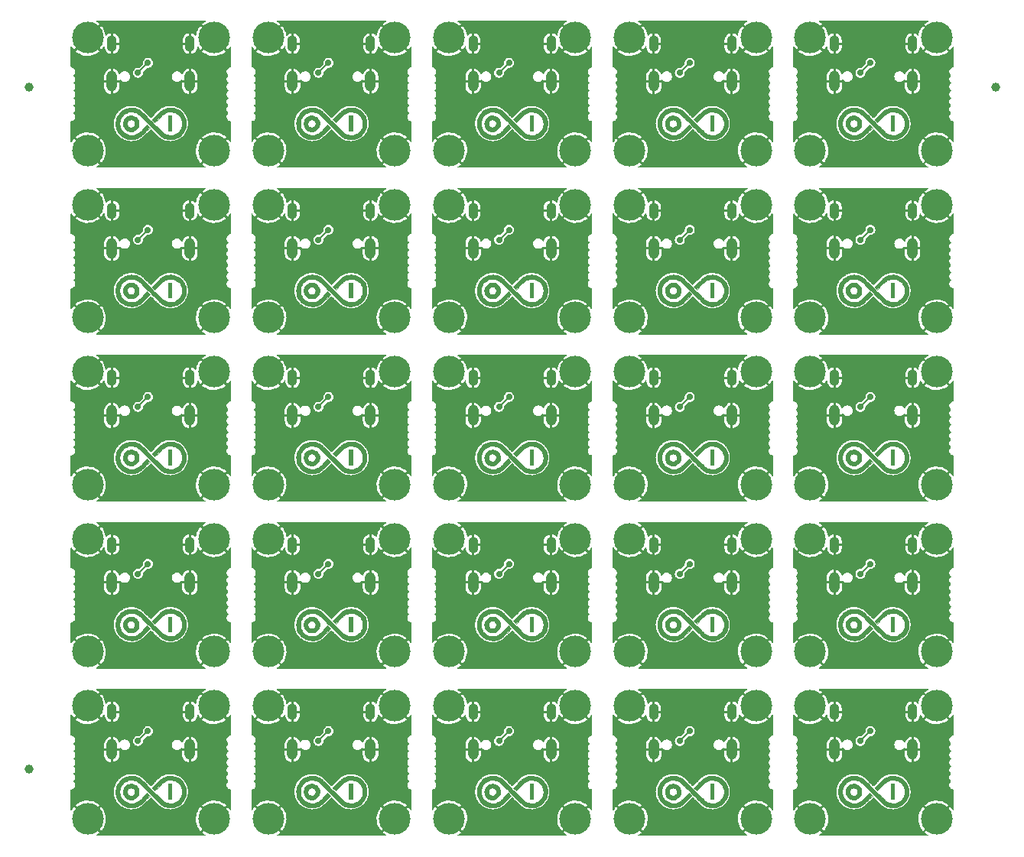
<source format=gbl>
%TF.GenerationSoftware,KiCad,Pcbnew,(6.0.5)*%
%TF.CreationDate,2022-08-23T21:33:37+08:00*%
%TF.ProjectId,without-power-switch-using-molex-connector-panelized,77697468-6f75-4742-9d70-6f7765722d73,rev?*%
%TF.SameCoordinates,Original*%
%TF.FileFunction,Copper,L2,Bot*%
%TF.FilePolarity,Positive*%
%FSLAX46Y46*%
G04 Gerber Fmt 4.6, Leading zero omitted, Abs format (unit mm)*
G04 Created by KiCad (PCBNEW (6.0.5)) date 2022-08-23 21:33:37*
%MOMM*%
%LPD*%
G01*
G04 APERTURE LIST*
%TA.AperFunction,EtchedComponent*%
%ADD10C,0.010000*%
%TD*%
%TA.AperFunction,SMDPad,CuDef*%
%ADD11C,1.000000*%
%TD*%
%TA.AperFunction,ComponentPad*%
%ADD12C,3.500000*%
%TD*%
%TA.AperFunction,ComponentPad*%
%ADD13O,1.100000X1.800000*%
%TD*%
%TA.AperFunction,ComponentPad*%
%ADD14O,1.200000X2.300000*%
%TD*%
%TA.AperFunction,ViaPad*%
%ADD15C,0.700000*%
%TD*%
%TA.AperFunction,Conductor*%
%ADD16C,0.200000*%
%TD*%
G04 APERTURE END LIST*
%TO.C,G\u002A\u002A\u002A*%
G36*
X93352165Y-80269923D02*
G01*
X93543506Y-80302168D01*
X93729691Y-80355760D01*
X93908989Y-80430065D01*
X94079669Y-80524449D01*
X94239999Y-80638279D01*
X94388248Y-80770919D01*
X94408600Y-80791603D01*
X94538089Y-80940284D01*
X94647102Y-81098578D01*
X94736895Y-81268517D01*
X94808722Y-81452135D01*
X94831075Y-81523277D01*
X94860874Y-81638440D01*
X94880529Y-81750692D01*
X94891358Y-81868416D01*
X94894676Y-82000000D01*
X94893599Y-82078193D01*
X94886103Y-82200747D01*
X94870335Y-82314286D01*
X94844980Y-82427197D01*
X94808722Y-82547864D01*
X94799463Y-82575154D01*
X94725133Y-82756683D01*
X94632657Y-82924824D01*
X94520780Y-83081612D01*
X94388248Y-83229080D01*
X94242996Y-83359453D01*
X94081384Y-83474760D01*
X93908832Y-83570300D01*
X93726752Y-83645393D01*
X93536558Y-83699364D01*
X93339664Y-83731534D01*
X93218330Y-83739647D01*
X93034224Y-83735373D01*
X92849940Y-83712268D01*
X92669802Y-83671167D01*
X92498138Y-83612906D01*
X92339273Y-83538320D01*
X92324062Y-83530011D01*
X92294947Y-83513963D01*
X92267522Y-83498357D01*
X92240882Y-83482358D01*
X92214127Y-83465128D01*
X92186354Y-83445829D01*
X92156661Y-83423625D01*
X92124144Y-83397679D01*
X92087903Y-83367154D01*
X92047034Y-83331212D01*
X92000635Y-83289017D01*
X91947805Y-83239732D01*
X91887640Y-83182519D01*
X91819238Y-83116542D01*
X91741697Y-83040962D01*
X91654116Y-82954945D01*
X91555590Y-82857651D01*
X91445219Y-82748245D01*
X91322099Y-82625890D01*
X91185329Y-82489747D01*
X91034006Y-82338981D01*
X90867228Y-82172753D01*
X90723173Y-82029288D01*
X90566525Y-81873574D01*
X90419318Y-81727567D01*
X90282172Y-81591873D01*
X90155708Y-81467101D01*
X90040546Y-81353857D01*
X89937307Y-81252750D01*
X89846611Y-81164386D01*
X89769079Y-81089374D01*
X89705332Y-81028320D01*
X89655989Y-80981833D01*
X89621672Y-80950520D01*
X89603000Y-80934988D01*
X89496982Y-80867330D01*
X89342622Y-80790759D01*
X89182398Y-80736396D01*
X89015471Y-80703973D01*
X88841000Y-80693225D01*
X88702134Y-80699637D01*
X88548593Y-80724253D01*
X88399994Y-80768565D01*
X88250872Y-80833875D01*
X88197164Y-80862361D01*
X88057431Y-80952246D01*
X87932768Y-81058140D01*
X87819955Y-81182648D01*
X87765950Y-81257786D01*
X87707409Y-81355599D01*
X87653412Y-81462055D01*
X87607727Y-81569669D01*
X87574124Y-81670954D01*
X87565856Y-81701712D01*
X87556632Y-81740317D01*
X87550186Y-81776586D01*
X87546027Y-81815604D01*
X87543664Y-81862455D01*
X87542606Y-81922226D01*
X87542362Y-82000000D01*
X87542467Y-82055980D01*
X87543222Y-82120752D01*
X87545131Y-82171040D01*
X87548685Y-82211928D01*
X87554374Y-82248502D01*
X87562690Y-82285846D01*
X87574124Y-82329045D01*
X87604126Y-82420774D01*
X87648871Y-82528123D01*
X87702270Y-82634993D01*
X87760555Y-82733898D01*
X87819955Y-82817351D01*
X87858622Y-82863359D01*
X87980694Y-82984777D01*
X88117630Y-83089286D01*
X88267486Y-83175526D01*
X88428312Y-83242139D01*
X88491193Y-83261417D01*
X88645443Y-83293017D01*
X88805904Y-83305822D01*
X88968286Y-83300122D01*
X89128297Y-83276208D01*
X89281647Y-83234369D01*
X89424046Y-83174894D01*
X89463507Y-83154420D01*
X89501337Y-83133099D01*
X89538480Y-83109847D01*
X89576620Y-83083207D01*
X89617442Y-83051724D01*
X89662631Y-83013940D01*
X89713871Y-82968400D01*
X89772847Y-82913647D01*
X89841243Y-82848224D01*
X89920744Y-82770676D01*
X90013035Y-82679545D01*
X90119799Y-82573375D01*
X90573097Y-82121615D01*
X90725935Y-82274676D01*
X90878773Y-82427738D01*
X90411182Y-82892723D01*
X90360962Y-82942627D01*
X90259352Y-83043245D01*
X90171425Y-83129590D01*
X90095437Y-83203161D01*
X90029641Y-83265462D01*
X89972292Y-83317993D01*
X89921644Y-83362257D01*
X89875952Y-83399755D01*
X89833470Y-83431989D01*
X89792452Y-83460461D01*
X89751153Y-83486673D01*
X89707827Y-83512125D01*
X89660728Y-83538320D01*
X89518876Y-83605751D01*
X89351547Y-83664458D01*
X89173504Y-83707385D01*
X88988934Y-83733318D01*
X88842600Y-83740340D01*
X88647836Y-83730076D01*
X88456495Y-83697831D01*
X88270310Y-83644239D01*
X88091012Y-83569934D01*
X87920332Y-83475550D01*
X87760002Y-83361720D01*
X87611753Y-83229080D01*
X87591401Y-83208396D01*
X87461912Y-83059715D01*
X87352899Y-82901421D01*
X87263106Y-82731482D01*
X87191279Y-82547864D01*
X87168926Y-82476722D01*
X87139127Y-82361559D01*
X87119472Y-82249308D01*
X87108643Y-82131583D01*
X87105325Y-82000000D01*
X87106402Y-81921807D01*
X87113898Y-81799253D01*
X87129666Y-81685713D01*
X87155021Y-81572802D01*
X87191279Y-81452135D01*
X87200538Y-81424845D01*
X87274868Y-81243317D01*
X87367344Y-81075175D01*
X87479221Y-80918387D01*
X87611753Y-80770919D01*
X87634318Y-80748659D01*
X87764497Y-80633561D01*
X87901806Y-80535450D01*
X88053338Y-80449157D01*
X88129364Y-80412272D01*
X88263094Y-80357578D01*
X88398586Y-80316273D01*
X88542504Y-80286479D01*
X88701509Y-80266316D01*
X88801174Y-80260371D01*
X88978801Y-80265459D01*
X89158604Y-80289160D01*
X89335550Y-80330447D01*
X89504602Y-80388295D01*
X89660728Y-80461679D01*
X89676171Y-80470115D01*
X89705292Y-80486166D01*
X89732721Y-80501772D01*
X89759362Y-80517772D01*
X89786116Y-80535000D01*
X89813887Y-80554296D01*
X89843576Y-80576496D01*
X89876085Y-80602437D01*
X89912318Y-80632956D01*
X89953177Y-80668890D01*
X89999564Y-80711077D01*
X90052382Y-80760354D01*
X90112532Y-80817558D01*
X90180918Y-80883525D01*
X90258442Y-80959094D01*
X90346006Y-81045100D01*
X90444513Y-81142382D01*
X90554865Y-81251777D01*
X90677965Y-81374121D01*
X90814714Y-81510252D01*
X90966016Y-81661007D01*
X91132773Y-81827223D01*
X91274660Y-81968540D01*
X91431765Y-82124722D01*
X91579357Y-82271123D01*
X91716821Y-82407144D01*
X91843544Y-82532183D01*
X91958913Y-82645639D01*
X92062312Y-82746911D01*
X92153130Y-82835399D01*
X92230751Y-82910501D01*
X92294563Y-82971616D01*
X92343951Y-83018144D01*
X92378301Y-83049484D01*
X92397000Y-83065034D01*
X92503101Y-83132719D01*
X92657471Y-83209276D01*
X92817673Y-83263623D01*
X92984564Y-83296031D01*
X93159000Y-83306774D01*
X93297867Y-83300363D01*
X93451408Y-83275746D01*
X93600007Y-83231434D01*
X93749129Y-83166125D01*
X93802837Y-83137638D01*
X93942570Y-83047753D01*
X94067233Y-82941859D01*
X94180046Y-82817351D01*
X94234051Y-82742213D01*
X94292592Y-82644400D01*
X94346589Y-82537944D01*
X94392274Y-82430330D01*
X94425877Y-82329045D01*
X94434145Y-82298287D01*
X94443369Y-82259682D01*
X94449815Y-82223413D01*
X94453974Y-82184395D01*
X94456337Y-82137544D01*
X94457395Y-82077774D01*
X94457639Y-82000000D01*
X94457534Y-81944019D01*
X94456779Y-81879247D01*
X94454870Y-81828959D01*
X94451316Y-81788071D01*
X94445627Y-81751497D01*
X94437311Y-81714154D01*
X94425877Y-81670954D01*
X94395875Y-81579225D01*
X94351130Y-81471876D01*
X94297731Y-81365006D01*
X94239446Y-81266101D01*
X94180046Y-81182648D01*
X94082336Y-81073521D01*
X93953621Y-80960567D01*
X93812669Y-80866402D01*
X93661105Y-80791806D01*
X93500555Y-80737558D01*
X93332645Y-80704438D01*
X93159001Y-80693225D01*
X93034934Y-80698584D01*
X92865793Y-80724636D01*
X92703625Y-80772560D01*
X92547628Y-80842609D01*
X92397000Y-80935039D01*
X92388682Y-80941369D01*
X92359400Y-80966401D01*
X92316487Y-81005297D01*
X92261758Y-81056329D01*
X92197029Y-81117765D01*
X92124116Y-81187878D01*
X92044834Y-81264935D01*
X91960999Y-81347207D01*
X91874427Y-81432965D01*
X91426899Y-81878381D01*
X91274064Y-81725321D01*
X91121228Y-81572261D01*
X91588819Y-81107277D01*
X91639039Y-81057372D01*
X91740649Y-80956754D01*
X91828576Y-80870410D01*
X91904564Y-80796838D01*
X91970360Y-80734537D01*
X92027709Y-80682006D01*
X92078357Y-80637742D01*
X92124049Y-80600244D01*
X92166531Y-80568010D01*
X92207549Y-80539538D01*
X92248848Y-80513327D01*
X92292174Y-80487874D01*
X92339273Y-80461679D01*
X92481125Y-80394248D01*
X92648454Y-80335541D01*
X92826497Y-80292614D01*
X93011067Y-80266681D01*
X93157401Y-80259659D01*
X93352165Y-80269923D01*
G37*
D10*
X93352165Y-80269923D02*
X93543506Y-80302168D01*
X93729691Y-80355760D01*
X93908989Y-80430065D01*
X94079669Y-80524449D01*
X94239999Y-80638279D01*
X94388248Y-80770919D01*
X94408600Y-80791603D01*
X94538089Y-80940284D01*
X94647102Y-81098578D01*
X94736895Y-81268517D01*
X94808722Y-81452135D01*
X94831075Y-81523277D01*
X94860874Y-81638440D01*
X94880529Y-81750692D01*
X94891358Y-81868416D01*
X94894676Y-82000000D01*
X94893599Y-82078193D01*
X94886103Y-82200747D01*
X94870335Y-82314286D01*
X94844980Y-82427197D01*
X94808722Y-82547864D01*
X94799463Y-82575154D01*
X94725133Y-82756683D01*
X94632657Y-82924824D01*
X94520780Y-83081612D01*
X94388248Y-83229080D01*
X94242996Y-83359453D01*
X94081384Y-83474760D01*
X93908832Y-83570300D01*
X93726752Y-83645393D01*
X93536558Y-83699364D01*
X93339664Y-83731534D01*
X93218330Y-83739647D01*
X93034224Y-83735373D01*
X92849940Y-83712268D01*
X92669802Y-83671167D01*
X92498138Y-83612906D01*
X92339273Y-83538320D01*
X92324062Y-83530011D01*
X92294947Y-83513963D01*
X92267522Y-83498357D01*
X92240882Y-83482358D01*
X92214127Y-83465128D01*
X92186354Y-83445829D01*
X92156661Y-83423625D01*
X92124144Y-83397679D01*
X92087903Y-83367154D01*
X92047034Y-83331212D01*
X92000635Y-83289017D01*
X91947805Y-83239732D01*
X91887640Y-83182519D01*
X91819238Y-83116542D01*
X91741697Y-83040962D01*
X91654116Y-82954945D01*
X91555590Y-82857651D01*
X91445219Y-82748245D01*
X91322099Y-82625890D01*
X91185329Y-82489747D01*
X91034006Y-82338981D01*
X90867228Y-82172753D01*
X90723173Y-82029288D01*
X90566525Y-81873574D01*
X90419318Y-81727567D01*
X90282172Y-81591873D01*
X90155708Y-81467101D01*
X90040546Y-81353857D01*
X89937307Y-81252750D01*
X89846611Y-81164386D01*
X89769079Y-81089374D01*
X89705332Y-81028320D01*
X89655989Y-80981833D01*
X89621672Y-80950520D01*
X89603000Y-80934988D01*
X89496982Y-80867330D01*
X89342622Y-80790759D01*
X89182398Y-80736396D01*
X89015471Y-80703973D01*
X88841000Y-80693225D01*
X88702134Y-80699637D01*
X88548593Y-80724253D01*
X88399994Y-80768565D01*
X88250872Y-80833875D01*
X88197164Y-80862361D01*
X88057431Y-80952246D01*
X87932768Y-81058140D01*
X87819955Y-81182648D01*
X87765950Y-81257786D01*
X87707409Y-81355599D01*
X87653412Y-81462055D01*
X87607727Y-81569669D01*
X87574124Y-81670954D01*
X87565856Y-81701712D01*
X87556632Y-81740317D01*
X87550186Y-81776586D01*
X87546027Y-81815604D01*
X87543664Y-81862455D01*
X87542606Y-81922226D01*
X87542362Y-82000000D01*
X87542467Y-82055980D01*
X87543222Y-82120752D01*
X87545131Y-82171040D01*
X87548685Y-82211928D01*
X87554374Y-82248502D01*
X87562690Y-82285846D01*
X87574124Y-82329045D01*
X87604126Y-82420774D01*
X87648871Y-82528123D01*
X87702270Y-82634993D01*
X87760555Y-82733898D01*
X87819955Y-82817351D01*
X87858622Y-82863359D01*
X87980694Y-82984777D01*
X88117630Y-83089286D01*
X88267486Y-83175526D01*
X88428312Y-83242139D01*
X88491193Y-83261417D01*
X88645443Y-83293017D01*
X88805904Y-83305822D01*
X88968286Y-83300122D01*
X89128297Y-83276208D01*
X89281647Y-83234369D01*
X89424046Y-83174894D01*
X89463507Y-83154420D01*
X89501337Y-83133099D01*
X89538480Y-83109847D01*
X89576620Y-83083207D01*
X89617442Y-83051724D01*
X89662631Y-83013940D01*
X89713871Y-82968400D01*
X89772847Y-82913647D01*
X89841243Y-82848224D01*
X89920744Y-82770676D01*
X90013035Y-82679545D01*
X90119799Y-82573375D01*
X90573097Y-82121615D01*
X90725935Y-82274676D01*
X90878773Y-82427738D01*
X90411182Y-82892723D01*
X90360962Y-82942627D01*
X90259352Y-83043245D01*
X90171425Y-83129590D01*
X90095437Y-83203161D01*
X90029641Y-83265462D01*
X89972292Y-83317993D01*
X89921644Y-83362257D01*
X89875952Y-83399755D01*
X89833470Y-83431989D01*
X89792452Y-83460461D01*
X89751153Y-83486673D01*
X89707827Y-83512125D01*
X89660728Y-83538320D01*
X89518876Y-83605751D01*
X89351547Y-83664458D01*
X89173504Y-83707385D01*
X88988934Y-83733318D01*
X88842600Y-83740340D01*
X88647836Y-83730076D01*
X88456495Y-83697831D01*
X88270310Y-83644239D01*
X88091012Y-83569934D01*
X87920332Y-83475550D01*
X87760002Y-83361720D01*
X87611753Y-83229080D01*
X87591401Y-83208396D01*
X87461912Y-83059715D01*
X87352899Y-82901421D01*
X87263106Y-82731482D01*
X87191279Y-82547864D01*
X87168926Y-82476722D01*
X87139127Y-82361559D01*
X87119472Y-82249308D01*
X87108643Y-82131583D01*
X87105325Y-82000000D01*
X87106402Y-81921807D01*
X87113898Y-81799253D01*
X87129666Y-81685713D01*
X87155021Y-81572802D01*
X87191279Y-81452135D01*
X87200538Y-81424845D01*
X87274868Y-81243317D01*
X87367344Y-81075175D01*
X87479221Y-80918387D01*
X87611753Y-80770919D01*
X87634318Y-80748659D01*
X87764497Y-80633561D01*
X87901806Y-80535450D01*
X88053338Y-80449157D01*
X88129364Y-80412272D01*
X88263094Y-80357578D01*
X88398586Y-80316273D01*
X88542504Y-80286479D01*
X88701509Y-80266316D01*
X88801174Y-80260371D01*
X88978801Y-80265459D01*
X89158604Y-80289160D01*
X89335550Y-80330447D01*
X89504602Y-80388295D01*
X89660728Y-80461679D01*
X89676171Y-80470115D01*
X89705292Y-80486166D01*
X89732721Y-80501772D01*
X89759362Y-80517772D01*
X89786116Y-80535000D01*
X89813887Y-80554296D01*
X89843576Y-80576496D01*
X89876085Y-80602437D01*
X89912318Y-80632956D01*
X89953177Y-80668890D01*
X89999564Y-80711077D01*
X90052382Y-80760354D01*
X90112532Y-80817558D01*
X90180918Y-80883525D01*
X90258442Y-80959094D01*
X90346006Y-81045100D01*
X90444513Y-81142382D01*
X90554865Y-81251777D01*
X90677965Y-81374121D01*
X90814714Y-81510252D01*
X90966016Y-81661007D01*
X91132773Y-81827223D01*
X91274660Y-81968540D01*
X91431765Y-82124722D01*
X91579357Y-82271123D01*
X91716821Y-82407144D01*
X91843544Y-82532183D01*
X91958913Y-82645639D01*
X92062312Y-82746911D01*
X92153130Y-82835399D01*
X92230751Y-82910501D01*
X92294563Y-82971616D01*
X92343951Y-83018144D01*
X92378301Y-83049484D01*
X92397000Y-83065034D01*
X92503101Y-83132719D01*
X92657471Y-83209276D01*
X92817673Y-83263623D01*
X92984564Y-83296031D01*
X93159000Y-83306774D01*
X93297867Y-83300363D01*
X93451408Y-83275746D01*
X93600007Y-83231434D01*
X93749129Y-83166125D01*
X93802837Y-83137638D01*
X93942570Y-83047753D01*
X94067233Y-82941859D01*
X94180046Y-82817351D01*
X94234051Y-82742213D01*
X94292592Y-82644400D01*
X94346589Y-82537944D01*
X94392274Y-82430330D01*
X94425877Y-82329045D01*
X94434145Y-82298287D01*
X94443369Y-82259682D01*
X94449815Y-82223413D01*
X94453974Y-82184395D01*
X94456337Y-82137544D01*
X94457395Y-82077774D01*
X94457639Y-82000000D01*
X94457534Y-81944019D01*
X94456779Y-81879247D01*
X94454870Y-81828959D01*
X94451316Y-81788071D01*
X94445627Y-81751497D01*
X94437311Y-81714154D01*
X94425877Y-81670954D01*
X94395875Y-81579225D01*
X94351130Y-81471876D01*
X94297731Y-81365006D01*
X94239446Y-81266101D01*
X94180046Y-81182648D01*
X94082336Y-81073521D01*
X93953621Y-80960567D01*
X93812669Y-80866402D01*
X93661105Y-80791806D01*
X93500555Y-80737558D01*
X93332645Y-80704438D01*
X93159001Y-80693225D01*
X93034934Y-80698584D01*
X92865793Y-80724636D01*
X92703625Y-80772560D01*
X92547628Y-80842609D01*
X92397000Y-80935039D01*
X92388682Y-80941369D01*
X92359400Y-80966401D01*
X92316487Y-81005297D01*
X92261758Y-81056329D01*
X92197029Y-81117765D01*
X92124116Y-81187878D01*
X92044834Y-81264935D01*
X91960999Y-81347207D01*
X91874427Y-81432965D01*
X91426899Y-81878381D01*
X91274064Y-81725321D01*
X91121228Y-81572261D01*
X91588819Y-81107277D01*
X91639039Y-81057372D01*
X91740649Y-80956754D01*
X91828576Y-80870410D01*
X91904564Y-80796838D01*
X91970360Y-80734537D01*
X92027709Y-80682006D01*
X92078357Y-80637742D01*
X92124049Y-80600244D01*
X92166531Y-80568010D01*
X92207549Y-80539538D01*
X92248848Y-80513327D01*
X92292174Y-80487874D01*
X92339273Y-80461679D01*
X92481125Y-80394248D01*
X92648454Y-80335541D01*
X92826497Y-80292614D01*
X93011067Y-80266681D01*
X93157401Y-80259659D01*
X93352165Y-80269923D01*
G36*
X93378364Y-82865909D02*
G01*
X92939637Y-82865909D01*
X92939637Y-81134091D01*
X93378364Y-81134091D01*
X93378364Y-82865909D01*
G37*
G36*
X89656134Y-82131464D02*
G01*
X89639122Y-82222674D01*
X89594247Y-82349244D01*
X89529125Y-82468410D01*
X89446502Y-82576043D01*
X89348594Y-82670021D01*
X89237617Y-82748220D01*
X89115786Y-82808520D01*
X88985319Y-82848797D01*
X88932358Y-82857450D01*
X88850644Y-82863563D01*
X88762949Y-82863898D01*
X88678517Y-82858489D01*
X88606598Y-82847372D01*
X88500585Y-82816282D01*
X88376562Y-82759282D01*
X88263501Y-82683843D01*
X88163432Y-82591888D01*
X88078386Y-82485340D01*
X88010392Y-82366124D01*
X87961481Y-82236161D01*
X87945791Y-82164540D01*
X87935086Y-82063464D01*
X87934779Y-82029249D01*
X88361245Y-82029249D01*
X88375507Y-82114502D01*
X88406993Y-82195890D01*
X88455714Y-82270545D01*
X88521677Y-82335598D01*
X88604892Y-82388181D01*
X88635286Y-82402646D01*
X88680964Y-82420448D01*
X88723853Y-82430007D01*
X88774563Y-82434202D01*
X88821001Y-82434541D01*
X88867692Y-82431923D01*
X88901793Y-82426842D01*
X88927124Y-82419427D01*
X89008721Y-82381583D01*
X89083994Y-82326388D01*
X89147699Y-82258236D01*
X89194590Y-82181522D01*
X89201997Y-82165096D01*
X89215505Y-82129939D01*
X89223312Y-82096127D01*
X89226906Y-82055525D01*
X89227773Y-82000000D01*
X89227656Y-81975261D01*
X89225866Y-81926741D01*
X89220750Y-81889860D01*
X89210820Y-81856483D01*
X89194590Y-81818478D01*
X89170826Y-81775347D01*
X89115528Y-81705090D01*
X89046852Y-81644113D01*
X88970917Y-81598439D01*
X88969193Y-81597640D01*
X88931827Y-81582187D01*
X88896821Y-81573009D01*
X88855710Y-81568565D01*
X88800032Y-81567314D01*
X88760757Y-81567531D01*
X88719666Y-81569928D01*
X88686332Y-81576578D01*
X88651839Y-81589488D01*
X88607269Y-81610663D01*
X88548012Y-81645402D01*
X88476278Y-81706954D01*
X88421726Y-81778983D01*
X88384364Y-81858621D01*
X88364201Y-81942999D01*
X88361245Y-82029249D01*
X87934779Y-82029249D01*
X87934132Y-81957180D01*
X87942931Y-81854400D01*
X87961481Y-81763838D01*
X87974802Y-81721351D01*
X88030739Y-81591660D01*
X88105448Y-81474813D01*
X88197823Y-81372105D01*
X88306755Y-81284833D01*
X88431137Y-81214291D01*
X88526958Y-81175134D01*
X88623673Y-81149320D01*
X88725344Y-81137122D01*
X88839729Y-81137073D01*
X88877549Y-81139317D01*
X89001554Y-81156078D01*
X89112873Y-81188006D01*
X89215720Y-81236988D01*
X89314307Y-81304909D01*
X89412849Y-81393655D01*
X89474586Y-81460355D01*
X89546305Y-81558066D01*
X89600148Y-81662022D01*
X89639122Y-81777326D01*
X89649473Y-81824395D01*
X89661309Y-81923073D01*
X89662930Y-82000000D01*
X89663530Y-82028514D01*
X89656134Y-82131464D01*
G37*
X89656134Y-82131464D02*
X89639122Y-82222674D01*
X89594247Y-82349244D01*
X89529125Y-82468410D01*
X89446502Y-82576043D01*
X89348594Y-82670021D01*
X89237617Y-82748220D01*
X89115786Y-82808520D01*
X88985319Y-82848797D01*
X88932358Y-82857450D01*
X88850644Y-82863563D01*
X88762949Y-82863898D01*
X88678517Y-82858489D01*
X88606598Y-82847372D01*
X88500585Y-82816282D01*
X88376562Y-82759282D01*
X88263501Y-82683843D01*
X88163432Y-82591888D01*
X88078386Y-82485340D01*
X88010392Y-82366124D01*
X87961481Y-82236161D01*
X87945791Y-82164540D01*
X87935086Y-82063464D01*
X87934779Y-82029249D01*
X88361245Y-82029249D01*
X88375507Y-82114502D01*
X88406993Y-82195890D01*
X88455714Y-82270545D01*
X88521677Y-82335598D01*
X88604892Y-82388181D01*
X88635286Y-82402646D01*
X88680964Y-82420448D01*
X88723853Y-82430007D01*
X88774563Y-82434202D01*
X88821001Y-82434541D01*
X88867692Y-82431923D01*
X88901793Y-82426842D01*
X88927124Y-82419427D01*
X89008721Y-82381583D01*
X89083994Y-82326388D01*
X89147699Y-82258236D01*
X89194590Y-82181522D01*
X89201997Y-82165096D01*
X89215505Y-82129939D01*
X89223312Y-82096127D01*
X89226906Y-82055525D01*
X89227773Y-82000000D01*
X89227656Y-81975261D01*
X89225866Y-81926741D01*
X89220750Y-81889860D01*
X89210820Y-81856483D01*
X89194590Y-81818478D01*
X89170826Y-81775347D01*
X89115528Y-81705090D01*
X89046852Y-81644113D01*
X88970917Y-81598439D01*
X88969193Y-81597640D01*
X88931827Y-81582187D01*
X88896821Y-81573009D01*
X88855710Y-81568565D01*
X88800032Y-81567314D01*
X88760757Y-81567531D01*
X88719666Y-81569928D01*
X88686332Y-81576578D01*
X88651839Y-81589488D01*
X88607269Y-81610663D01*
X88548012Y-81645402D01*
X88476278Y-81706954D01*
X88421726Y-81778983D01*
X88384364Y-81858621D01*
X88364201Y-81942999D01*
X88361245Y-82029249D01*
X87934779Y-82029249D01*
X87934132Y-81957180D01*
X87942931Y-81854400D01*
X87961481Y-81763838D01*
X87974802Y-81721351D01*
X88030739Y-81591660D01*
X88105448Y-81474813D01*
X88197823Y-81372105D01*
X88306755Y-81284833D01*
X88431137Y-81214291D01*
X88526958Y-81175134D01*
X88623673Y-81149320D01*
X88725344Y-81137122D01*
X88839729Y-81137073D01*
X88877549Y-81139317D01*
X89001554Y-81156078D01*
X89112873Y-81188006D01*
X89215720Y-81236988D01*
X89314307Y-81304909D01*
X89412849Y-81393655D01*
X89474586Y-81460355D01*
X89546305Y-81558066D01*
X89600148Y-81662022D01*
X89639122Y-81777326D01*
X89649473Y-81824395D01*
X89661309Y-81923073D01*
X89662930Y-82000000D01*
X89663530Y-82028514D01*
X89656134Y-82131464D01*
G36*
X93352165Y-24769923D02*
G01*
X93543506Y-24802168D01*
X93729691Y-24855760D01*
X93908989Y-24930065D01*
X94079669Y-25024449D01*
X94239999Y-25138279D01*
X94388248Y-25270919D01*
X94408600Y-25291603D01*
X94538089Y-25440284D01*
X94647102Y-25598578D01*
X94736895Y-25768517D01*
X94808722Y-25952135D01*
X94831075Y-26023277D01*
X94860874Y-26138440D01*
X94880529Y-26250692D01*
X94891358Y-26368416D01*
X94894676Y-26500000D01*
X94893599Y-26578193D01*
X94886103Y-26700747D01*
X94870335Y-26814286D01*
X94844980Y-26927197D01*
X94808722Y-27047864D01*
X94799463Y-27075154D01*
X94725133Y-27256683D01*
X94632657Y-27424824D01*
X94520780Y-27581612D01*
X94388248Y-27729080D01*
X94242996Y-27859453D01*
X94081384Y-27974760D01*
X93908832Y-28070300D01*
X93726752Y-28145393D01*
X93536558Y-28199364D01*
X93339664Y-28231534D01*
X93218330Y-28239647D01*
X93034224Y-28235373D01*
X92849940Y-28212268D01*
X92669802Y-28171167D01*
X92498138Y-28112906D01*
X92339273Y-28038320D01*
X92324062Y-28030011D01*
X92294947Y-28013963D01*
X92267522Y-27998357D01*
X92240882Y-27982358D01*
X92214127Y-27965128D01*
X92186354Y-27945829D01*
X92156661Y-27923625D01*
X92124144Y-27897679D01*
X92087903Y-27867154D01*
X92047034Y-27831212D01*
X92000635Y-27789017D01*
X91947805Y-27739732D01*
X91887640Y-27682519D01*
X91819238Y-27616542D01*
X91741697Y-27540962D01*
X91654116Y-27454945D01*
X91555590Y-27357651D01*
X91445219Y-27248245D01*
X91322099Y-27125890D01*
X91185329Y-26989747D01*
X91034006Y-26838981D01*
X90867228Y-26672753D01*
X90723173Y-26529288D01*
X90566525Y-26373574D01*
X90419318Y-26227567D01*
X90282172Y-26091873D01*
X90155708Y-25967101D01*
X90040546Y-25853857D01*
X89937307Y-25752750D01*
X89846611Y-25664386D01*
X89769079Y-25589374D01*
X89705332Y-25528320D01*
X89655989Y-25481833D01*
X89621672Y-25450520D01*
X89603000Y-25434988D01*
X89496982Y-25367330D01*
X89342622Y-25290759D01*
X89182398Y-25236396D01*
X89015471Y-25203973D01*
X88841000Y-25193225D01*
X88702134Y-25199637D01*
X88548593Y-25224253D01*
X88399994Y-25268565D01*
X88250872Y-25333875D01*
X88197164Y-25362361D01*
X88057431Y-25452246D01*
X87932768Y-25558140D01*
X87819955Y-25682648D01*
X87765950Y-25757786D01*
X87707409Y-25855599D01*
X87653412Y-25962055D01*
X87607727Y-26069669D01*
X87574124Y-26170954D01*
X87565856Y-26201712D01*
X87556632Y-26240317D01*
X87550186Y-26276586D01*
X87546027Y-26315604D01*
X87543664Y-26362455D01*
X87542606Y-26422226D01*
X87542362Y-26500000D01*
X87542467Y-26555980D01*
X87543222Y-26620752D01*
X87545131Y-26671040D01*
X87548685Y-26711928D01*
X87554374Y-26748502D01*
X87562690Y-26785846D01*
X87574124Y-26829045D01*
X87604126Y-26920774D01*
X87648871Y-27028123D01*
X87702270Y-27134993D01*
X87760555Y-27233898D01*
X87819955Y-27317351D01*
X87858622Y-27363359D01*
X87980694Y-27484777D01*
X88117630Y-27589286D01*
X88267486Y-27675526D01*
X88428312Y-27742139D01*
X88491193Y-27761417D01*
X88645443Y-27793017D01*
X88805904Y-27805822D01*
X88968286Y-27800122D01*
X89128297Y-27776208D01*
X89281647Y-27734369D01*
X89424046Y-27674894D01*
X89463507Y-27654420D01*
X89501337Y-27633099D01*
X89538480Y-27609847D01*
X89576620Y-27583207D01*
X89617442Y-27551724D01*
X89662631Y-27513940D01*
X89713871Y-27468400D01*
X89772847Y-27413647D01*
X89841243Y-27348224D01*
X89920744Y-27270676D01*
X90013035Y-27179545D01*
X90119799Y-27073375D01*
X90573097Y-26621615D01*
X90725935Y-26774676D01*
X90878773Y-26927738D01*
X90411182Y-27392723D01*
X90360962Y-27442627D01*
X90259352Y-27543245D01*
X90171425Y-27629590D01*
X90095437Y-27703161D01*
X90029641Y-27765462D01*
X89972292Y-27817993D01*
X89921644Y-27862257D01*
X89875952Y-27899755D01*
X89833470Y-27931989D01*
X89792452Y-27960461D01*
X89751153Y-27986673D01*
X89707827Y-28012125D01*
X89660728Y-28038320D01*
X89518876Y-28105751D01*
X89351547Y-28164458D01*
X89173504Y-28207385D01*
X88988934Y-28233318D01*
X88842600Y-28240340D01*
X88647836Y-28230076D01*
X88456495Y-28197831D01*
X88270310Y-28144239D01*
X88091012Y-28069934D01*
X87920332Y-27975550D01*
X87760002Y-27861720D01*
X87611753Y-27729080D01*
X87591401Y-27708396D01*
X87461912Y-27559715D01*
X87352899Y-27401421D01*
X87263106Y-27231482D01*
X87191279Y-27047864D01*
X87168926Y-26976722D01*
X87139127Y-26861559D01*
X87119472Y-26749308D01*
X87108643Y-26631583D01*
X87105325Y-26500000D01*
X87106402Y-26421807D01*
X87113898Y-26299253D01*
X87129666Y-26185713D01*
X87155021Y-26072802D01*
X87191279Y-25952135D01*
X87200538Y-25924845D01*
X87274868Y-25743317D01*
X87367344Y-25575175D01*
X87479221Y-25418387D01*
X87611753Y-25270919D01*
X87634318Y-25248659D01*
X87764497Y-25133561D01*
X87901806Y-25035450D01*
X88053338Y-24949157D01*
X88129364Y-24912272D01*
X88263094Y-24857578D01*
X88398586Y-24816273D01*
X88542504Y-24786479D01*
X88701509Y-24766316D01*
X88801174Y-24760371D01*
X88978801Y-24765459D01*
X89158604Y-24789160D01*
X89335550Y-24830447D01*
X89504602Y-24888295D01*
X89660728Y-24961679D01*
X89676171Y-24970115D01*
X89705292Y-24986166D01*
X89732721Y-25001772D01*
X89759362Y-25017772D01*
X89786116Y-25035000D01*
X89813887Y-25054296D01*
X89843576Y-25076496D01*
X89876085Y-25102437D01*
X89912318Y-25132956D01*
X89953177Y-25168890D01*
X89999564Y-25211077D01*
X90052382Y-25260354D01*
X90112532Y-25317558D01*
X90180918Y-25383525D01*
X90258442Y-25459094D01*
X90346006Y-25545100D01*
X90444513Y-25642382D01*
X90554865Y-25751777D01*
X90677965Y-25874121D01*
X90814714Y-26010252D01*
X90966016Y-26161007D01*
X91132773Y-26327223D01*
X91274660Y-26468540D01*
X91431765Y-26624722D01*
X91579357Y-26771123D01*
X91716821Y-26907144D01*
X91843544Y-27032183D01*
X91958913Y-27145639D01*
X92062312Y-27246911D01*
X92153130Y-27335399D01*
X92230751Y-27410501D01*
X92294563Y-27471616D01*
X92343951Y-27518144D01*
X92378301Y-27549484D01*
X92397000Y-27565034D01*
X92503101Y-27632719D01*
X92657471Y-27709276D01*
X92817673Y-27763623D01*
X92984564Y-27796031D01*
X93159000Y-27806774D01*
X93297867Y-27800363D01*
X93451408Y-27775746D01*
X93600007Y-27731434D01*
X93749129Y-27666125D01*
X93802837Y-27637638D01*
X93942570Y-27547753D01*
X94067233Y-27441859D01*
X94180046Y-27317351D01*
X94234051Y-27242213D01*
X94292592Y-27144400D01*
X94346589Y-27037944D01*
X94392274Y-26930330D01*
X94425877Y-26829045D01*
X94434145Y-26798287D01*
X94443369Y-26759682D01*
X94449815Y-26723413D01*
X94453974Y-26684395D01*
X94456337Y-26637544D01*
X94457395Y-26577774D01*
X94457639Y-26500000D01*
X94457534Y-26444019D01*
X94456779Y-26379247D01*
X94454870Y-26328959D01*
X94451316Y-26288071D01*
X94445627Y-26251497D01*
X94437311Y-26214154D01*
X94425877Y-26170954D01*
X94395875Y-26079225D01*
X94351130Y-25971876D01*
X94297731Y-25865006D01*
X94239446Y-25766101D01*
X94180046Y-25682648D01*
X94082336Y-25573521D01*
X93953621Y-25460567D01*
X93812669Y-25366402D01*
X93661105Y-25291806D01*
X93500555Y-25237558D01*
X93332645Y-25204438D01*
X93159001Y-25193225D01*
X93034934Y-25198584D01*
X92865793Y-25224636D01*
X92703625Y-25272560D01*
X92547628Y-25342609D01*
X92397000Y-25435039D01*
X92388682Y-25441369D01*
X92359400Y-25466401D01*
X92316487Y-25505297D01*
X92261758Y-25556329D01*
X92197029Y-25617765D01*
X92124116Y-25687878D01*
X92044834Y-25764935D01*
X91960999Y-25847207D01*
X91874427Y-25932965D01*
X91426899Y-26378381D01*
X91274064Y-26225321D01*
X91121228Y-26072261D01*
X91588819Y-25607277D01*
X91639039Y-25557372D01*
X91740649Y-25456754D01*
X91828576Y-25370410D01*
X91904564Y-25296838D01*
X91970360Y-25234537D01*
X92027709Y-25182006D01*
X92078357Y-25137742D01*
X92124049Y-25100244D01*
X92166531Y-25068010D01*
X92207549Y-25039538D01*
X92248848Y-25013327D01*
X92292174Y-24987874D01*
X92339273Y-24961679D01*
X92481125Y-24894248D01*
X92648454Y-24835541D01*
X92826497Y-24792614D01*
X93011067Y-24766681D01*
X93157401Y-24759659D01*
X93352165Y-24769923D01*
G37*
X93352165Y-24769923D02*
X93543506Y-24802168D01*
X93729691Y-24855760D01*
X93908989Y-24930065D01*
X94079669Y-25024449D01*
X94239999Y-25138279D01*
X94388248Y-25270919D01*
X94408600Y-25291603D01*
X94538089Y-25440284D01*
X94647102Y-25598578D01*
X94736895Y-25768517D01*
X94808722Y-25952135D01*
X94831075Y-26023277D01*
X94860874Y-26138440D01*
X94880529Y-26250692D01*
X94891358Y-26368416D01*
X94894676Y-26500000D01*
X94893599Y-26578193D01*
X94886103Y-26700747D01*
X94870335Y-26814286D01*
X94844980Y-26927197D01*
X94808722Y-27047864D01*
X94799463Y-27075154D01*
X94725133Y-27256683D01*
X94632657Y-27424824D01*
X94520780Y-27581612D01*
X94388248Y-27729080D01*
X94242996Y-27859453D01*
X94081384Y-27974760D01*
X93908832Y-28070300D01*
X93726752Y-28145393D01*
X93536558Y-28199364D01*
X93339664Y-28231534D01*
X93218330Y-28239647D01*
X93034224Y-28235373D01*
X92849940Y-28212268D01*
X92669802Y-28171167D01*
X92498138Y-28112906D01*
X92339273Y-28038320D01*
X92324062Y-28030011D01*
X92294947Y-28013963D01*
X92267522Y-27998357D01*
X92240882Y-27982358D01*
X92214127Y-27965128D01*
X92186354Y-27945829D01*
X92156661Y-27923625D01*
X92124144Y-27897679D01*
X92087903Y-27867154D01*
X92047034Y-27831212D01*
X92000635Y-27789017D01*
X91947805Y-27739732D01*
X91887640Y-27682519D01*
X91819238Y-27616542D01*
X91741697Y-27540962D01*
X91654116Y-27454945D01*
X91555590Y-27357651D01*
X91445219Y-27248245D01*
X91322099Y-27125890D01*
X91185329Y-26989747D01*
X91034006Y-26838981D01*
X90867228Y-26672753D01*
X90723173Y-26529288D01*
X90566525Y-26373574D01*
X90419318Y-26227567D01*
X90282172Y-26091873D01*
X90155708Y-25967101D01*
X90040546Y-25853857D01*
X89937307Y-25752750D01*
X89846611Y-25664386D01*
X89769079Y-25589374D01*
X89705332Y-25528320D01*
X89655989Y-25481833D01*
X89621672Y-25450520D01*
X89603000Y-25434988D01*
X89496982Y-25367330D01*
X89342622Y-25290759D01*
X89182398Y-25236396D01*
X89015471Y-25203973D01*
X88841000Y-25193225D01*
X88702134Y-25199637D01*
X88548593Y-25224253D01*
X88399994Y-25268565D01*
X88250872Y-25333875D01*
X88197164Y-25362361D01*
X88057431Y-25452246D01*
X87932768Y-25558140D01*
X87819955Y-25682648D01*
X87765950Y-25757786D01*
X87707409Y-25855599D01*
X87653412Y-25962055D01*
X87607727Y-26069669D01*
X87574124Y-26170954D01*
X87565856Y-26201712D01*
X87556632Y-26240317D01*
X87550186Y-26276586D01*
X87546027Y-26315604D01*
X87543664Y-26362455D01*
X87542606Y-26422226D01*
X87542362Y-26500000D01*
X87542467Y-26555980D01*
X87543222Y-26620752D01*
X87545131Y-26671040D01*
X87548685Y-26711928D01*
X87554374Y-26748502D01*
X87562690Y-26785846D01*
X87574124Y-26829045D01*
X87604126Y-26920774D01*
X87648871Y-27028123D01*
X87702270Y-27134993D01*
X87760555Y-27233898D01*
X87819955Y-27317351D01*
X87858622Y-27363359D01*
X87980694Y-27484777D01*
X88117630Y-27589286D01*
X88267486Y-27675526D01*
X88428312Y-27742139D01*
X88491193Y-27761417D01*
X88645443Y-27793017D01*
X88805904Y-27805822D01*
X88968286Y-27800122D01*
X89128297Y-27776208D01*
X89281647Y-27734369D01*
X89424046Y-27674894D01*
X89463507Y-27654420D01*
X89501337Y-27633099D01*
X89538480Y-27609847D01*
X89576620Y-27583207D01*
X89617442Y-27551724D01*
X89662631Y-27513940D01*
X89713871Y-27468400D01*
X89772847Y-27413647D01*
X89841243Y-27348224D01*
X89920744Y-27270676D01*
X90013035Y-27179545D01*
X90119799Y-27073375D01*
X90573097Y-26621615D01*
X90725935Y-26774676D01*
X90878773Y-26927738D01*
X90411182Y-27392723D01*
X90360962Y-27442627D01*
X90259352Y-27543245D01*
X90171425Y-27629590D01*
X90095437Y-27703161D01*
X90029641Y-27765462D01*
X89972292Y-27817993D01*
X89921644Y-27862257D01*
X89875952Y-27899755D01*
X89833470Y-27931989D01*
X89792452Y-27960461D01*
X89751153Y-27986673D01*
X89707827Y-28012125D01*
X89660728Y-28038320D01*
X89518876Y-28105751D01*
X89351547Y-28164458D01*
X89173504Y-28207385D01*
X88988934Y-28233318D01*
X88842600Y-28240340D01*
X88647836Y-28230076D01*
X88456495Y-28197831D01*
X88270310Y-28144239D01*
X88091012Y-28069934D01*
X87920332Y-27975550D01*
X87760002Y-27861720D01*
X87611753Y-27729080D01*
X87591401Y-27708396D01*
X87461912Y-27559715D01*
X87352899Y-27401421D01*
X87263106Y-27231482D01*
X87191279Y-27047864D01*
X87168926Y-26976722D01*
X87139127Y-26861559D01*
X87119472Y-26749308D01*
X87108643Y-26631583D01*
X87105325Y-26500000D01*
X87106402Y-26421807D01*
X87113898Y-26299253D01*
X87129666Y-26185713D01*
X87155021Y-26072802D01*
X87191279Y-25952135D01*
X87200538Y-25924845D01*
X87274868Y-25743317D01*
X87367344Y-25575175D01*
X87479221Y-25418387D01*
X87611753Y-25270919D01*
X87634318Y-25248659D01*
X87764497Y-25133561D01*
X87901806Y-25035450D01*
X88053338Y-24949157D01*
X88129364Y-24912272D01*
X88263094Y-24857578D01*
X88398586Y-24816273D01*
X88542504Y-24786479D01*
X88701509Y-24766316D01*
X88801174Y-24760371D01*
X88978801Y-24765459D01*
X89158604Y-24789160D01*
X89335550Y-24830447D01*
X89504602Y-24888295D01*
X89660728Y-24961679D01*
X89676171Y-24970115D01*
X89705292Y-24986166D01*
X89732721Y-25001772D01*
X89759362Y-25017772D01*
X89786116Y-25035000D01*
X89813887Y-25054296D01*
X89843576Y-25076496D01*
X89876085Y-25102437D01*
X89912318Y-25132956D01*
X89953177Y-25168890D01*
X89999564Y-25211077D01*
X90052382Y-25260354D01*
X90112532Y-25317558D01*
X90180918Y-25383525D01*
X90258442Y-25459094D01*
X90346006Y-25545100D01*
X90444513Y-25642382D01*
X90554865Y-25751777D01*
X90677965Y-25874121D01*
X90814714Y-26010252D01*
X90966016Y-26161007D01*
X91132773Y-26327223D01*
X91274660Y-26468540D01*
X91431765Y-26624722D01*
X91579357Y-26771123D01*
X91716821Y-26907144D01*
X91843544Y-27032183D01*
X91958913Y-27145639D01*
X92062312Y-27246911D01*
X92153130Y-27335399D01*
X92230751Y-27410501D01*
X92294563Y-27471616D01*
X92343951Y-27518144D01*
X92378301Y-27549484D01*
X92397000Y-27565034D01*
X92503101Y-27632719D01*
X92657471Y-27709276D01*
X92817673Y-27763623D01*
X92984564Y-27796031D01*
X93159000Y-27806774D01*
X93297867Y-27800363D01*
X93451408Y-27775746D01*
X93600007Y-27731434D01*
X93749129Y-27666125D01*
X93802837Y-27637638D01*
X93942570Y-27547753D01*
X94067233Y-27441859D01*
X94180046Y-27317351D01*
X94234051Y-27242213D01*
X94292592Y-27144400D01*
X94346589Y-27037944D01*
X94392274Y-26930330D01*
X94425877Y-26829045D01*
X94434145Y-26798287D01*
X94443369Y-26759682D01*
X94449815Y-26723413D01*
X94453974Y-26684395D01*
X94456337Y-26637544D01*
X94457395Y-26577774D01*
X94457639Y-26500000D01*
X94457534Y-26444019D01*
X94456779Y-26379247D01*
X94454870Y-26328959D01*
X94451316Y-26288071D01*
X94445627Y-26251497D01*
X94437311Y-26214154D01*
X94425877Y-26170954D01*
X94395875Y-26079225D01*
X94351130Y-25971876D01*
X94297731Y-25865006D01*
X94239446Y-25766101D01*
X94180046Y-25682648D01*
X94082336Y-25573521D01*
X93953621Y-25460567D01*
X93812669Y-25366402D01*
X93661105Y-25291806D01*
X93500555Y-25237558D01*
X93332645Y-25204438D01*
X93159001Y-25193225D01*
X93034934Y-25198584D01*
X92865793Y-25224636D01*
X92703625Y-25272560D01*
X92547628Y-25342609D01*
X92397000Y-25435039D01*
X92388682Y-25441369D01*
X92359400Y-25466401D01*
X92316487Y-25505297D01*
X92261758Y-25556329D01*
X92197029Y-25617765D01*
X92124116Y-25687878D01*
X92044834Y-25764935D01*
X91960999Y-25847207D01*
X91874427Y-25932965D01*
X91426899Y-26378381D01*
X91274064Y-26225321D01*
X91121228Y-26072261D01*
X91588819Y-25607277D01*
X91639039Y-25557372D01*
X91740649Y-25456754D01*
X91828576Y-25370410D01*
X91904564Y-25296838D01*
X91970360Y-25234537D01*
X92027709Y-25182006D01*
X92078357Y-25137742D01*
X92124049Y-25100244D01*
X92166531Y-25068010D01*
X92207549Y-25039538D01*
X92248848Y-25013327D01*
X92292174Y-24987874D01*
X92339273Y-24961679D01*
X92481125Y-24894248D01*
X92648454Y-24835541D01*
X92826497Y-24792614D01*
X93011067Y-24766681D01*
X93157401Y-24759659D01*
X93352165Y-24769923D01*
G36*
X89656134Y-26631464D02*
G01*
X89639122Y-26722674D01*
X89594247Y-26849244D01*
X89529125Y-26968410D01*
X89446502Y-27076043D01*
X89348594Y-27170021D01*
X89237617Y-27248220D01*
X89115786Y-27308520D01*
X88985319Y-27348797D01*
X88932358Y-27357450D01*
X88850644Y-27363563D01*
X88762949Y-27363898D01*
X88678517Y-27358489D01*
X88606598Y-27347372D01*
X88500585Y-27316282D01*
X88376562Y-27259282D01*
X88263501Y-27183843D01*
X88163432Y-27091888D01*
X88078386Y-26985340D01*
X88010392Y-26866124D01*
X87961481Y-26736161D01*
X87945791Y-26664540D01*
X87935086Y-26563464D01*
X87934779Y-26529249D01*
X88361245Y-26529249D01*
X88375507Y-26614502D01*
X88406993Y-26695890D01*
X88455714Y-26770545D01*
X88521677Y-26835598D01*
X88604892Y-26888181D01*
X88635286Y-26902646D01*
X88680964Y-26920448D01*
X88723853Y-26930007D01*
X88774563Y-26934202D01*
X88821001Y-26934541D01*
X88867692Y-26931923D01*
X88901793Y-26926842D01*
X88927124Y-26919427D01*
X89008721Y-26881583D01*
X89083994Y-26826388D01*
X89147699Y-26758236D01*
X89194590Y-26681522D01*
X89201997Y-26665096D01*
X89215505Y-26629939D01*
X89223312Y-26596127D01*
X89226906Y-26555525D01*
X89227773Y-26500000D01*
X89227656Y-26475261D01*
X89225866Y-26426741D01*
X89220750Y-26389860D01*
X89210820Y-26356483D01*
X89194590Y-26318478D01*
X89170826Y-26275347D01*
X89115528Y-26205090D01*
X89046852Y-26144113D01*
X88970917Y-26098439D01*
X88969193Y-26097640D01*
X88931827Y-26082187D01*
X88896821Y-26073009D01*
X88855710Y-26068565D01*
X88800032Y-26067314D01*
X88760757Y-26067531D01*
X88719666Y-26069928D01*
X88686332Y-26076578D01*
X88651839Y-26089488D01*
X88607269Y-26110663D01*
X88548012Y-26145402D01*
X88476278Y-26206954D01*
X88421726Y-26278983D01*
X88384364Y-26358621D01*
X88364201Y-26442999D01*
X88361245Y-26529249D01*
X87934779Y-26529249D01*
X87934132Y-26457180D01*
X87942931Y-26354400D01*
X87961481Y-26263838D01*
X87974802Y-26221351D01*
X88030739Y-26091660D01*
X88105448Y-25974813D01*
X88197823Y-25872105D01*
X88306755Y-25784833D01*
X88431137Y-25714291D01*
X88526958Y-25675134D01*
X88623673Y-25649320D01*
X88725344Y-25637122D01*
X88839729Y-25637073D01*
X88877549Y-25639317D01*
X89001554Y-25656078D01*
X89112873Y-25688006D01*
X89215720Y-25736988D01*
X89314307Y-25804909D01*
X89412849Y-25893655D01*
X89474586Y-25960355D01*
X89546305Y-26058066D01*
X89600148Y-26162022D01*
X89639122Y-26277326D01*
X89649473Y-26324395D01*
X89661309Y-26423073D01*
X89662930Y-26500000D01*
X89663530Y-26528514D01*
X89656134Y-26631464D01*
G37*
X89656134Y-26631464D02*
X89639122Y-26722674D01*
X89594247Y-26849244D01*
X89529125Y-26968410D01*
X89446502Y-27076043D01*
X89348594Y-27170021D01*
X89237617Y-27248220D01*
X89115786Y-27308520D01*
X88985319Y-27348797D01*
X88932358Y-27357450D01*
X88850644Y-27363563D01*
X88762949Y-27363898D01*
X88678517Y-27358489D01*
X88606598Y-27347372D01*
X88500585Y-27316282D01*
X88376562Y-27259282D01*
X88263501Y-27183843D01*
X88163432Y-27091888D01*
X88078386Y-26985340D01*
X88010392Y-26866124D01*
X87961481Y-26736161D01*
X87945791Y-26664540D01*
X87935086Y-26563464D01*
X87934779Y-26529249D01*
X88361245Y-26529249D01*
X88375507Y-26614502D01*
X88406993Y-26695890D01*
X88455714Y-26770545D01*
X88521677Y-26835598D01*
X88604892Y-26888181D01*
X88635286Y-26902646D01*
X88680964Y-26920448D01*
X88723853Y-26930007D01*
X88774563Y-26934202D01*
X88821001Y-26934541D01*
X88867692Y-26931923D01*
X88901793Y-26926842D01*
X88927124Y-26919427D01*
X89008721Y-26881583D01*
X89083994Y-26826388D01*
X89147699Y-26758236D01*
X89194590Y-26681522D01*
X89201997Y-26665096D01*
X89215505Y-26629939D01*
X89223312Y-26596127D01*
X89226906Y-26555525D01*
X89227773Y-26500000D01*
X89227656Y-26475261D01*
X89225866Y-26426741D01*
X89220750Y-26389860D01*
X89210820Y-26356483D01*
X89194590Y-26318478D01*
X89170826Y-26275347D01*
X89115528Y-26205090D01*
X89046852Y-26144113D01*
X88970917Y-26098439D01*
X88969193Y-26097640D01*
X88931827Y-26082187D01*
X88896821Y-26073009D01*
X88855710Y-26068565D01*
X88800032Y-26067314D01*
X88760757Y-26067531D01*
X88719666Y-26069928D01*
X88686332Y-26076578D01*
X88651839Y-26089488D01*
X88607269Y-26110663D01*
X88548012Y-26145402D01*
X88476278Y-26206954D01*
X88421726Y-26278983D01*
X88384364Y-26358621D01*
X88364201Y-26442999D01*
X88361245Y-26529249D01*
X87934779Y-26529249D01*
X87934132Y-26457180D01*
X87942931Y-26354400D01*
X87961481Y-26263838D01*
X87974802Y-26221351D01*
X88030739Y-26091660D01*
X88105448Y-25974813D01*
X88197823Y-25872105D01*
X88306755Y-25784833D01*
X88431137Y-25714291D01*
X88526958Y-25675134D01*
X88623673Y-25649320D01*
X88725344Y-25637122D01*
X88839729Y-25637073D01*
X88877549Y-25639317D01*
X89001554Y-25656078D01*
X89112873Y-25688006D01*
X89215720Y-25736988D01*
X89314307Y-25804909D01*
X89412849Y-25893655D01*
X89474586Y-25960355D01*
X89546305Y-26058066D01*
X89600148Y-26162022D01*
X89639122Y-26277326D01*
X89649473Y-26324395D01*
X89661309Y-26423073D01*
X89662930Y-26500000D01*
X89663530Y-26528514D01*
X89656134Y-26631464D01*
G36*
X93378364Y-27365909D02*
G01*
X92939637Y-27365909D01*
X92939637Y-25634091D01*
X93378364Y-25634091D01*
X93378364Y-27365909D01*
G37*
G36*
X93378364Y-64365909D02*
G01*
X92939637Y-64365909D01*
X92939637Y-62634091D01*
X93378364Y-62634091D01*
X93378364Y-64365909D01*
G37*
G36*
X89656134Y-63631464D02*
G01*
X89639122Y-63722674D01*
X89594247Y-63849244D01*
X89529125Y-63968410D01*
X89446502Y-64076043D01*
X89348594Y-64170021D01*
X89237617Y-64248220D01*
X89115786Y-64308520D01*
X88985319Y-64348797D01*
X88932358Y-64357450D01*
X88850644Y-64363563D01*
X88762949Y-64363898D01*
X88678517Y-64358489D01*
X88606598Y-64347372D01*
X88500585Y-64316282D01*
X88376562Y-64259282D01*
X88263501Y-64183843D01*
X88163432Y-64091888D01*
X88078386Y-63985340D01*
X88010392Y-63866124D01*
X87961481Y-63736161D01*
X87945791Y-63664540D01*
X87935086Y-63563464D01*
X87934779Y-63529249D01*
X88361245Y-63529249D01*
X88375507Y-63614502D01*
X88406993Y-63695890D01*
X88455714Y-63770545D01*
X88521677Y-63835598D01*
X88604892Y-63888181D01*
X88635286Y-63902646D01*
X88680964Y-63920448D01*
X88723853Y-63930007D01*
X88774563Y-63934202D01*
X88821001Y-63934541D01*
X88867692Y-63931923D01*
X88901793Y-63926842D01*
X88927124Y-63919427D01*
X89008721Y-63881583D01*
X89083994Y-63826388D01*
X89147699Y-63758236D01*
X89194590Y-63681522D01*
X89201997Y-63665096D01*
X89215505Y-63629939D01*
X89223312Y-63596127D01*
X89226906Y-63555525D01*
X89227773Y-63500000D01*
X89227656Y-63475261D01*
X89225866Y-63426741D01*
X89220750Y-63389860D01*
X89210820Y-63356483D01*
X89194590Y-63318478D01*
X89170826Y-63275347D01*
X89115528Y-63205090D01*
X89046852Y-63144113D01*
X88970917Y-63098439D01*
X88969193Y-63097640D01*
X88931827Y-63082187D01*
X88896821Y-63073009D01*
X88855710Y-63068565D01*
X88800032Y-63067314D01*
X88760757Y-63067531D01*
X88719666Y-63069928D01*
X88686332Y-63076578D01*
X88651839Y-63089488D01*
X88607269Y-63110663D01*
X88548012Y-63145402D01*
X88476278Y-63206954D01*
X88421726Y-63278983D01*
X88384364Y-63358621D01*
X88364201Y-63442999D01*
X88361245Y-63529249D01*
X87934779Y-63529249D01*
X87934132Y-63457180D01*
X87942931Y-63354400D01*
X87961481Y-63263838D01*
X87974802Y-63221351D01*
X88030739Y-63091660D01*
X88105448Y-62974813D01*
X88197823Y-62872105D01*
X88306755Y-62784833D01*
X88431137Y-62714291D01*
X88526958Y-62675134D01*
X88623673Y-62649320D01*
X88725344Y-62637122D01*
X88839729Y-62637073D01*
X88877549Y-62639317D01*
X89001554Y-62656078D01*
X89112873Y-62688006D01*
X89215720Y-62736988D01*
X89314307Y-62804909D01*
X89412849Y-62893655D01*
X89474586Y-62960355D01*
X89546305Y-63058066D01*
X89600148Y-63162022D01*
X89639122Y-63277326D01*
X89649473Y-63324395D01*
X89661309Y-63423073D01*
X89662930Y-63500000D01*
X89663530Y-63528514D01*
X89656134Y-63631464D01*
G37*
X89656134Y-63631464D02*
X89639122Y-63722674D01*
X89594247Y-63849244D01*
X89529125Y-63968410D01*
X89446502Y-64076043D01*
X89348594Y-64170021D01*
X89237617Y-64248220D01*
X89115786Y-64308520D01*
X88985319Y-64348797D01*
X88932358Y-64357450D01*
X88850644Y-64363563D01*
X88762949Y-64363898D01*
X88678517Y-64358489D01*
X88606598Y-64347372D01*
X88500585Y-64316282D01*
X88376562Y-64259282D01*
X88263501Y-64183843D01*
X88163432Y-64091888D01*
X88078386Y-63985340D01*
X88010392Y-63866124D01*
X87961481Y-63736161D01*
X87945791Y-63664540D01*
X87935086Y-63563464D01*
X87934779Y-63529249D01*
X88361245Y-63529249D01*
X88375507Y-63614502D01*
X88406993Y-63695890D01*
X88455714Y-63770545D01*
X88521677Y-63835598D01*
X88604892Y-63888181D01*
X88635286Y-63902646D01*
X88680964Y-63920448D01*
X88723853Y-63930007D01*
X88774563Y-63934202D01*
X88821001Y-63934541D01*
X88867692Y-63931923D01*
X88901793Y-63926842D01*
X88927124Y-63919427D01*
X89008721Y-63881583D01*
X89083994Y-63826388D01*
X89147699Y-63758236D01*
X89194590Y-63681522D01*
X89201997Y-63665096D01*
X89215505Y-63629939D01*
X89223312Y-63596127D01*
X89226906Y-63555525D01*
X89227773Y-63500000D01*
X89227656Y-63475261D01*
X89225866Y-63426741D01*
X89220750Y-63389860D01*
X89210820Y-63356483D01*
X89194590Y-63318478D01*
X89170826Y-63275347D01*
X89115528Y-63205090D01*
X89046852Y-63144113D01*
X88970917Y-63098439D01*
X88969193Y-63097640D01*
X88931827Y-63082187D01*
X88896821Y-63073009D01*
X88855710Y-63068565D01*
X88800032Y-63067314D01*
X88760757Y-63067531D01*
X88719666Y-63069928D01*
X88686332Y-63076578D01*
X88651839Y-63089488D01*
X88607269Y-63110663D01*
X88548012Y-63145402D01*
X88476278Y-63206954D01*
X88421726Y-63278983D01*
X88384364Y-63358621D01*
X88364201Y-63442999D01*
X88361245Y-63529249D01*
X87934779Y-63529249D01*
X87934132Y-63457180D01*
X87942931Y-63354400D01*
X87961481Y-63263838D01*
X87974802Y-63221351D01*
X88030739Y-63091660D01*
X88105448Y-62974813D01*
X88197823Y-62872105D01*
X88306755Y-62784833D01*
X88431137Y-62714291D01*
X88526958Y-62675134D01*
X88623673Y-62649320D01*
X88725344Y-62637122D01*
X88839729Y-62637073D01*
X88877549Y-62639317D01*
X89001554Y-62656078D01*
X89112873Y-62688006D01*
X89215720Y-62736988D01*
X89314307Y-62804909D01*
X89412849Y-62893655D01*
X89474586Y-62960355D01*
X89546305Y-63058066D01*
X89600148Y-63162022D01*
X89639122Y-63277326D01*
X89649473Y-63324395D01*
X89661309Y-63423073D01*
X89662930Y-63500000D01*
X89663530Y-63528514D01*
X89656134Y-63631464D01*
G36*
X93352165Y-61769923D02*
G01*
X93543506Y-61802168D01*
X93729691Y-61855760D01*
X93908989Y-61930065D01*
X94079669Y-62024449D01*
X94239999Y-62138279D01*
X94388248Y-62270919D01*
X94408600Y-62291603D01*
X94538089Y-62440284D01*
X94647102Y-62598578D01*
X94736895Y-62768517D01*
X94808722Y-62952135D01*
X94831075Y-63023277D01*
X94860874Y-63138440D01*
X94880529Y-63250692D01*
X94891358Y-63368416D01*
X94894676Y-63500000D01*
X94893599Y-63578193D01*
X94886103Y-63700747D01*
X94870335Y-63814286D01*
X94844980Y-63927197D01*
X94808722Y-64047864D01*
X94799463Y-64075154D01*
X94725133Y-64256683D01*
X94632657Y-64424824D01*
X94520780Y-64581612D01*
X94388248Y-64729080D01*
X94242996Y-64859453D01*
X94081384Y-64974760D01*
X93908832Y-65070300D01*
X93726752Y-65145393D01*
X93536558Y-65199364D01*
X93339664Y-65231534D01*
X93218330Y-65239647D01*
X93034224Y-65235373D01*
X92849940Y-65212268D01*
X92669802Y-65171167D01*
X92498138Y-65112906D01*
X92339273Y-65038320D01*
X92324062Y-65030011D01*
X92294947Y-65013963D01*
X92267522Y-64998357D01*
X92240882Y-64982358D01*
X92214127Y-64965128D01*
X92186354Y-64945829D01*
X92156661Y-64923625D01*
X92124144Y-64897679D01*
X92087903Y-64867154D01*
X92047034Y-64831212D01*
X92000635Y-64789017D01*
X91947805Y-64739732D01*
X91887640Y-64682519D01*
X91819238Y-64616542D01*
X91741697Y-64540962D01*
X91654116Y-64454945D01*
X91555590Y-64357651D01*
X91445219Y-64248245D01*
X91322099Y-64125890D01*
X91185329Y-63989747D01*
X91034006Y-63838981D01*
X90867228Y-63672753D01*
X90723173Y-63529288D01*
X90566525Y-63373574D01*
X90419318Y-63227567D01*
X90282172Y-63091873D01*
X90155708Y-62967101D01*
X90040546Y-62853857D01*
X89937307Y-62752750D01*
X89846611Y-62664386D01*
X89769079Y-62589374D01*
X89705332Y-62528320D01*
X89655989Y-62481833D01*
X89621672Y-62450520D01*
X89603000Y-62434988D01*
X89496982Y-62367330D01*
X89342622Y-62290759D01*
X89182398Y-62236396D01*
X89015471Y-62203973D01*
X88841000Y-62193225D01*
X88702134Y-62199637D01*
X88548593Y-62224253D01*
X88399994Y-62268565D01*
X88250872Y-62333875D01*
X88197164Y-62362361D01*
X88057431Y-62452246D01*
X87932768Y-62558140D01*
X87819955Y-62682648D01*
X87765950Y-62757786D01*
X87707409Y-62855599D01*
X87653412Y-62962055D01*
X87607727Y-63069669D01*
X87574124Y-63170954D01*
X87565856Y-63201712D01*
X87556632Y-63240317D01*
X87550186Y-63276586D01*
X87546027Y-63315604D01*
X87543664Y-63362455D01*
X87542606Y-63422226D01*
X87542362Y-63500000D01*
X87542467Y-63555980D01*
X87543222Y-63620752D01*
X87545131Y-63671040D01*
X87548685Y-63711928D01*
X87554374Y-63748502D01*
X87562690Y-63785846D01*
X87574124Y-63829045D01*
X87604126Y-63920774D01*
X87648871Y-64028123D01*
X87702270Y-64134993D01*
X87760555Y-64233898D01*
X87819955Y-64317351D01*
X87858622Y-64363359D01*
X87980694Y-64484777D01*
X88117630Y-64589286D01*
X88267486Y-64675526D01*
X88428312Y-64742139D01*
X88491193Y-64761417D01*
X88645443Y-64793017D01*
X88805904Y-64805822D01*
X88968286Y-64800122D01*
X89128297Y-64776208D01*
X89281647Y-64734369D01*
X89424046Y-64674894D01*
X89463507Y-64654420D01*
X89501337Y-64633099D01*
X89538480Y-64609847D01*
X89576620Y-64583207D01*
X89617442Y-64551724D01*
X89662631Y-64513940D01*
X89713871Y-64468400D01*
X89772847Y-64413647D01*
X89841243Y-64348224D01*
X89920744Y-64270676D01*
X90013035Y-64179545D01*
X90119799Y-64073375D01*
X90573097Y-63621615D01*
X90725935Y-63774676D01*
X90878773Y-63927738D01*
X90411182Y-64392723D01*
X90360962Y-64442627D01*
X90259352Y-64543245D01*
X90171425Y-64629590D01*
X90095437Y-64703161D01*
X90029641Y-64765462D01*
X89972292Y-64817993D01*
X89921644Y-64862257D01*
X89875952Y-64899755D01*
X89833470Y-64931989D01*
X89792452Y-64960461D01*
X89751153Y-64986673D01*
X89707827Y-65012125D01*
X89660728Y-65038320D01*
X89518876Y-65105751D01*
X89351547Y-65164458D01*
X89173504Y-65207385D01*
X88988934Y-65233318D01*
X88842600Y-65240340D01*
X88647836Y-65230076D01*
X88456495Y-65197831D01*
X88270310Y-65144239D01*
X88091012Y-65069934D01*
X87920332Y-64975550D01*
X87760002Y-64861720D01*
X87611753Y-64729080D01*
X87591401Y-64708396D01*
X87461912Y-64559715D01*
X87352899Y-64401421D01*
X87263106Y-64231482D01*
X87191279Y-64047864D01*
X87168926Y-63976722D01*
X87139127Y-63861559D01*
X87119472Y-63749308D01*
X87108643Y-63631583D01*
X87105325Y-63500000D01*
X87106402Y-63421807D01*
X87113898Y-63299253D01*
X87129666Y-63185713D01*
X87155021Y-63072802D01*
X87191279Y-62952135D01*
X87200538Y-62924845D01*
X87274868Y-62743317D01*
X87367344Y-62575175D01*
X87479221Y-62418387D01*
X87611753Y-62270919D01*
X87634318Y-62248659D01*
X87764497Y-62133561D01*
X87901806Y-62035450D01*
X88053338Y-61949157D01*
X88129364Y-61912272D01*
X88263094Y-61857578D01*
X88398586Y-61816273D01*
X88542504Y-61786479D01*
X88701509Y-61766316D01*
X88801174Y-61760371D01*
X88978801Y-61765459D01*
X89158604Y-61789160D01*
X89335550Y-61830447D01*
X89504602Y-61888295D01*
X89660728Y-61961679D01*
X89676171Y-61970115D01*
X89705292Y-61986166D01*
X89732721Y-62001772D01*
X89759362Y-62017772D01*
X89786116Y-62035000D01*
X89813887Y-62054296D01*
X89843576Y-62076496D01*
X89876085Y-62102437D01*
X89912318Y-62132956D01*
X89953177Y-62168890D01*
X89999564Y-62211077D01*
X90052382Y-62260354D01*
X90112532Y-62317558D01*
X90180918Y-62383525D01*
X90258442Y-62459094D01*
X90346006Y-62545100D01*
X90444513Y-62642382D01*
X90554865Y-62751777D01*
X90677965Y-62874121D01*
X90814714Y-63010252D01*
X90966016Y-63161007D01*
X91132773Y-63327223D01*
X91274660Y-63468540D01*
X91431765Y-63624722D01*
X91579357Y-63771123D01*
X91716821Y-63907144D01*
X91843544Y-64032183D01*
X91958913Y-64145639D01*
X92062312Y-64246911D01*
X92153130Y-64335399D01*
X92230751Y-64410501D01*
X92294563Y-64471616D01*
X92343951Y-64518144D01*
X92378301Y-64549484D01*
X92397000Y-64565034D01*
X92503101Y-64632719D01*
X92657471Y-64709276D01*
X92817673Y-64763623D01*
X92984564Y-64796031D01*
X93159000Y-64806774D01*
X93297867Y-64800363D01*
X93451408Y-64775746D01*
X93600007Y-64731434D01*
X93749129Y-64666125D01*
X93802837Y-64637638D01*
X93942570Y-64547753D01*
X94067233Y-64441859D01*
X94180046Y-64317351D01*
X94234051Y-64242213D01*
X94292592Y-64144400D01*
X94346589Y-64037944D01*
X94392274Y-63930330D01*
X94425877Y-63829045D01*
X94434145Y-63798287D01*
X94443369Y-63759682D01*
X94449815Y-63723413D01*
X94453974Y-63684395D01*
X94456337Y-63637544D01*
X94457395Y-63577774D01*
X94457639Y-63500000D01*
X94457534Y-63444019D01*
X94456779Y-63379247D01*
X94454870Y-63328959D01*
X94451316Y-63288071D01*
X94445627Y-63251497D01*
X94437311Y-63214154D01*
X94425877Y-63170954D01*
X94395875Y-63079225D01*
X94351130Y-62971876D01*
X94297731Y-62865006D01*
X94239446Y-62766101D01*
X94180046Y-62682648D01*
X94082336Y-62573521D01*
X93953621Y-62460567D01*
X93812669Y-62366402D01*
X93661105Y-62291806D01*
X93500555Y-62237558D01*
X93332645Y-62204438D01*
X93159001Y-62193225D01*
X93034934Y-62198584D01*
X92865793Y-62224636D01*
X92703625Y-62272560D01*
X92547628Y-62342609D01*
X92397000Y-62435039D01*
X92388682Y-62441369D01*
X92359400Y-62466401D01*
X92316487Y-62505297D01*
X92261758Y-62556329D01*
X92197029Y-62617765D01*
X92124116Y-62687878D01*
X92044834Y-62764935D01*
X91960999Y-62847207D01*
X91874427Y-62932965D01*
X91426899Y-63378381D01*
X91274064Y-63225321D01*
X91121228Y-63072261D01*
X91588819Y-62607277D01*
X91639039Y-62557372D01*
X91740649Y-62456754D01*
X91828576Y-62370410D01*
X91904564Y-62296838D01*
X91970360Y-62234537D01*
X92027709Y-62182006D01*
X92078357Y-62137742D01*
X92124049Y-62100244D01*
X92166531Y-62068010D01*
X92207549Y-62039538D01*
X92248848Y-62013327D01*
X92292174Y-61987874D01*
X92339273Y-61961679D01*
X92481125Y-61894248D01*
X92648454Y-61835541D01*
X92826497Y-61792614D01*
X93011067Y-61766681D01*
X93157401Y-61759659D01*
X93352165Y-61769923D01*
G37*
X93352165Y-61769923D02*
X93543506Y-61802168D01*
X93729691Y-61855760D01*
X93908989Y-61930065D01*
X94079669Y-62024449D01*
X94239999Y-62138279D01*
X94388248Y-62270919D01*
X94408600Y-62291603D01*
X94538089Y-62440284D01*
X94647102Y-62598578D01*
X94736895Y-62768517D01*
X94808722Y-62952135D01*
X94831075Y-63023277D01*
X94860874Y-63138440D01*
X94880529Y-63250692D01*
X94891358Y-63368416D01*
X94894676Y-63500000D01*
X94893599Y-63578193D01*
X94886103Y-63700747D01*
X94870335Y-63814286D01*
X94844980Y-63927197D01*
X94808722Y-64047864D01*
X94799463Y-64075154D01*
X94725133Y-64256683D01*
X94632657Y-64424824D01*
X94520780Y-64581612D01*
X94388248Y-64729080D01*
X94242996Y-64859453D01*
X94081384Y-64974760D01*
X93908832Y-65070300D01*
X93726752Y-65145393D01*
X93536558Y-65199364D01*
X93339664Y-65231534D01*
X93218330Y-65239647D01*
X93034224Y-65235373D01*
X92849940Y-65212268D01*
X92669802Y-65171167D01*
X92498138Y-65112906D01*
X92339273Y-65038320D01*
X92324062Y-65030011D01*
X92294947Y-65013963D01*
X92267522Y-64998357D01*
X92240882Y-64982358D01*
X92214127Y-64965128D01*
X92186354Y-64945829D01*
X92156661Y-64923625D01*
X92124144Y-64897679D01*
X92087903Y-64867154D01*
X92047034Y-64831212D01*
X92000635Y-64789017D01*
X91947805Y-64739732D01*
X91887640Y-64682519D01*
X91819238Y-64616542D01*
X91741697Y-64540962D01*
X91654116Y-64454945D01*
X91555590Y-64357651D01*
X91445219Y-64248245D01*
X91322099Y-64125890D01*
X91185329Y-63989747D01*
X91034006Y-63838981D01*
X90867228Y-63672753D01*
X90723173Y-63529288D01*
X90566525Y-63373574D01*
X90419318Y-63227567D01*
X90282172Y-63091873D01*
X90155708Y-62967101D01*
X90040546Y-62853857D01*
X89937307Y-62752750D01*
X89846611Y-62664386D01*
X89769079Y-62589374D01*
X89705332Y-62528320D01*
X89655989Y-62481833D01*
X89621672Y-62450520D01*
X89603000Y-62434988D01*
X89496982Y-62367330D01*
X89342622Y-62290759D01*
X89182398Y-62236396D01*
X89015471Y-62203973D01*
X88841000Y-62193225D01*
X88702134Y-62199637D01*
X88548593Y-62224253D01*
X88399994Y-62268565D01*
X88250872Y-62333875D01*
X88197164Y-62362361D01*
X88057431Y-62452246D01*
X87932768Y-62558140D01*
X87819955Y-62682648D01*
X87765950Y-62757786D01*
X87707409Y-62855599D01*
X87653412Y-62962055D01*
X87607727Y-63069669D01*
X87574124Y-63170954D01*
X87565856Y-63201712D01*
X87556632Y-63240317D01*
X87550186Y-63276586D01*
X87546027Y-63315604D01*
X87543664Y-63362455D01*
X87542606Y-63422226D01*
X87542362Y-63500000D01*
X87542467Y-63555980D01*
X87543222Y-63620752D01*
X87545131Y-63671040D01*
X87548685Y-63711928D01*
X87554374Y-63748502D01*
X87562690Y-63785846D01*
X87574124Y-63829045D01*
X87604126Y-63920774D01*
X87648871Y-64028123D01*
X87702270Y-64134993D01*
X87760555Y-64233898D01*
X87819955Y-64317351D01*
X87858622Y-64363359D01*
X87980694Y-64484777D01*
X88117630Y-64589286D01*
X88267486Y-64675526D01*
X88428312Y-64742139D01*
X88491193Y-64761417D01*
X88645443Y-64793017D01*
X88805904Y-64805822D01*
X88968286Y-64800122D01*
X89128297Y-64776208D01*
X89281647Y-64734369D01*
X89424046Y-64674894D01*
X89463507Y-64654420D01*
X89501337Y-64633099D01*
X89538480Y-64609847D01*
X89576620Y-64583207D01*
X89617442Y-64551724D01*
X89662631Y-64513940D01*
X89713871Y-64468400D01*
X89772847Y-64413647D01*
X89841243Y-64348224D01*
X89920744Y-64270676D01*
X90013035Y-64179545D01*
X90119799Y-64073375D01*
X90573097Y-63621615D01*
X90725935Y-63774676D01*
X90878773Y-63927738D01*
X90411182Y-64392723D01*
X90360962Y-64442627D01*
X90259352Y-64543245D01*
X90171425Y-64629590D01*
X90095437Y-64703161D01*
X90029641Y-64765462D01*
X89972292Y-64817993D01*
X89921644Y-64862257D01*
X89875952Y-64899755D01*
X89833470Y-64931989D01*
X89792452Y-64960461D01*
X89751153Y-64986673D01*
X89707827Y-65012125D01*
X89660728Y-65038320D01*
X89518876Y-65105751D01*
X89351547Y-65164458D01*
X89173504Y-65207385D01*
X88988934Y-65233318D01*
X88842600Y-65240340D01*
X88647836Y-65230076D01*
X88456495Y-65197831D01*
X88270310Y-65144239D01*
X88091012Y-65069934D01*
X87920332Y-64975550D01*
X87760002Y-64861720D01*
X87611753Y-64729080D01*
X87591401Y-64708396D01*
X87461912Y-64559715D01*
X87352899Y-64401421D01*
X87263106Y-64231482D01*
X87191279Y-64047864D01*
X87168926Y-63976722D01*
X87139127Y-63861559D01*
X87119472Y-63749308D01*
X87108643Y-63631583D01*
X87105325Y-63500000D01*
X87106402Y-63421807D01*
X87113898Y-63299253D01*
X87129666Y-63185713D01*
X87155021Y-63072802D01*
X87191279Y-62952135D01*
X87200538Y-62924845D01*
X87274868Y-62743317D01*
X87367344Y-62575175D01*
X87479221Y-62418387D01*
X87611753Y-62270919D01*
X87634318Y-62248659D01*
X87764497Y-62133561D01*
X87901806Y-62035450D01*
X88053338Y-61949157D01*
X88129364Y-61912272D01*
X88263094Y-61857578D01*
X88398586Y-61816273D01*
X88542504Y-61786479D01*
X88701509Y-61766316D01*
X88801174Y-61760371D01*
X88978801Y-61765459D01*
X89158604Y-61789160D01*
X89335550Y-61830447D01*
X89504602Y-61888295D01*
X89660728Y-61961679D01*
X89676171Y-61970115D01*
X89705292Y-61986166D01*
X89732721Y-62001772D01*
X89759362Y-62017772D01*
X89786116Y-62035000D01*
X89813887Y-62054296D01*
X89843576Y-62076496D01*
X89876085Y-62102437D01*
X89912318Y-62132956D01*
X89953177Y-62168890D01*
X89999564Y-62211077D01*
X90052382Y-62260354D01*
X90112532Y-62317558D01*
X90180918Y-62383525D01*
X90258442Y-62459094D01*
X90346006Y-62545100D01*
X90444513Y-62642382D01*
X90554865Y-62751777D01*
X90677965Y-62874121D01*
X90814714Y-63010252D01*
X90966016Y-63161007D01*
X91132773Y-63327223D01*
X91274660Y-63468540D01*
X91431765Y-63624722D01*
X91579357Y-63771123D01*
X91716821Y-63907144D01*
X91843544Y-64032183D01*
X91958913Y-64145639D01*
X92062312Y-64246911D01*
X92153130Y-64335399D01*
X92230751Y-64410501D01*
X92294563Y-64471616D01*
X92343951Y-64518144D01*
X92378301Y-64549484D01*
X92397000Y-64565034D01*
X92503101Y-64632719D01*
X92657471Y-64709276D01*
X92817673Y-64763623D01*
X92984564Y-64796031D01*
X93159000Y-64806774D01*
X93297867Y-64800363D01*
X93451408Y-64775746D01*
X93600007Y-64731434D01*
X93749129Y-64666125D01*
X93802837Y-64637638D01*
X93942570Y-64547753D01*
X94067233Y-64441859D01*
X94180046Y-64317351D01*
X94234051Y-64242213D01*
X94292592Y-64144400D01*
X94346589Y-64037944D01*
X94392274Y-63930330D01*
X94425877Y-63829045D01*
X94434145Y-63798287D01*
X94443369Y-63759682D01*
X94449815Y-63723413D01*
X94453974Y-63684395D01*
X94456337Y-63637544D01*
X94457395Y-63577774D01*
X94457639Y-63500000D01*
X94457534Y-63444019D01*
X94456779Y-63379247D01*
X94454870Y-63328959D01*
X94451316Y-63288071D01*
X94445627Y-63251497D01*
X94437311Y-63214154D01*
X94425877Y-63170954D01*
X94395875Y-63079225D01*
X94351130Y-62971876D01*
X94297731Y-62865006D01*
X94239446Y-62766101D01*
X94180046Y-62682648D01*
X94082336Y-62573521D01*
X93953621Y-62460567D01*
X93812669Y-62366402D01*
X93661105Y-62291806D01*
X93500555Y-62237558D01*
X93332645Y-62204438D01*
X93159001Y-62193225D01*
X93034934Y-62198584D01*
X92865793Y-62224636D01*
X92703625Y-62272560D01*
X92547628Y-62342609D01*
X92397000Y-62435039D01*
X92388682Y-62441369D01*
X92359400Y-62466401D01*
X92316487Y-62505297D01*
X92261758Y-62556329D01*
X92197029Y-62617765D01*
X92124116Y-62687878D01*
X92044834Y-62764935D01*
X91960999Y-62847207D01*
X91874427Y-62932965D01*
X91426899Y-63378381D01*
X91274064Y-63225321D01*
X91121228Y-63072261D01*
X91588819Y-62607277D01*
X91639039Y-62557372D01*
X91740649Y-62456754D01*
X91828576Y-62370410D01*
X91904564Y-62296838D01*
X91970360Y-62234537D01*
X92027709Y-62182006D01*
X92078357Y-62137742D01*
X92124049Y-62100244D01*
X92166531Y-62068010D01*
X92207549Y-62039538D01*
X92248848Y-62013327D01*
X92292174Y-61987874D01*
X92339273Y-61961679D01*
X92481125Y-61894248D01*
X92648454Y-61835541D01*
X92826497Y-61792614D01*
X93011067Y-61766681D01*
X93157401Y-61759659D01*
X93352165Y-61769923D01*
G36*
X33378364Y-82865909D02*
G01*
X32939637Y-82865909D01*
X32939637Y-81134091D01*
X33378364Y-81134091D01*
X33378364Y-82865909D01*
G37*
G36*
X29656134Y-82131464D02*
G01*
X29639122Y-82222674D01*
X29594247Y-82349244D01*
X29529125Y-82468410D01*
X29446502Y-82576043D01*
X29348594Y-82670021D01*
X29237617Y-82748220D01*
X29115786Y-82808520D01*
X28985319Y-82848797D01*
X28932358Y-82857450D01*
X28850644Y-82863563D01*
X28762949Y-82863898D01*
X28678517Y-82858489D01*
X28606598Y-82847372D01*
X28500585Y-82816282D01*
X28376562Y-82759282D01*
X28263501Y-82683843D01*
X28163432Y-82591888D01*
X28078386Y-82485340D01*
X28010392Y-82366124D01*
X27961481Y-82236161D01*
X27945791Y-82164540D01*
X27935086Y-82063464D01*
X27934779Y-82029249D01*
X28361245Y-82029249D01*
X28375507Y-82114502D01*
X28406993Y-82195890D01*
X28455714Y-82270545D01*
X28521677Y-82335598D01*
X28604892Y-82388181D01*
X28635286Y-82402646D01*
X28680964Y-82420448D01*
X28723853Y-82430007D01*
X28774563Y-82434202D01*
X28821001Y-82434541D01*
X28867692Y-82431923D01*
X28901793Y-82426842D01*
X28927124Y-82419427D01*
X29008721Y-82381583D01*
X29083994Y-82326388D01*
X29147699Y-82258236D01*
X29194590Y-82181522D01*
X29201997Y-82165096D01*
X29215505Y-82129939D01*
X29223312Y-82096127D01*
X29226906Y-82055525D01*
X29227773Y-82000000D01*
X29227656Y-81975261D01*
X29225866Y-81926741D01*
X29220750Y-81889860D01*
X29210820Y-81856483D01*
X29194590Y-81818478D01*
X29170826Y-81775347D01*
X29115528Y-81705090D01*
X29046852Y-81644113D01*
X28970917Y-81598439D01*
X28969193Y-81597640D01*
X28931827Y-81582187D01*
X28896821Y-81573009D01*
X28855710Y-81568565D01*
X28800032Y-81567314D01*
X28760757Y-81567531D01*
X28719666Y-81569928D01*
X28686332Y-81576578D01*
X28651839Y-81589488D01*
X28607269Y-81610663D01*
X28548012Y-81645402D01*
X28476278Y-81706954D01*
X28421726Y-81778983D01*
X28384364Y-81858621D01*
X28364201Y-81942999D01*
X28361245Y-82029249D01*
X27934779Y-82029249D01*
X27934132Y-81957180D01*
X27942931Y-81854400D01*
X27961481Y-81763838D01*
X27974802Y-81721351D01*
X28030739Y-81591660D01*
X28105448Y-81474813D01*
X28197823Y-81372105D01*
X28306755Y-81284833D01*
X28431137Y-81214291D01*
X28526958Y-81175134D01*
X28623673Y-81149320D01*
X28725344Y-81137122D01*
X28839729Y-81137073D01*
X28877549Y-81139317D01*
X29001554Y-81156078D01*
X29112873Y-81188006D01*
X29215720Y-81236988D01*
X29314307Y-81304909D01*
X29412849Y-81393655D01*
X29474586Y-81460355D01*
X29546305Y-81558066D01*
X29600148Y-81662022D01*
X29639122Y-81777326D01*
X29649473Y-81824395D01*
X29661309Y-81923073D01*
X29662930Y-82000000D01*
X29663530Y-82028514D01*
X29656134Y-82131464D01*
G37*
X29656134Y-82131464D02*
X29639122Y-82222674D01*
X29594247Y-82349244D01*
X29529125Y-82468410D01*
X29446502Y-82576043D01*
X29348594Y-82670021D01*
X29237617Y-82748220D01*
X29115786Y-82808520D01*
X28985319Y-82848797D01*
X28932358Y-82857450D01*
X28850644Y-82863563D01*
X28762949Y-82863898D01*
X28678517Y-82858489D01*
X28606598Y-82847372D01*
X28500585Y-82816282D01*
X28376562Y-82759282D01*
X28263501Y-82683843D01*
X28163432Y-82591888D01*
X28078386Y-82485340D01*
X28010392Y-82366124D01*
X27961481Y-82236161D01*
X27945791Y-82164540D01*
X27935086Y-82063464D01*
X27934779Y-82029249D01*
X28361245Y-82029249D01*
X28375507Y-82114502D01*
X28406993Y-82195890D01*
X28455714Y-82270545D01*
X28521677Y-82335598D01*
X28604892Y-82388181D01*
X28635286Y-82402646D01*
X28680964Y-82420448D01*
X28723853Y-82430007D01*
X28774563Y-82434202D01*
X28821001Y-82434541D01*
X28867692Y-82431923D01*
X28901793Y-82426842D01*
X28927124Y-82419427D01*
X29008721Y-82381583D01*
X29083994Y-82326388D01*
X29147699Y-82258236D01*
X29194590Y-82181522D01*
X29201997Y-82165096D01*
X29215505Y-82129939D01*
X29223312Y-82096127D01*
X29226906Y-82055525D01*
X29227773Y-82000000D01*
X29227656Y-81975261D01*
X29225866Y-81926741D01*
X29220750Y-81889860D01*
X29210820Y-81856483D01*
X29194590Y-81818478D01*
X29170826Y-81775347D01*
X29115528Y-81705090D01*
X29046852Y-81644113D01*
X28970917Y-81598439D01*
X28969193Y-81597640D01*
X28931827Y-81582187D01*
X28896821Y-81573009D01*
X28855710Y-81568565D01*
X28800032Y-81567314D01*
X28760757Y-81567531D01*
X28719666Y-81569928D01*
X28686332Y-81576578D01*
X28651839Y-81589488D01*
X28607269Y-81610663D01*
X28548012Y-81645402D01*
X28476278Y-81706954D01*
X28421726Y-81778983D01*
X28384364Y-81858621D01*
X28364201Y-81942999D01*
X28361245Y-82029249D01*
X27934779Y-82029249D01*
X27934132Y-81957180D01*
X27942931Y-81854400D01*
X27961481Y-81763838D01*
X27974802Y-81721351D01*
X28030739Y-81591660D01*
X28105448Y-81474813D01*
X28197823Y-81372105D01*
X28306755Y-81284833D01*
X28431137Y-81214291D01*
X28526958Y-81175134D01*
X28623673Y-81149320D01*
X28725344Y-81137122D01*
X28839729Y-81137073D01*
X28877549Y-81139317D01*
X29001554Y-81156078D01*
X29112873Y-81188006D01*
X29215720Y-81236988D01*
X29314307Y-81304909D01*
X29412849Y-81393655D01*
X29474586Y-81460355D01*
X29546305Y-81558066D01*
X29600148Y-81662022D01*
X29639122Y-81777326D01*
X29649473Y-81824395D01*
X29661309Y-81923073D01*
X29662930Y-82000000D01*
X29663530Y-82028514D01*
X29656134Y-82131464D01*
G36*
X33352165Y-80269923D02*
G01*
X33543506Y-80302168D01*
X33729691Y-80355760D01*
X33908989Y-80430065D01*
X34079669Y-80524449D01*
X34239999Y-80638279D01*
X34388248Y-80770919D01*
X34408600Y-80791603D01*
X34538089Y-80940284D01*
X34647102Y-81098578D01*
X34736895Y-81268517D01*
X34808722Y-81452135D01*
X34831075Y-81523277D01*
X34860874Y-81638440D01*
X34880529Y-81750692D01*
X34891358Y-81868416D01*
X34894676Y-82000000D01*
X34893599Y-82078193D01*
X34886103Y-82200747D01*
X34870335Y-82314286D01*
X34844980Y-82427197D01*
X34808722Y-82547864D01*
X34799463Y-82575154D01*
X34725133Y-82756683D01*
X34632657Y-82924824D01*
X34520780Y-83081612D01*
X34388248Y-83229080D01*
X34242996Y-83359453D01*
X34081384Y-83474760D01*
X33908832Y-83570300D01*
X33726752Y-83645393D01*
X33536558Y-83699364D01*
X33339664Y-83731534D01*
X33218330Y-83739647D01*
X33034224Y-83735373D01*
X32849940Y-83712268D01*
X32669802Y-83671167D01*
X32498138Y-83612906D01*
X32339273Y-83538320D01*
X32324062Y-83530011D01*
X32294947Y-83513963D01*
X32267522Y-83498357D01*
X32240882Y-83482358D01*
X32214127Y-83465128D01*
X32186354Y-83445829D01*
X32156661Y-83423625D01*
X32124144Y-83397679D01*
X32087903Y-83367154D01*
X32047034Y-83331212D01*
X32000635Y-83289017D01*
X31947805Y-83239732D01*
X31887640Y-83182519D01*
X31819238Y-83116542D01*
X31741697Y-83040962D01*
X31654116Y-82954945D01*
X31555590Y-82857651D01*
X31445219Y-82748245D01*
X31322099Y-82625890D01*
X31185329Y-82489747D01*
X31034006Y-82338981D01*
X30867228Y-82172753D01*
X30723173Y-82029288D01*
X30566525Y-81873574D01*
X30419318Y-81727567D01*
X30282172Y-81591873D01*
X30155708Y-81467101D01*
X30040546Y-81353857D01*
X29937307Y-81252750D01*
X29846611Y-81164386D01*
X29769079Y-81089374D01*
X29705332Y-81028320D01*
X29655989Y-80981833D01*
X29621672Y-80950520D01*
X29603000Y-80934988D01*
X29496982Y-80867330D01*
X29342622Y-80790759D01*
X29182398Y-80736396D01*
X29015471Y-80703973D01*
X28841000Y-80693225D01*
X28702134Y-80699637D01*
X28548593Y-80724253D01*
X28399994Y-80768565D01*
X28250872Y-80833875D01*
X28197164Y-80862361D01*
X28057431Y-80952246D01*
X27932768Y-81058140D01*
X27819955Y-81182648D01*
X27765950Y-81257786D01*
X27707409Y-81355599D01*
X27653412Y-81462055D01*
X27607727Y-81569669D01*
X27574124Y-81670954D01*
X27565856Y-81701712D01*
X27556632Y-81740317D01*
X27550186Y-81776586D01*
X27546027Y-81815604D01*
X27543664Y-81862455D01*
X27542606Y-81922226D01*
X27542362Y-82000000D01*
X27542467Y-82055980D01*
X27543222Y-82120752D01*
X27545131Y-82171040D01*
X27548685Y-82211928D01*
X27554374Y-82248502D01*
X27562690Y-82285846D01*
X27574124Y-82329045D01*
X27604126Y-82420774D01*
X27648871Y-82528123D01*
X27702270Y-82634993D01*
X27760555Y-82733898D01*
X27819955Y-82817351D01*
X27858622Y-82863359D01*
X27980694Y-82984777D01*
X28117630Y-83089286D01*
X28267486Y-83175526D01*
X28428312Y-83242139D01*
X28491193Y-83261417D01*
X28645443Y-83293017D01*
X28805904Y-83305822D01*
X28968286Y-83300122D01*
X29128297Y-83276208D01*
X29281647Y-83234369D01*
X29424046Y-83174894D01*
X29463507Y-83154420D01*
X29501337Y-83133099D01*
X29538480Y-83109847D01*
X29576620Y-83083207D01*
X29617442Y-83051724D01*
X29662631Y-83013940D01*
X29713871Y-82968400D01*
X29772847Y-82913647D01*
X29841243Y-82848224D01*
X29920744Y-82770676D01*
X30013035Y-82679545D01*
X30119799Y-82573375D01*
X30573097Y-82121615D01*
X30725935Y-82274676D01*
X30878773Y-82427738D01*
X30411182Y-82892723D01*
X30360962Y-82942627D01*
X30259352Y-83043245D01*
X30171425Y-83129590D01*
X30095437Y-83203161D01*
X30029641Y-83265462D01*
X29972292Y-83317993D01*
X29921644Y-83362257D01*
X29875952Y-83399755D01*
X29833470Y-83431989D01*
X29792452Y-83460461D01*
X29751153Y-83486673D01*
X29707827Y-83512125D01*
X29660728Y-83538320D01*
X29518876Y-83605751D01*
X29351547Y-83664458D01*
X29173504Y-83707385D01*
X28988934Y-83733318D01*
X28842600Y-83740340D01*
X28647836Y-83730076D01*
X28456495Y-83697831D01*
X28270310Y-83644239D01*
X28091012Y-83569934D01*
X27920332Y-83475550D01*
X27760002Y-83361720D01*
X27611753Y-83229080D01*
X27591401Y-83208396D01*
X27461912Y-83059715D01*
X27352899Y-82901421D01*
X27263106Y-82731482D01*
X27191279Y-82547864D01*
X27168926Y-82476722D01*
X27139127Y-82361559D01*
X27119472Y-82249308D01*
X27108643Y-82131583D01*
X27105325Y-82000000D01*
X27106402Y-81921807D01*
X27113898Y-81799253D01*
X27129666Y-81685713D01*
X27155021Y-81572802D01*
X27191279Y-81452135D01*
X27200538Y-81424845D01*
X27274868Y-81243317D01*
X27367344Y-81075175D01*
X27479221Y-80918387D01*
X27611753Y-80770919D01*
X27634318Y-80748659D01*
X27764497Y-80633561D01*
X27901806Y-80535450D01*
X28053338Y-80449157D01*
X28129364Y-80412272D01*
X28263094Y-80357578D01*
X28398586Y-80316273D01*
X28542504Y-80286479D01*
X28701509Y-80266316D01*
X28801174Y-80260371D01*
X28978801Y-80265459D01*
X29158604Y-80289160D01*
X29335550Y-80330447D01*
X29504602Y-80388295D01*
X29660728Y-80461679D01*
X29676171Y-80470115D01*
X29705292Y-80486166D01*
X29732721Y-80501772D01*
X29759362Y-80517772D01*
X29786116Y-80535000D01*
X29813887Y-80554296D01*
X29843576Y-80576496D01*
X29876085Y-80602437D01*
X29912318Y-80632956D01*
X29953177Y-80668890D01*
X29999564Y-80711077D01*
X30052382Y-80760354D01*
X30112532Y-80817558D01*
X30180918Y-80883525D01*
X30258442Y-80959094D01*
X30346006Y-81045100D01*
X30444513Y-81142382D01*
X30554865Y-81251777D01*
X30677965Y-81374121D01*
X30814714Y-81510252D01*
X30966016Y-81661007D01*
X31132773Y-81827223D01*
X31274660Y-81968540D01*
X31431765Y-82124722D01*
X31579357Y-82271123D01*
X31716821Y-82407144D01*
X31843544Y-82532183D01*
X31958913Y-82645639D01*
X32062312Y-82746911D01*
X32153130Y-82835399D01*
X32230751Y-82910501D01*
X32294563Y-82971616D01*
X32343951Y-83018144D01*
X32378301Y-83049484D01*
X32397000Y-83065034D01*
X32503101Y-83132719D01*
X32657471Y-83209276D01*
X32817673Y-83263623D01*
X32984564Y-83296031D01*
X33159000Y-83306774D01*
X33297867Y-83300363D01*
X33451408Y-83275746D01*
X33600007Y-83231434D01*
X33749129Y-83166125D01*
X33802837Y-83137638D01*
X33942570Y-83047753D01*
X34067233Y-82941859D01*
X34180046Y-82817351D01*
X34234051Y-82742213D01*
X34292592Y-82644400D01*
X34346589Y-82537944D01*
X34392274Y-82430330D01*
X34425877Y-82329045D01*
X34434145Y-82298287D01*
X34443369Y-82259682D01*
X34449815Y-82223413D01*
X34453974Y-82184395D01*
X34456337Y-82137544D01*
X34457395Y-82077774D01*
X34457639Y-82000000D01*
X34457534Y-81944019D01*
X34456779Y-81879247D01*
X34454870Y-81828959D01*
X34451316Y-81788071D01*
X34445627Y-81751497D01*
X34437311Y-81714154D01*
X34425877Y-81670954D01*
X34395875Y-81579225D01*
X34351130Y-81471876D01*
X34297731Y-81365006D01*
X34239446Y-81266101D01*
X34180046Y-81182648D01*
X34082336Y-81073521D01*
X33953621Y-80960567D01*
X33812669Y-80866402D01*
X33661105Y-80791806D01*
X33500555Y-80737558D01*
X33332645Y-80704438D01*
X33159001Y-80693225D01*
X33034934Y-80698584D01*
X32865793Y-80724636D01*
X32703625Y-80772560D01*
X32547628Y-80842609D01*
X32397000Y-80935039D01*
X32388682Y-80941369D01*
X32359400Y-80966401D01*
X32316487Y-81005297D01*
X32261758Y-81056329D01*
X32197029Y-81117765D01*
X32124116Y-81187878D01*
X32044834Y-81264935D01*
X31960999Y-81347207D01*
X31874427Y-81432965D01*
X31426899Y-81878381D01*
X31274064Y-81725321D01*
X31121228Y-81572261D01*
X31588819Y-81107277D01*
X31639039Y-81057372D01*
X31740649Y-80956754D01*
X31828576Y-80870410D01*
X31904564Y-80796838D01*
X31970360Y-80734537D01*
X32027709Y-80682006D01*
X32078357Y-80637742D01*
X32124049Y-80600244D01*
X32166531Y-80568010D01*
X32207549Y-80539538D01*
X32248848Y-80513327D01*
X32292174Y-80487874D01*
X32339273Y-80461679D01*
X32481125Y-80394248D01*
X32648454Y-80335541D01*
X32826497Y-80292614D01*
X33011067Y-80266681D01*
X33157401Y-80259659D01*
X33352165Y-80269923D01*
G37*
X33352165Y-80269923D02*
X33543506Y-80302168D01*
X33729691Y-80355760D01*
X33908989Y-80430065D01*
X34079669Y-80524449D01*
X34239999Y-80638279D01*
X34388248Y-80770919D01*
X34408600Y-80791603D01*
X34538089Y-80940284D01*
X34647102Y-81098578D01*
X34736895Y-81268517D01*
X34808722Y-81452135D01*
X34831075Y-81523277D01*
X34860874Y-81638440D01*
X34880529Y-81750692D01*
X34891358Y-81868416D01*
X34894676Y-82000000D01*
X34893599Y-82078193D01*
X34886103Y-82200747D01*
X34870335Y-82314286D01*
X34844980Y-82427197D01*
X34808722Y-82547864D01*
X34799463Y-82575154D01*
X34725133Y-82756683D01*
X34632657Y-82924824D01*
X34520780Y-83081612D01*
X34388248Y-83229080D01*
X34242996Y-83359453D01*
X34081384Y-83474760D01*
X33908832Y-83570300D01*
X33726752Y-83645393D01*
X33536558Y-83699364D01*
X33339664Y-83731534D01*
X33218330Y-83739647D01*
X33034224Y-83735373D01*
X32849940Y-83712268D01*
X32669802Y-83671167D01*
X32498138Y-83612906D01*
X32339273Y-83538320D01*
X32324062Y-83530011D01*
X32294947Y-83513963D01*
X32267522Y-83498357D01*
X32240882Y-83482358D01*
X32214127Y-83465128D01*
X32186354Y-83445829D01*
X32156661Y-83423625D01*
X32124144Y-83397679D01*
X32087903Y-83367154D01*
X32047034Y-83331212D01*
X32000635Y-83289017D01*
X31947805Y-83239732D01*
X31887640Y-83182519D01*
X31819238Y-83116542D01*
X31741697Y-83040962D01*
X31654116Y-82954945D01*
X31555590Y-82857651D01*
X31445219Y-82748245D01*
X31322099Y-82625890D01*
X31185329Y-82489747D01*
X31034006Y-82338981D01*
X30867228Y-82172753D01*
X30723173Y-82029288D01*
X30566525Y-81873574D01*
X30419318Y-81727567D01*
X30282172Y-81591873D01*
X30155708Y-81467101D01*
X30040546Y-81353857D01*
X29937307Y-81252750D01*
X29846611Y-81164386D01*
X29769079Y-81089374D01*
X29705332Y-81028320D01*
X29655989Y-80981833D01*
X29621672Y-80950520D01*
X29603000Y-80934988D01*
X29496982Y-80867330D01*
X29342622Y-80790759D01*
X29182398Y-80736396D01*
X29015471Y-80703973D01*
X28841000Y-80693225D01*
X28702134Y-80699637D01*
X28548593Y-80724253D01*
X28399994Y-80768565D01*
X28250872Y-80833875D01*
X28197164Y-80862361D01*
X28057431Y-80952246D01*
X27932768Y-81058140D01*
X27819955Y-81182648D01*
X27765950Y-81257786D01*
X27707409Y-81355599D01*
X27653412Y-81462055D01*
X27607727Y-81569669D01*
X27574124Y-81670954D01*
X27565856Y-81701712D01*
X27556632Y-81740317D01*
X27550186Y-81776586D01*
X27546027Y-81815604D01*
X27543664Y-81862455D01*
X27542606Y-81922226D01*
X27542362Y-82000000D01*
X27542467Y-82055980D01*
X27543222Y-82120752D01*
X27545131Y-82171040D01*
X27548685Y-82211928D01*
X27554374Y-82248502D01*
X27562690Y-82285846D01*
X27574124Y-82329045D01*
X27604126Y-82420774D01*
X27648871Y-82528123D01*
X27702270Y-82634993D01*
X27760555Y-82733898D01*
X27819955Y-82817351D01*
X27858622Y-82863359D01*
X27980694Y-82984777D01*
X28117630Y-83089286D01*
X28267486Y-83175526D01*
X28428312Y-83242139D01*
X28491193Y-83261417D01*
X28645443Y-83293017D01*
X28805904Y-83305822D01*
X28968286Y-83300122D01*
X29128297Y-83276208D01*
X29281647Y-83234369D01*
X29424046Y-83174894D01*
X29463507Y-83154420D01*
X29501337Y-83133099D01*
X29538480Y-83109847D01*
X29576620Y-83083207D01*
X29617442Y-83051724D01*
X29662631Y-83013940D01*
X29713871Y-82968400D01*
X29772847Y-82913647D01*
X29841243Y-82848224D01*
X29920744Y-82770676D01*
X30013035Y-82679545D01*
X30119799Y-82573375D01*
X30573097Y-82121615D01*
X30725935Y-82274676D01*
X30878773Y-82427738D01*
X30411182Y-82892723D01*
X30360962Y-82942627D01*
X30259352Y-83043245D01*
X30171425Y-83129590D01*
X30095437Y-83203161D01*
X30029641Y-83265462D01*
X29972292Y-83317993D01*
X29921644Y-83362257D01*
X29875952Y-83399755D01*
X29833470Y-83431989D01*
X29792452Y-83460461D01*
X29751153Y-83486673D01*
X29707827Y-83512125D01*
X29660728Y-83538320D01*
X29518876Y-83605751D01*
X29351547Y-83664458D01*
X29173504Y-83707385D01*
X28988934Y-83733318D01*
X28842600Y-83740340D01*
X28647836Y-83730076D01*
X28456495Y-83697831D01*
X28270310Y-83644239D01*
X28091012Y-83569934D01*
X27920332Y-83475550D01*
X27760002Y-83361720D01*
X27611753Y-83229080D01*
X27591401Y-83208396D01*
X27461912Y-83059715D01*
X27352899Y-82901421D01*
X27263106Y-82731482D01*
X27191279Y-82547864D01*
X27168926Y-82476722D01*
X27139127Y-82361559D01*
X27119472Y-82249308D01*
X27108643Y-82131583D01*
X27105325Y-82000000D01*
X27106402Y-81921807D01*
X27113898Y-81799253D01*
X27129666Y-81685713D01*
X27155021Y-81572802D01*
X27191279Y-81452135D01*
X27200538Y-81424845D01*
X27274868Y-81243317D01*
X27367344Y-81075175D01*
X27479221Y-80918387D01*
X27611753Y-80770919D01*
X27634318Y-80748659D01*
X27764497Y-80633561D01*
X27901806Y-80535450D01*
X28053338Y-80449157D01*
X28129364Y-80412272D01*
X28263094Y-80357578D01*
X28398586Y-80316273D01*
X28542504Y-80286479D01*
X28701509Y-80266316D01*
X28801174Y-80260371D01*
X28978801Y-80265459D01*
X29158604Y-80289160D01*
X29335550Y-80330447D01*
X29504602Y-80388295D01*
X29660728Y-80461679D01*
X29676171Y-80470115D01*
X29705292Y-80486166D01*
X29732721Y-80501772D01*
X29759362Y-80517772D01*
X29786116Y-80535000D01*
X29813887Y-80554296D01*
X29843576Y-80576496D01*
X29876085Y-80602437D01*
X29912318Y-80632956D01*
X29953177Y-80668890D01*
X29999564Y-80711077D01*
X30052382Y-80760354D01*
X30112532Y-80817558D01*
X30180918Y-80883525D01*
X30258442Y-80959094D01*
X30346006Y-81045100D01*
X30444513Y-81142382D01*
X30554865Y-81251777D01*
X30677965Y-81374121D01*
X30814714Y-81510252D01*
X30966016Y-81661007D01*
X31132773Y-81827223D01*
X31274660Y-81968540D01*
X31431765Y-82124722D01*
X31579357Y-82271123D01*
X31716821Y-82407144D01*
X31843544Y-82532183D01*
X31958913Y-82645639D01*
X32062312Y-82746911D01*
X32153130Y-82835399D01*
X32230751Y-82910501D01*
X32294563Y-82971616D01*
X32343951Y-83018144D01*
X32378301Y-83049484D01*
X32397000Y-83065034D01*
X32503101Y-83132719D01*
X32657471Y-83209276D01*
X32817673Y-83263623D01*
X32984564Y-83296031D01*
X33159000Y-83306774D01*
X33297867Y-83300363D01*
X33451408Y-83275746D01*
X33600007Y-83231434D01*
X33749129Y-83166125D01*
X33802837Y-83137638D01*
X33942570Y-83047753D01*
X34067233Y-82941859D01*
X34180046Y-82817351D01*
X34234051Y-82742213D01*
X34292592Y-82644400D01*
X34346589Y-82537944D01*
X34392274Y-82430330D01*
X34425877Y-82329045D01*
X34434145Y-82298287D01*
X34443369Y-82259682D01*
X34449815Y-82223413D01*
X34453974Y-82184395D01*
X34456337Y-82137544D01*
X34457395Y-82077774D01*
X34457639Y-82000000D01*
X34457534Y-81944019D01*
X34456779Y-81879247D01*
X34454870Y-81828959D01*
X34451316Y-81788071D01*
X34445627Y-81751497D01*
X34437311Y-81714154D01*
X34425877Y-81670954D01*
X34395875Y-81579225D01*
X34351130Y-81471876D01*
X34297731Y-81365006D01*
X34239446Y-81266101D01*
X34180046Y-81182648D01*
X34082336Y-81073521D01*
X33953621Y-80960567D01*
X33812669Y-80866402D01*
X33661105Y-80791806D01*
X33500555Y-80737558D01*
X33332645Y-80704438D01*
X33159001Y-80693225D01*
X33034934Y-80698584D01*
X32865793Y-80724636D01*
X32703625Y-80772560D01*
X32547628Y-80842609D01*
X32397000Y-80935039D01*
X32388682Y-80941369D01*
X32359400Y-80966401D01*
X32316487Y-81005297D01*
X32261758Y-81056329D01*
X32197029Y-81117765D01*
X32124116Y-81187878D01*
X32044834Y-81264935D01*
X31960999Y-81347207D01*
X31874427Y-81432965D01*
X31426899Y-81878381D01*
X31274064Y-81725321D01*
X31121228Y-81572261D01*
X31588819Y-81107277D01*
X31639039Y-81057372D01*
X31740649Y-80956754D01*
X31828576Y-80870410D01*
X31904564Y-80796838D01*
X31970360Y-80734537D01*
X32027709Y-80682006D01*
X32078357Y-80637742D01*
X32124049Y-80600244D01*
X32166531Y-80568010D01*
X32207549Y-80539538D01*
X32248848Y-80513327D01*
X32292174Y-80487874D01*
X32339273Y-80461679D01*
X32481125Y-80394248D01*
X32648454Y-80335541D01*
X32826497Y-80292614D01*
X33011067Y-80266681D01*
X33157401Y-80259659D01*
X33352165Y-80269923D01*
G36*
X29656134Y-63631464D02*
G01*
X29639122Y-63722674D01*
X29594247Y-63849244D01*
X29529125Y-63968410D01*
X29446502Y-64076043D01*
X29348594Y-64170021D01*
X29237617Y-64248220D01*
X29115786Y-64308520D01*
X28985319Y-64348797D01*
X28932358Y-64357450D01*
X28850644Y-64363563D01*
X28762949Y-64363898D01*
X28678517Y-64358489D01*
X28606598Y-64347372D01*
X28500585Y-64316282D01*
X28376562Y-64259282D01*
X28263501Y-64183843D01*
X28163432Y-64091888D01*
X28078386Y-63985340D01*
X28010392Y-63866124D01*
X27961481Y-63736161D01*
X27945791Y-63664540D01*
X27935086Y-63563464D01*
X27934779Y-63529249D01*
X28361245Y-63529249D01*
X28375507Y-63614502D01*
X28406993Y-63695890D01*
X28455714Y-63770545D01*
X28521677Y-63835598D01*
X28604892Y-63888181D01*
X28635286Y-63902646D01*
X28680964Y-63920448D01*
X28723853Y-63930007D01*
X28774563Y-63934202D01*
X28821001Y-63934541D01*
X28867692Y-63931923D01*
X28901793Y-63926842D01*
X28927124Y-63919427D01*
X29008721Y-63881583D01*
X29083994Y-63826388D01*
X29147699Y-63758236D01*
X29194590Y-63681522D01*
X29201997Y-63665096D01*
X29215505Y-63629939D01*
X29223312Y-63596127D01*
X29226906Y-63555525D01*
X29227773Y-63500000D01*
X29227656Y-63475261D01*
X29225866Y-63426741D01*
X29220750Y-63389860D01*
X29210820Y-63356483D01*
X29194590Y-63318478D01*
X29170826Y-63275347D01*
X29115528Y-63205090D01*
X29046852Y-63144113D01*
X28970917Y-63098439D01*
X28969193Y-63097640D01*
X28931827Y-63082187D01*
X28896821Y-63073009D01*
X28855710Y-63068565D01*
X28800032Y-63067314D01*
X28760757Y-63067531D01*
X28719666Y-63069928D01*
X28686332Y-63076578D01*
X28651839Y-63089488D01*
X28607269Y-63110663D01*
X28548012Y-63145402D01*
X28476278Y-63206954D01*
X28421726Y-63278983D01*
X28384364Y-63358621D01*
X28364201Y-63442999D01*
X28361245Y-63529249D01*
X27934779Y-63529249D01*
X27934132Y-63457180D01*
X27942931Y-63354400D01*
X27961481Y-63263838D01*
X27974802Y-63221351D01*
X28030739Y-63091660D01*
X28105448Y-62974813D01*
X28197823Y-62872105D01*
X28306755Y-62784833D01*
X28431137Y-62714291D01*
X28526958Y-62675134D01*
X28623673Y-62649320D01*
X28725344Y-62637122D01*
X28839729Y-62637073D01*
X28877549Y-62639317D01*
X29001554Y-62656078D01*
X29112873Y-62688006D01*
X29215720Y-62736988D01*
X29314307Y-62804909D01*
X29412849Y-62893655D01*
X29474586Y-62960355D01*
X29546305Y-63058066D01*
X29600148Y-63162022D01*
X29639122Y-63277326D01*
X29649473Y-63324395D01*
X29661309Y-63423073D01*
X29662930Y-63500000D01*
X29663530Y-63528514D01*
X29656134Y-63631464D01*
G37*
X29656134Y-63631464D02*
X29639122Y-63722674D01*
X29594247Y-63849244D01*
X29529125Y-63968410D01*
X29446502Y-64076043D01*
X29348594Y-64170021D01*
X29237617Y-64248220D01*
X29115786Y-64308520D01*
X28985319Y-64348797D01*
X28932358Y-64357450D01*
X28850644Y-64363563D01*
X28762949Y-64363898D01*
X28678517Y-64358489D01*
X28606598Y-64347372D01*
X28500585Y-64316282D01*
X28376562Y-64259282D01*
X28263501Y-64183843D01*
X28163432Y-64091888D01*
X28078386Y-63985340D01*
X28010392Y-63866124D01*
X27961481Y-63736161D01*
X27945791Y-63664540D01*
X27935086Y-63563464D01*
X27934779Y-63529249D01*
X28361245Y-63529249D01*
X28375507Y-63614502D01*
X28406993Y-63695890D01*
X28455714Y-63770545D01*
X28521677Y-63835598D01*
X28604892Y-63888181D01*
X28635286Y-63902646D01*
X28680964Y-63920448D01*
X28723853Y-63930007D01*
X28774563Y-63934202D01*
X28821001Y-63934541D01*
X28867692Y-63931923D01*
X28901793Y-63926842D01*
X28927124Y-63919427D01*
X29008721Y-63881583D01*
X29083994Y-63826388D01*
X29147699Y-63758236D01*
X29194590Y-63681522D01*
X29201997Y-63665096D01*
X29215505Y-63629939D01*
X29223312Y-63596127D01*
X29226906Y-63555525D01*
X29227773Y-63500000D01*
X29227656Y-63475261D01*
X29225866Y-63426741D01*
X29220750Y-63389860D01*
X29210820Y-63356483D01*
X29194590Y-63318478D01*
X29170826Y-63275347D01*
X29115528Y-63205090D01*
X29046852Y-63144113D01*
X28970917Y-63098439D01*
X28969193Y-63097640D01*
X28931827Y-63082187D01*
X28896821Y-63073009D01*
X28855710Y-63068565D01*
X28800032Y-63067314D01*
X28760757Y-63067531D01*
X28719666Y-63069928D01*
X28686332Y-63076578D01*
X28651839Y-63089488D01*
X28607269Y-63110663D01*
X28548012Y-63145402D01*
X28476278Y-63206954D01*
X28421726Y-63278983D01*
X28384364Y-63358621D01*
X28364201Y-63442999D01*
X28361245Y-63529249D01*
X27934779Y-63529249D01*
X27934132Y-63457180D01*
X27942931Y-63354400D01*
X27961481Y-63263838D01*
X27974802Y-63221351D01*
X28030739Y-63091660D01*
X28105448Y-62974813D01*
X28197823Y-62872105D01*
X28306755Y-62784833D01*
X28431137Y-62714291D01*
X28526958Y-62675134D01*
X28623673Y-62649320D01*
X28725344Y-62637122D01*
X28839729Y-62637073D01*
X28877549Y-62639317D01*
X29001554Y-62656078D01*
X29112873Y-62688006D01*
X29215720Y-62736988D01*
X29314307Y-62804909D01*
X29412849Y-62893655D01*
X29474586Y-62960355D01*
X29546305Y-63058066D01*
X29600148Y-63162022D01*
X29639122Y-63277326D01*
X29649473Y-63324395D01*
X29661309Y-63423073D01*
X29662930Y-63500000D01*
X29663530Y-63528514D01*
X29656134Y-63631464D01*
G36*
X33378364Y-64365909D02*
G01*
X32939637Y-64365909D01*
X32939637Y-62634091D01*
X33378364Y-62634091D01*
X33378364Y-64365909D01*
G37*
G36*
X33352165Y-61769923D02*
G01*
X33543506Y-61802168D01*
X33729691Y-61855760D01*
X33908989Y-61930065D01*
X34079669Y-62024449D01*
X34239999Y-62138279D01*
X34388248Y-62270919D01*
X34408600Y-62291603D01*
X34538089Y-62440284D01*
X34647102Y-62598578D01*
X34736895Y-62768517D01*
X34808722Y-62952135D01*
X34831075Y-63023277D01*
X34860874Y-63138440D01*
X34880529Y-63250692D01*
X34891358Y-63368416D01*
X34894676Y-63500000D01*
X34893599Y-63578193D01*
X34886103Y-63700747D01*
X34870335Y-63814286D01*
X34844980Y-63927197D01*
X34808722Y-64047864D01*
X34799463Y-64075154D01*
X34725133Y-64256683D01*
X34632657Y-64424824D01*
X34520780Y-64581612D01*
X34388248Y-64729080D01*
X34242996Y-64859453D01*
X34081384Y-64974760D01*
X33908832Y-65070300D01*
X33726752Y-65145393D01*
X33536558Y-65199364D01*
X33339664Y-65231534D01*
X33218330Y-65239647D01*
X33034224Y-65235373D01*
X32849940Y-65212268D01*
X32669802Y-65171167D01*
X32498138Y-65112906D01*
X32339273Y-65038320D01*
X32324062Y-65030011D01*
X32294947Y-65013963D01*
X32267522Y-64998357D01*
X32240882Y-64982358D01*
X32214127Y-64965128D01*
X32186354Y-64945829D01*
X32156661Y-64923625D01*
X32124144Y-64897679D01*
X32087903Y-64867154D01*
X32047034Y-64831212D01*
X32000635Y-64789017D01*
X31947805Y-64739732D01*
X31887640Y-64682519D01*
X31819238Y-64616542D01*
X31741697Y-64540962D01*
X31654116Y-64454945D01*
X31555590Y-64357651D01*
X31445219Y-64248245D01*
X31322099Y-64125890D01*
X31185329Y-63989747D01*
X31034006Y-63838981D01*
X30867228Y-63672753D01*
X30723173Y-63529288D01*
X30566525Y-63373574D01*
X30419318Y-63227567D01*
X30282172Y-63091873D01*
X30155708Y-62967101D01*
X30040546Y-62853857D01*
X29937307Y-62752750D01*
X29846611Y-62664386D01*
X29769079Y-62589374D01*
X29705332Y-62528320D01*
X29655989Y-62481833D01*
X29621672Y-62450520D01*
X29603000Y-62434988D01*
X29496982Y-62367330D01*
X29342622Y-62290759D01*
X29182398Y-62236396D01*
X29015471Y-62203973D01*
X28841000Y-62193225D01*
X28702134Y-62199637D01*
X28548593Y-62224253D01*
X28399994Y-62268565D01*
X28250872Y-62333875D01*
X28197164Y-62362361D01*
X28057431Y-62452246D01*
X27932768Y-62558140D01*
X27819955Y-62682648D01*
X27765950Y-62757786D01*
X27707409Y-62855599D01*
X27653412Y-62962055D01*
X27607727Y-63069669D01*
X27574124Y-63170954D01*
X27565856Y-63201712D01*
X27556632Y-63240317D01*
X27550186Y-63276586D01*
X27546027Y-63315604D01*
X27543664Y-63362455D01*
X27542606Y-63422226D01*
X27542362Y-63500000D01*
X27542467Y-63555980D01*
X27543222Y-63620752D01*
X27545131Y-63671040D01*
X27548685Y-63711928D01*
X27554374Y-63748502D01*
X27562690Y-63785846D01*
X27574124Y-63829045D01*
X27604126Y-63920774D01*
X27648871Y-64028123D01*
X27702270Y-64134993D01*
X27760555Y-64233898D01*
X27819955Y-64317351D01*
X27858622Y-64363359D01*
X27980694Y-64484777D01*
X28117630Y-64589286D01*
X28267486Y-64675526D01*
X28428312Y-64742139D01*
X28491193Y-64761417D01*
X28645443Y-64793017D01*
X28805904Y-64805822D01*
X28968286Y-64800122D01*
X29128297Y-64776208D01*
X29281647Y-64734369D01*
X29424046Y-64674894D01*
X29463507Y-64654420D01*
X29501337Y-64633099D01*
X29538480Y-64609847D01*
X29576620Y-64583207D01*
X29617442Y-64551724D01*
X29662631Y-64513940D01*
X29713871Y-64468400D01*
X29772847Y-64413647D01*
X29841243Y-64348224D01*
X29920744Y-64270676D01*
X30013035Y-64179545D01*
X30119799Y-64073375D01*
X30573097Y-63621615D01*
X30725935Y-63774676D01*
X30878773Y-63927738D01*
X30411182Y-64392723D01*
X30360962Y-64442627D01*
X30259352Y-64543245D01*
X30171425Y-64629590D01*
X30095437Y-64703161D01*
X30029641Y-64765462D01*
X29972292Y-64817993D01*
X29921644Y-64862257D01*
X29875952Y-64899755D01*
X29833470Y-64931989D01*
X29792452Y-64960461D01*
X29751153Y-64986673D01*
X29707827Y-65012125D01*
X29660728Y-65038320D01*
X29518876Y-65105751D01*
X29351547Y-65164458D01*
X29173504Y-65207385D01*
X28988934Y-65233318D01*
X28842600Y-65240340D01*
X28647836Y-65230076D01*
X28456495Y-65197831D01*
X28270310Y-65144239D01*
X28091012Y-65069934D01*
X27920332Y-64975550D01*
X27760002Y-64861720D01*
X27611753Y-64729080D01*
X27591401Y-64708396D01*
X27461912Y-64559715D01*
X27352899Y-64401421D01*
X27263106Y-64231482D01*
X27191279Y-64047864D01*
X27168926Y-63976722D01*
X27139127Y-63861559D01*
X27119472Y-63749308D01*
X27108643Y-63631583D01*
X27105325Y-63500000D01*
X27106402Y-63421807D01*
X27113898Y-63299253D01*
X27129666Y-63185713D01*
X27155021Y-63072802D01*
X27191279Y-62952135D01*
X27200538Y-62924845D01*
X27274868Y-62743317D01*
X27367344Y-62575175D01*
X27479221Y-62418387D01*
X27611753Y-62270919D01*
X27634318Y-62248659D01*
X27764497Y-62133561D01*
X27901806Y-62035450D01*
X28053338Y-61949157D01*
X28129364Y-61912272D01*
X28263094Y-61857578D01*
X28398586Y-61816273D01*
X28542504Y-61786479D01*
X28701509Y-61766316D01*
X28801174Y-61760371D01*
X28978801Y-61765459D01*
X29158604Y-61789160D01*
X29335550Y-61830447D01*
X29504602Y-61888295D01*
X29660728Y-61961679D01*
X29676171Y-61970115D01*
X29705292Y-61986166D01*
X29732721Y-62001772D01*
X29759362Y-62017772D01*
X29786116Y-62035000D01*
X29813887Y-62054296D01*
X29843576Y-62076496D01*
X29876085Y-62102437D01*
X29912318Y-62132956D01*
X29953177Y-62168890D01*
X29999564Y-62211077D01*
X30052382Y-62260354D01*
X30112532Y-62317558D01*
X30180918Y-62383525D01*
X30258442Y-62459094D01*
X30346006Y-62545100D01*
X30444513Y-62642382D01*
X30554865Y-62751777D01*
X30677965Y-62874121D01*
X30814714Y-63010252D01*
X30966016Y-63161007D01*
X31132773Y-63327223D01*
X31274660Y-63468540D01*
X31431765Y-63624722D01*
X31579357Y-63771123D01*
X31716821Y-63907144D01*
X31843544Y-64032183D01*
X31958913Y-64145639D01*
X32062312Y-64246911D01*
X32153130Y-64335399D01*
X32230751Y-64410501D01*
X32294563Y-64471616D01*
X32343951Y-64518144D01*
X32378301Y-64549484D01*
X32397000Y-64565034D01*
X32503101Y-64632719D01*
X32657471Y-64709276D01*
X32817673Y-64763623D01*
X32984564Y-64796031D01*
X33159000Y-64806774D01*
X33297867Y-64800363D01*
X33451408Y-64775746D01*
X33600007Y-64731434D01*
X33749129Y-64666125D01*
X33802837Y-64637638D01*
X33942570Y-64547753D01*
X34067233Y-64441859D01*
X34180046Y-64317351D01*
X34234051Y-64242213D01*
X34292592Y-64144400D01*
X34346589Y-64037944D01*
X34392274Y-63930330D01*
X34425877Y-63829045D01*
X34434145Y-63798287D01*
X34443369Y-63759682D01*
X34449815Y-63723413D01*
X34453974Y-63684395D01*
X34456337Y-63637544D01*
X34457395Y-63577774D01*
X34457639Y-63500000D01*
X34457534Y-63444019D01*
X34456779Y-63379247D01*
X34454870Y-63328959D01*
X34451316Y-63288071D01*
X34445627Y-63251497D01*
X34437311Y-63214154D01*
X34425877Y-63170954D01*
X34395875Y-63079225D01*
X34351130Y-62971876D01*
X34297731Y-62865006D01*
X34239446Y-62766101D01*
X34180046Y-62682648D01*
X34082336Y-62573521D01*
X33953621Y-62460567D01*
X33812669Y-62366402D01*
X33661105Y-62291806D01*
X33500555Y-62237558D01*
X33332645Y-62204438D01*
X33159001Y-62193225D01*
X33034934Y-62198584D01*
X32865793Y-62224636D01*
X32703625Y-62272560D01*
X32547628Y-62342609D01*
X32397000Y-62435039D01*
X32388682Y-62441369D01*
X32359400Y-62466401D01*
X32316487Y-62505297D01*
X32261758Y-62556329D01*
X32197029Y-62617765D01*
X32124116Y-62687878D01*
X32044834Y-62764935D01*
X31960999Y-62847207D01*
X31874427Y-62932965D01*
X31426899Y-63378381D01*
X31274064Y-63225321D01*
X31121228Y-63072261D01*
X31588819Y-62607277D01*
X31639039Y-62557372D01*
X31740649Y-62456754D01*
X31828576Y-62370410D01*
X31904564Y-62296838D01*
X31970360Y-62234537D01*
X32027709Y-62182006D01*
X32078357Y-62137742D01*
X32124049Y-62100244D01*
X32166531Y-62068010D01*
X32207549Y-62039538D01*
X32248848Y-62013327D01*
X32292174Y-61987874D01*
X32339273Y-61961679D01*
X32481125Y-61894248D01*
X32648454Y-61835541D01*
X32826497Y-61792614D01*
X33011067Y-61766681D01*
X33157401Y-61759659D01*
X33352165Y-61769923D01*
G37*
X33352165Y-61769923D02*
X33543506Y-61802168D01*
X33729691Y-61855760D01*
X33908989Y-61930065D01*
X34079669Y-62024449D01*
X34239999Y-62138279D01*
X34388248Y-62270919D01*
X34408600Y-62291603D01*
X34538089Y-62440284D01*
X34647102Y-62598578D01*
X34736895Y-62768517D01*
X34808722Y-62952135D01*
X34831075Y-63023277D01*
X34860874Y-63138440D01*
X34880529Y-63250692D01*
X34891358Y-63368416D01*
X34894676Y-63500000D01*
X34893599Y-63578193D01*
X34886103Y-63700747D01*
X34870335Y-63814286D01*
X34844980Y-63927197D01*
X34808722Y-64047864D01*
X34799463Y-64075154D01*
X34725133Y-64256683D01*
X34632657Y-64424824D01*
X34520780Y-64581612D01*
X34388248Y-64729080D01*
X34242996Y-64859453D01*
X34081384Y-64974760D01*
X33908832Y-65070300D01*
X33726752Y-65145393D01*
X33536558Y-65199364D01*
X33339664Y-65231534D01*
X33218330Y-65239647D01*
X33034224Y-65235373D01*
X32849940Y-65212268D01*
X32669802Y-65171167D01*
X32498138Y-65112906D01*
X32339273Y-65038320D01*
X32324062Y-65030011D01*
X32294947Y-65013963D01*
X32267522Y-64998357D01*
X32240882Y-64982358D01*
X32214127Y-64965128D01*
X32186354Y-64945829D01*
X32156661Y-64923625D01*
X32124144Y-64897679D01*
X32087903Y-64867154D01*
X32047034Y-64831212D01*
X32000635Y-64789017D01*
X31947805Y-64739732D01*
X31887640Y-64682519D01*
X31819238Y-64616542D01*
X31741697Y-64540962D01*
X31654116Y-64454945D01*
X31555590Y-64357651D01*
X31445219Y-64248245D01*
X31322099Y-64125890D01*
X31185329Y-63989747D01*
X31034006Y-63838981D01*
X30867228Y-63672753D01*
X30723173Y-63529288D01*
X30566525Y-63373574D01*
X30419318Y-63227567D01*
X30282172Y-63091873D01*
X30155708Y-62967101D01*
X30040546Y-62853857D01*
X29937307Y-62752750D01*
X29846611Y-62664386D01*
X29769079Y-62589374D01*
X29705332Y-62528320D01*
X29655989Y-62481833D01*
X29621672Y-62450520D01*
X29603000Y-62434988D01*
X29496982Y-62367330D01*
X29342622Y-62290759D01*
X29182398Y-62236396D01*
X29015471Y-62203973D01*
X28841000Y-62193225D01*
X28702134Y-62199637D01*
X28548593Y-62224253D01*
X28399994Y-62268565D01*
X28250872Y-62333875D01*
X28197164Y-62362361D01*
X28057431Y-62452246D01*
X27932768Y-62558140D01*
X27819955Y-62682648D01*
X27765950Y-62757786D01*
X27707409Y-62855599D01*
X27653412Y-62962055D01*
X27607727Y-63069669D01*
X27574124Y-63170954D01*
X27565856Y-63201712D01*
X27556632Y-63240317D01*
X27550186Y-63276586D01*
X27546027Y-63315604D01*
X27543664Y-63362455D01*
X27542606Y-63422226D01*
X27542362Y-63500000D01*
X27542467Y-63555980D01*
X27543222Y-63620752D01*
X27545131Y-63671040D01*
X27548685Y-63711928D01*
X27554374Y-63748502D01*
X27562690Y-63785846D01*
X27574124Y-63829045D01*
X27604126Y-63920774D01*
X27648871Y-64028123D01*
X27702270Y-64134993D01*
X27760555Y-64233898D01*
X27819955Y-64317351D01*
X27858622Y-64363359D01*
X27980694Y-64484777D01*
X28117630Y-64589286D01*
X28267486Y-64675526D01*
X28428312Y-64742139D01*
X28491193Y-64761417D01*
X28645443Y-64793017D01*
X28805904Y-64805822D01*
X28968286Y-64800122D01*
X29128297Y-64776208D01*
X29281647Y-64734369D01*
X29424046Y-64674894D01*
X29463507Y-64654420D01*
X29501337Y-64633099D01*
X29538480Y-64609847D01*
X29576620Y-64583207D01*
X29617442Y-64551724D01*
X29662631Y-64513940D01*
X29713871Y-64468400D01*
X29772847Y-64413647D01*
X29841243Y-64348224D01*
X29920744Y-64270676D01*
X30013035Y-64179545D01*
X30119799Y-64073375D01*
X30573097Y-63621615D01*
X30725935Y-63774676D01*
X30878773Y-63927738D01*
X30411182Y-64392723D01*
X30360962Y-64442627D01*
X30259352Y-64543245D01*
X30171425Y-64629590D01*
X30095437Y-64703161D01*
X30029641Y-64765462D01*
X29972292Y-64817993D01*
X29921644Y-64862257D01*
X29875952Y-64899755D01*
X29833470Y-64931989D01*
X29792452Y-64960461D01*
X29751153Y-64986673D01*
X29707827Y-65012125D01*
X29660728Y-65038320D01*
X29518876Y-65105751D01*
X29351547Y-65164458D01*
X29173504Y-65207385D01*
X28988934Y-65233318D01*
X28842600Y-65240340D01*
X28647836Y-65230076D01*
X28456495Y-65197831D01*
X28270310Y-65144239D01*
X28091012Y-65069934D01*
X27920332Y-64975550D01*
X27760002Y-64861720D01*
X27611753Y-64729080D01*
X27591401Y-64708396D01*
X27461912Y-64559715D01*
X27352899Y-64401421D01*
X27263106Y-64231482D01*
X27191279Y-64047864D01*
X27168926Y-63976722D01*
X27139127Y-63861559D01*
X27119472Y-63749308D01*
X27108643Y-63631583D01*
X27105325Y-63500000D01*
X27106402Y-63421807D01*
X27113898Y-63299253D01*
X27129666Y-63185713D01*
X27155021Y-63072802D01*
X27191279Y-62952135D01*
X27200538Y-62924845D01*
X27274868Y-62743317D01*
X27367344Y-62575175D01*
X27479221Y-62418387D01*
X27611753Y-62270919D01*
X27634318Y-62248659D01*
X27764497Y-62133561D01*
X27901806Y-62035450D01*
X28053338Y-61949157D01*
X28129364Y-61912272D01*
X28263094Y-61857578D01*
X28398586Y-61816273D01*
X28542504Y-61786479D01*
X28701509Y-61766316D01*
X28801174Y-61760371D01*
X28978801Y-61765459D01*
X29158604Y-61789160D01*
X29335550Y-61830447D01*
X29504602Y-61888295D01*
X29660728Y-61961679D01*
X29676171Y-61970115D01*
X29705292Y-61986166D01*
X29732721Y-62001772D01*
X29759362Y-62017772D01*
X29786116Y-62035000D01*
X29813887Y-62054296D01*
X29843576Y-62076496D01*
X29876085Y-62102437D01*
X29912318Y-62132956D01*
X29953177Y-62168890D01*
X29999564Y-62211077D01*
X30052382Y-62260354D01*
X30112532Y-62317558D01*
X30180918Y-62383525D01*
X30258442Y-62459094D01*
X30346006Y-62545100D01*
X30444513Y-62642382D01*
X30554865Y-62751777D01*
X30677965Y-62874121D01*
X30814714Y-63010252D01*
X30966016Y-63161007D01*
X31132773Y-63327223D01*
X31274660Y-63468540D01*
X31431765Y-63624722D01*
X31579357Y-63771123D01*
X31716821Y-63907144D01*
X31843544Y-64032183D01*
X31958913Y-64145639D01*
X32062312Y-64246911D01*
X32153130Y-64335399D01*
X32230751Y-64410501D01*
X32294563Y-64471616D01*
X32343951Y-64518144D01*
X32378301Y-64549484D01*
X32397000Y-64565034D01*
X32503101Y-64632719D01*
X32657471Y-64709276D01*
X32817673Y-64763623D01*
X32984564Y-64796031D01*
X33159000Y-64806774D01*
X33297867Y-64800363D01*
X33451408Y-64775746D01*
X33600007Y-64731434D01*
X33749129Y-64666125D01*
X33802837Y-64637638D01*
X33942570Y-64547753D01*
X34067233Y-64441859D01*
X34180046Y-64317351D01*
X34234051Y-64242213D01*
X34292592Y-64144400D01*
X34346589Y-64037944D01*
X34392274Y-63930330D01*
X34425877Y-63829045D01*
X34434145Y-63798287D01*
X34443369Y-63759682D01*
X34449815Y-63723413D01*
X34453974Y-63684395D01*
X34456337Y-63637544D01*
X34457395Y-63577774D01*
X34457639Y-63500000D01*
X34457534Y-63444019D01*
X34456779Y-63379247D01*
X34454870Y-63328959D01*
X34451316Y-63288071D01*
X34445627Y-63251497D01*
X34437311Y-63214154D01*
X34425877Y-63170954D01*
X34395875Y-63079225D01*
X34351130Y-62971876D01*
X34297731Y-62865006D01*
X34239446Y-62766101D01*
X34180046Y-62682648D01*
X34082336Y-62573521D01*
X33953621Y-62460567D01*
X33812669Y-62366402D01*
X33661105Y-62291806D01*
X33500555Y-62237558D01*
X33332645Y-62204438D01*
X33159001Y-62193225D01*
X33034934Y-62198584D01*
X32865793Y-62224636D01*
X32703625Y-62272560D01*
X32547628Y-62342609D01*
X32397000Y-62435039D01*
X32388682Y-62441369D01*
X32359400Y-62466401D01*
X32316487Y-62505297D01*
X32261758Y-62556329D01*
X32197029Y-62617765D01*
X32124116Y-62687878D01*
X32044834Y-62764935D01*
X31960999Y-62847207D01*
X31874427Y-62932965D01*
X31426899Y-63378381D01*
X31274064Y-63225321D01*
X31121228Y-63072261D01*
X31588819Y-62607277D01*
X31639039Y-62557372D01*
X31740649Y-62456754D01*
X31828576Y-62370410D01*
X31904564Y-62296838D01*
X31970360Y-62234537D01*
X32027709Y-62182006D01*
X32078357Y-62137742D01*
X32124049Y-62100244D01*
X32166531Y-62068010D01*
X32207549Y-62039538D01*
X32248848Y-62013327D01*
X32292174Y-61987874D01*
X32339273Y-61961679D01*
X32481125Y-61894248D01*
X32648454Y-61835541D01*
X32826497Y-61792614D01*
X33011067Y-61766681D01*
X33157401Y-61759659D01*
X33352165Y-61769923D01*
G36*
X49656134Y-26631464D02*
G01*
X49639122Y-26722674D01*
X49594247Y-26849244D01*
X49529125Y-26968410D01*
X49446502Y-27076043D01*
X49348594Y-27170021D01*
X49237617Y-27248220D01*
X49115786Y-27308520D01*
X48985319Y-27348797D01*
X48932358Y-27357450D01*
X48850644Y-27363563D01*
X48762949Y-27363898D01*
X48678517Y-27358489D01*
X48606598Y-27347372D01*
X48500585Y-27316282D01*
X48376562Y-27259282D01*
X48263501Y-27183843D01*
X48163432Y-27091888D01*
X48078386Y-26985340D01*
X48010392Y-26866124D01*
X47961481Y-26736161D01*
X47945791Y-26664540D01*
X47935086Y-26563464D01*
X47934779Y-26529249D01*
X48361245Y-26529249D01*
X48375507Y-26614502D01*
X48406993Y-26695890D01*
X48455714Y-26770545D01*
X48521677Y-26835598D01*
X48604892Y-26888181D01*
X48635286Y-26902646D01*
X48680964Y-26920448D01*
X48723853Y-26930007D01*
X48774563Y-26934202D01*
X48821001Y-26934541D01*
X48867692Y-26931923D01*
X48901793Y-26926842D01*
X48927124Y-26919427D01*
X49008721Y-26881583D01*
X49083994Y-26826388D01*
X49147699Y-26758236D01*
X49194590Y-26681522D01*
X49201997Y-26665096D01*
X49215505Y-26629939D01*
X49223312Y-26596127D01*
X49226906Y-26555525D01*
X49227773Y-26500000D01*
X49227656Y-26475261D01*
X49225866Y-26426741D01*
X49220750Y-26389860D01*
X49210820Y-26356483D01*
X49194590Y-26318478D01*
X49170826Y-26275347D01*
X49115528Y-26205090D01*
X49046852Y-26144113D01*
X48970917Y-26098439D01*
X48969193Y-26097640D01*
X48931827Y-26082187D01*
X48896821Y-26073009D01*
X48855710Y-26068565D01*
X48800032Y-26067314D01*
X48760757Y-26067531D01*
X48719666Y-26069928D01*
X48686332Y-26076578D01*
X48651839Y-26089488D01*
X48607269Y-26110663D01*
X48548012Y-26145402D01*
X48476278Y-26206954D01*
X48421726Y-26278983D01*
X48384364Y-26358621D01*
X48364201Y-26442999D01*
X48361245Y-26529249D01*
X47934779Y-26529249D01*
X47934132Y-26457180D01*
X47942931Y-26354400D01*
X47961481Y-26263838D01*
X47974802Y-26221351D01*
X48030739Y-26091660D01*
X48105448Y-25974813D01*
X48197823Y-25872105D01*
X48306755Y-25784833D01*
X48431137Y-25714291D01*
X48526958Y-25675134D01*
X48623673Y-25649320D01*
X48725344Y-25637122D01*
X48839729Y-25637073D01*
X48877549Y-25639317D01*
X49001554Y-25656078D01*
X49112873Y-25688006D01*
X49215720Y-25736988D01*
X49314307Y-25804909D01*
X49412849Y-25893655D01*
X49474586Y-25960355D01*
X49546305Y-26058066D01*
X49600148Y-26162022D01*
X49639122Y-26277326D01*
X49649473Y-26324395D01*
X49661309Y-26423073D01*
X49662930Y-26500000D01*
X49663530Y-26528514D01*
X49656134Y-26631464D01*
G37*
X49656134Y-26631464D02*
X49639122Y-26722674D01*
X49594247Y-26849244D01*
X49529125Y-26968410D01*
X49446502Y-27076043D01*
X49348594Y-27170021D01*
X49237617Y-27248220D01*
X49115786Y-27308520D01*
X48985319Y-27348797D01*
X48932358Y-27357450D01*
X48850644Y-27363563D01*
X48762949Y-27363898D01*
X48678517Y-27358489D01*
X48606598Y-27347372D01*
X48500585Y-27316282D01*
X48376562Y-27259282D01*
X48263501Y-27183843D01*
X48163432Y-27091888D01*
X48078386Y-26985340D01*
X48010392Y-26866124D01*
X47961481Y-26736161D01*
X47945791Y-26664540D01*
X47935086Y-26563464D01*
X47934779Y-26529249D01*
X48361245Y-26529249D01*
X48375507Y-26614502D01*
X48406993Y-26695890D01*
X48455714Y-26770545D01*
X48521677Y-26835598D01*
X48604892Y-26888181D01*
X48635286Y-26902646D01*
X48680964Y-26920448D01*
X48723853Y-26930007D01*
X48774563Y-26934202D01*
X48821001Y-26934541D01*
X48867692Y-26931923D01*
X48901793Y-26926842D01*
X48927124Y-26919427D01*
X49008721Y-26881583D01*
X49083994Y-26826388D01*
X49147699Y-26758236D01*
X49194590Y-26681522D01*
X49201997Y-26665096D01*
X49215505Y-26629939D01*
X49223312Y-26596127D01*
X49226906Y-26555525D01*
X49227773Y-26500000D01*
X49227656Y-26475261D01*
X49225866Y-26426741D01*
X49220750Y-26389860D01*
X49210820Y-26356483D01*
X49194590Y-26318478D01*
X49170826Y-26275347D01*
X49115528Y-26205090D01*
X49046852Y-26144113D01*
X48970917Y-26098439D01*
X48969193Y-26097640D01*
X48931827Y-26082187D01*
X48896821Y-26073009D01*
X48855710Y-26068565D01*
X48800032Y-26067314D01*
X48760757Y-26067531D01*
X48719666Y-26069928D01*
X48686332Y-26076578D01*
X48651839Y-26089488D01*
X48607269Y-26110663D01*
X48548012Y-26145402D01*
X48476278Y-26206954D01*
X48421726Y-26278983D01*
X48384364Y-26358621D01*
X48364201Y-26442999D01*
X48361245Y-26529249D01*
X47934779Y-26529249D01*
X47934132Y-26457180D01*
X47942931Y-26354400D01*
X47961481Y-26263838D01*
X47974802Y-26221351D01*
X48030739Y-26091660D01*
X48105448Y-25974813D01*
X48197823Y-25872105D01*
X48306755Y-25784833D01*
X48431137Y-25714291D01*
X48526958Y-25675134D01*
X48623673Y-25649320D01*
X48725344Y-25637122D01*
X48839729Y-25637073D01*
X48877549Y-25639317D01*
X49001554Y-25656078D01*
X49112873Y-25688006D01*
X49215720Y-25736988D01*
X49314307Y-25804909D01*
X49412849Y-25893655D01*
X49474586Y-25960355D01*
X49546305Y-26058066D01*
X49600148Y-26162022D01*
X49639122Y-26277326D01*
X49649473Y-26324395D01*
X49661309Y-26423073D01*
X49662930Y-26500000D01*
X49663530Y-26528514D01*
X49656134Y-26631464D01*
G36*
X53352165Y-24769923D02*
G01*
X53543506Y-24802168D01*
X53729691Y-24855760D01*
X53908989Y-24930065D01*
X54079669Y-25024449D01*
X54239999Y-25138279D01*
X54388248Y-25270919D01*
X54408600Y-25291603D01*
X54538089Y-25440284D01*
X54647102Y-25598578D01*
X54736895Y-25768517D01*
X54808722Y-25952135D01*
X54831075Y-26023277D01*
X54860874Y-26138440D01*
X54880529Y-26250692D01*
X54891358Y-26368416D01*
X54894676Y-26500000D01*
X54893599Y-26578193D01*
X54886103Y-26700747D01*
X54870335Y-26814286D01*
X54844980Y-26927197D01*
X54808722Y-27047864D01*
X54799463Y-27075154D01*
X54725133Y-27256683D01*
X54632657Y-27424824D01*
X54520780Y-27581612D01*
X54388248Y-27729080D01*
X54242996Y-27859453D01*
X54081384Y-27974760D01*
X53908832Y-28070300D01*
X53726752Y-28145393D01*
X53536558Y-28199364D01*
X53339664Y-28231534D01*
X53218330Y-28239647D01*
X53034224Y-28235373D01*
X52849940Y-28212268D01*
X52669802Y-28171167D01*
X52498138Y-28112906D01*
X52339273Y-28038320D01*
X52324062Y-28030011D01*
X52294947Y-28013963D01*
X52267522Y-27998357D01*
X52240882Y-27982358D01*
X52214127Y-27965128D01*
X52186354Y-27945829D01*
X52156661Y-27923625D01*
X52124144Y-27897679D01*
X52087903Y-27867154D01*
X52047034Y-27831212D01*
X52000635Y-27789017D01*
X51947805Y-27739732D01*
X51887640Y-27682519D01*
X51819238Y-27616542D01*
X51741697Y-27540962D01*
X51654116Y-27454945D01*
X51555590Y-27357651D01*
X51445219Y-27248245D01*
X51322099Y-27125890D01*
X51185329Y-26989747D01*
X51034006Y-26838981D01*
X50867228Y-26672753D01*
X50723173Y-26529288D01*
X50566525Y-26373574D01*
X50419318Y-26227567D01*
X50282172Y-26091873D01*
X50155708Y-25967101D01*
X50040546Y-25853857D01*
X49937307Y-25752750D01*
X49846611Y-25664386D01*
X49769079Y-25589374D01*
X49705332Y-25528320D01*
X49655989Y-25481833D01*
X49621672Y-25450520D01*
X49603000Y-25434988D01*
X49496982Y-25367330D01*
X49342622Y-25290759D01*
X49182398Y-25236396D01*
X49015471Y-25203973D01*
X48841000Y-25193225D01*
X48702134Y-25199637D01*
X48548593Y-25224253D01*
X48399994Y-25268565D01*
X48250872Y-25333875D01*
X48197164Y-25362361D01*
X48057431Y-25452246D01*
X47932768Y-25558140D01*
X47819955Y-25682648D01*
X47765950Y-25757786D01*
X47707409Y-25855599D01*
X47653412Y-25962055D01*
X47607727Y-26069669D01*
X47574124Y-26170954D01*
X47565856Y-26201712D01*
X47556632Y-26240317D01*
X47550186Y-26276586D01*
X47546027Y-26315604D01*
X47543664Y-26362455D01*
X47542606Y-26422226D01*
X47542362Y-26500000D01*
X47542467Y-26555980D01*
X47543222Y-26620752D01*
X47545131Y-26671040D01*
X47548685Y-26711928D01*
X47554374Y-26748502D01*
X47562690Y-26785846D01*
X47574124Y-26829045D01*
X47604126Y-26920774D01*
X47648871Y-27028123D01*
X47702270Y-27134993D01*
X47760555Y-27233898D01*
X47819955Y-27317351D01*
X47858622Y-27363359D01*
X47980694Y-27484777D01*
X48117630Y-27589286D01*
X48267486Y-27675526D01*
X48428312Y-27742139D01*
X48491193Y-27761417D01*
X48645443Y-27793017D01*
X48805904Y-27805822D01*
X48968286Y-27800122D01*
X49128297Y-27776208D01*
X49281647Y-27734369D01*
X49424046Y-27674894D01*
X49463507Y-27654420D01*
X49501337Y-27633099D01*
X49538480Y-27609847D01*
X49576620Y-27583207D01*
X49617442Y-27551724D01*
X49662631Y-27513940D01*
X49713871Y-27468400D01*
X49772847Y-27413647D01*
X49841243Y-27348224D01*
X49920744Y-27270676D01*
X50013035Y-27179545D01*
X50119799Y-27073375D01*
X50573097Y-26621615D01*
X50725935Y-26774676D01*
X50878773Y-26927738D01*
X50411182Y-27392723D01*
X50360962Y-27442627D01*
X50259352Y-27543245D01*
X50171425Y-27629590D01*
X50095437Y-27703161D01*
X50029641Y-27765462D01*
X49972292Y-27817993D01*
X49921644Y-27862257D01*
X49875952Y-27899755D01*
X49833470Y-27931989D01*
X49792452Y-27960461D01*
X49751153Y-27986673D01*
X49707827Y-28012125D01*
X49660728Y-28038320D01*
X49518876Y-28105751D01*
X49351547Y-28164458D01*
X49173504Y-28207385D01*
X48988934Y-28233318D01*
X48842600Y-28240340D01*
X48647836Y-28230076D01*
X48456495Y-28197831D01*
X48270310Y-28144239D01*
X48091012Y-28069934D01*
X47920332Y-27975550D01*
X47760002Y-27861720D01*
X47611753Y-27729080D01*
X47591401Y-27708396D01*
X47461912Y-27559715D01*
X47352899Y-27401421D01*
X47263106Y-27231482D01*
X47191279Y-27047864D01*
X47168926Y-26976722D01*
X47139127Y-26861559D01*
X47119472Y-26749308D01*
X47108643Y-26631583D01*
X47105325Y-26500000D01*
X47106402Y-26421807D01*
X47113898Y-26299253D01*
X47129666Y-26185713D01*
X47155021Y-26072802D01*
X47191279Y-25952135D01*
X47200538Y-25924845D01*
X47274868Y-25743317D01*
X47367344Y-25575175D01*
X47479221Y-25418387D01*
X47611753Y-25270919D01*
X47634318Y-25248659D01*
X47764497Y-25133561D01*
X47901806Y-25035450D01*
X48053338Y-24949157D01*
X48129364Y-24912272D01*
X48263094Y-24857578D01*
X48398586Y-24816273D01*
X48542504Y-24786479D01*
X48701509Y-24766316D01*
X48801174Y-24760371D01*
X48978801Y-24765459D01*
X49158604Y-24789160D01*
X49335550Y-24830447D01*
X49504602Y-24888295D01*
X49660728Y-24961679D01*
X49676171Y-24970115D01*
X49705292Y-24986166D01*
X49732721Y-25001772D01*
X49759362Y-25017772D01*
X49786116Y-25035000D01*
X49813887Y-25054296D01*
X49843576Y-25076496D01*
X49876085Y-25102437D01*
X49912318Y-25132956D01*
X49953177Y-25168890D01*
X49999564Y-25211077D01*
X50052382Y-25260354D01*
X50112532Y-25317558D01*
X50180918Y-25383525D01*
X50258442Y-25459094D01*
X50346006Y-25545100D01*
X50444513Y-25642382D01*
X50554865Y-25751777D01*
X50677965Y-25874121D01*
X50814714Y-26010252D01*
X50966016Y-26161007D01*
X51132773Y-26327223D01*
X51274660Y-26468540D01*
X51431765Y-26624722D01*
X51579357Y-26771123D01*
X51716821Y-26907144D01*
X51843544Y-27032183D01*
X51958913Y-27145639D01*
X52062312Y-27246911D01*
X52153130Y-27335399D01*
X52230751Y-27410501D01*
X52294563Y-27471616D01*
X52343951Y-27518144D01*
X52378301Y-27549484D01*
X52397000Y-27565034D01*
X52503101Y-27632719D01*
X52657471Y-27709276D01*
X52817673Y-27763623D01*
X52984564Y-27796031D01*
X53159000Y-27806774D01*
X53297867Y-27800363D01*
X53451408Y-27775746D01*
X53600007Y-27731434D01*
X53749129Y-27666125D01*
X53802837Y-27637638D01*
X53942570Y-27547753D01*
X54067233Y-27441859D01*
X54180046Y-27317351D01*
X54234051Y-27242213D01*
X54292592Y-27144400D01*
X54346589Y-27037944D01*
X54392274Y-26930330D01*
X54425877Y-26829045D01*
X54434145Y-26798287D01*
X54443369Y-26759682D01*
X54449815Y-26723413D01*
X54453974Y-26684395D01*
X54456337Y-26637544D01*
X54457395Y-26577774D01*
X54457639Y-26500000D01*
X54457534Y-26444019D01*
X54456779Y-26379247D01*
X54454870Y-26328959D01*
X54451316Y-26288071D01*
X54445627Y-26251497D01*
X54437311Y-26214154D01*
X54425877Y-26170954D01*
X54395875Y-26079225D01*
X54351130Y-25971876D01*
X54297731Y-25865006D01*
X54239446Y-25766101D01*
X54180046Y-25682648D01*
X54082336Y-25573521D01*
X53953621Y-25460567D01*
X53812669Y-25366402D01*
X53661105Y-25291806D01*
X53500555Y-25237558D01*
X53332645Y-25204438D01*
X53159001Y-25193225D01*
X53034934Y-25198584D01*
X52865793Y-25224636D01*
X52703625Y-25272560D01*
X52547628Y-25342609D01*
X52397000Y-25435039D01*
X52388682Y-25441369D01*
X52359400Y-25466401D01*
X52316487Y-25505297D01*
X52261758Y-25556329D01*
X52197029Y-25617765D01*
X52124116Y-25687878D01*
X52044834Y-25764935D01*
X51960999Y-25847207D01*
X51874427Y-25932965D01*
X51426899Y-26378381D01*
X51274064Y-26225321D01*
X51121228Y-26072261D01*
X51588819Y-25607277D01*
X51639039Y-25557372D01*
X51740649Y-25456754D01*
X51828576Y-25370410D01*
X51904564Y-25296838D01*
X51970360Y-25234537D01*
X52027709Y-25182006D01*
X52078357Y-25137742D01*
X52124049Y-25100244D01*
X52166531Y-25068010D01*
X52207549Y-25039538D01*
X52248848Y-25013327D01*
X52292174Y-24987874D01*
X52339273Y-24961679D01*
X52481125Y-24894248D01*
X52648454Y-24835541D01*
X52826497Y-24792614D01*
X53011067Y-24766681D01*
X53157401Y-24759659D01*
X53352165Y-24769923D01*
G37*
X53352165Y-24769923D02*
X53543506Y-24802168D01*
X53729691Y-24855760D01*
X53908989Y-24930065D01*
X54079669Y-25024449D01*
X54239999Y-25138279D01*
X54388248Y-25270919D01*
X54408600Y-25291603D01*
X54538089Y-25440284D01*
X54647102Y-25598578D01*
X54736895Y-25768517D01*
X54808722Y-25952135D01*
X54831075Y-26023277D01*
X54860874Y-26138440D01*
X54880529Y-26250692D01*
X54891358Y-26368416D01*
X54894676Y-26500000D01*
X54893599Y-26578193D01*
X54886103Y-26700747D01*
X54870335Y-26814286D01*
X54844980Y-26927197D01*
X54808722Y-27047864D01*
X54799463Y-27075154D01*
X54725133Y-27256683D01*
X54632657Y-27424824D01*
X54520780Y-27581612D01*
X54388248Y-27729080D01*
X54242996Y-27859453D01*
X54081384Y-27974760D01*
X53908832Y-28070300D01*
X53726752Y-28145393D01*
X53536558Y-28199364D01*
X53339664Y-28231534D01*
X53218330Y-28239647D01*
X53034224Y-28235373D01*
X52849940Y-28212268D01*
X52669802Y-28171167D01*
X52498138Y-28112906D01*
X52339273Y-28038320D01*
X52324062Y-28030011D01*
X52294947Y-28013963D01*
X52267522Y-27998357D01*
X52240882Y-27982358D01*
X52214127Y-27965128D01*
X52186354Y-27945829D01*
X52156661Y-27923625D01*
X52124144Y-27897679D01*
X52087903Y-27867154D01*
X52047034Y-27831212D01*
X52000635Y-27789017D01*
X51947805Y-27739732D01*
X51887640Y-27682519D01*
X51819238Y-27616542D01*
X51741697Y-27540962D01*
X51654116Y-27454945D01*
X51555590Y-27357651D01*
X51445219Y-27248245D01*
X51322099Y-27125890D01*
X51185329Y-26989747D01*
X51034006Y-26838981D01*
X50867228Y-26672753D01*
X50723173Y-26529288D01*
X50566525Y-26373574D01*
X50419318Y-26227567D01*
X50282172Y-26091873D01*
X50155708Y-25967101D01*
X50040546Y-25853857D01*
X49937307Y-25752750D01*
X49846611Y-25664386D01*
X49769079Y-25589374D01*
X49705332Y-25528320D01*
X49655989Y-25481833D01*
X49621672Y-25450520D01*
X49603000Y-25434988D01*
X49496982Y-25367330D01*
X49342622Y-25290759D01*
X49182398Y-25236396D01*
X49015471Y-25203973D01*
X48841000Y-25193225D01*
X48702134Y-25199637D01*
X48548593Y-25224253D01*
X48399994Y-25268565D01*
X48250872Y-25333875D01*
X48197164Y-25362361D01*
X48057431Y-25452246D01*
X47932768Y-25558140D01*
X47819955Y-25682648D01*
X47765950Y-25757786D01*
X47707409Y-25855599D01*
X47653412Y-25962055D01*
X47607727Y-26069669D01*
X47574124Y-26170954D01*
X47565856Y-26201712D01*
X47556632Y-26240317D01*
X47550186Y-26276586D01*
X47546027Y-26315604D01*
X47543664Y-26362455D01*
X47542606Y-26422226D01*
X47542362Y-26500000D01*
X47542467Y-26555980D01*
X47543222Y-26620752D01*
X47545131Y-26671040D01*
X47548685Y-26711928D01*
X47554374Y-26748502D01*
X47562690Y-26785846D01*
X47574124Y-26829045D01*
X47604126Y-26920774D01*
X47648871Y-27028123D01*
X47702270Y-27134993D01*
X47760555Y-27233898D01*
X47819955Y-27317351D01*
X47858622Y-27363359D01*
X47980694Y-27484777D01*
X48117630Y-27589286D01*
X48267486Y-27675526D01*
X48428312Y-27742139D01*
X48491193Y-27761417D01*
X48645443Y-27793017D01*
X48805904Y-27805822D01*
X48968286Y-27800122D01*
X49128297Y-27776208D01*
X49281647Y-27734369D01*
X49424046Y-27674894D01*
X49463507Y-27654420D01*
X49501337Y-27633099D01*
X49538480Y-27609847D01*
X49576620Y-27583207D01*
X49617442Y-27551724D01*
X49662631Y-27513940D01*
X49713871Y-27468400D01*
X49772847Y-27413647D01*
X49841243Y-27348224D01*
X49920744Y-27270676D01*
X50013035Y-27179545D01*
X50119799Y-27073375D01*
X50573097Y-26621615D01*
X50725935Y-26774676D01*
X50878773Y-26927738D01*
X50411182Y-27392723D01*
X50360962Y-27442627D01*
X50259352Y-27543245D01*
X50171425Y-27629590D01*
X50095437Y-27703161D01*
X50029641Y-27765462D01*
X49972292Y-27817993D01*
X49921644Y-27862257D01*
X49875952Y-27899755D01*
X49833470Y-27931989D01*
X49792452Y-27960461D01*
X49751153Y-27986673D01*
X49707827Y-28012125D01*
X49660728Y-28038320D01*
X49518876Y-28105751D01*
X49351547Y-28164458D01*
X49173504Y-28207385D01*
X48988934Y-28233318D01*
X48842600Y-28240340D01*
X48647836Y-28230076D01*
X48456495Y-28197831D01*
X48270310Y-28144239D01*
X48091012Y-28069934D01*
X47920332Y-27975550D01*
X47760002Y-27861720D01*
X47611753Y-27729080D01*
X47591401Y-27708396D01*
X47461912Y-27559715D01*
X47352899Y-27401421D01*
X47263106Y-27231482D01*
X47191279Y-27047864D01*
X47168926Y-26976722D01*
X47139127Y-26861559D01*
X47119472Y-26749308D01*
X47108643Y-26631583D01*
X47105325Y-26500000D01*
X47106402Y-26421807D01*
X47113898Y-26299253D01*
X47129666Y-26185713D01*
X47155021Y-26072802D01*
X47191279Y-25952135D01*
X47200538Y-25924845D01*
X47274868Y-25743317D01*
X47367344Y-25575175D01*
X47479221Y-25418387D01*
X47611753Y-25270919D01*
X47634318Y-25248659D01*
X47764497Y-25133561D01*
X47901806Y-25035450D01*
X48053338Y-24949157D01*
X48129364Y-24912272D01*
X48263094Y-24857578D01*
X48398586Y-24816273D01*
X48542504Y-24786479D01*
X48701509Y-24766316D01*
X48801174Y-24760371D01*
X48978801Y-24765459D01*
X49158604Y-24789160D01*
X49335550Y-24830447D01*
X49504602Y-24888295D01*
X49660728Y-24961679D01*
X49676171Y-24970115D01*
X49705292Y-24986166D01*
X49732721Y-25001772D01*
X49759362Y-25017772D01*
X49786116Y-25035000D01*
X49813887Y-25054296D01*
X49843576Y-25076496D01*
X49876085Y-25102437D01*
X49912318Y-25132956D01*
X49953177Y-25168890D01*
X49999564Y-25211077D01*
X50052382Y-25260354D01*
X50112532Y-25317558D01*
X50180918Y-25383525D01*
X50258442Y-25459094D01*
X50346006Y-25545100D01*
X50444513Y-25642382D01*
X50554865Y-25751777D01*
X50677965Y-25874121D01*
X50814714Y-26010252D01*
X50966016Y-26161007D01*
X51132773Y-26327223D01*
X51274660Y-26468540D01*
X51431765Y-26624722D01*
X51579357Y-26771123D01*
X51716821Y-26907144D01*
X51843544Y-27032183D01*
X51958913Y-27145639D01*
X52062312Y-27246911D01*
X52153130Y-27335399D01*
X52230751Y-27410501D01*
X52294563Y-27471616D01*
X52343951Y-27518144D01*
X52378301Y-27549484D01*
X52397000Y-27565034D01*
X52503101Y-27632719D01*
X52657471Y-27709276D01*
X52817673Y-27763623D01*
X52984564Y-27796031D01*
X53159000Y-27806774D01*
X53297867Y-27800363D01*
X53451408Y-27775746D01*
X53600007Y-27731434D01*
X53749129Y-27666125D01*
X53802837Y-27637638D01*
X53942570Y-27547753D01*
X54067233Y-27441859D01*
X54180046Y-27317351D01*
X54234051Y-27242213D01*
X54292592Y-27144400D01*
X54346589Y-27037944D01*
X54392274Y-26930330D01*
X54425877Y-26829045D01*
X54434145Y-26798287D01*
X54443369Y-26759682D01*
X54449815Y-26723413D01*
X54453974Y-26684395D01*
X54456337Y-26637544D01*
X54457395Y-26577774D01*
X54457639Y-26500000D01*
X54457534Y-26444019D01*
X54456779Y-26379247D01*
X54454870Y-26328959D01*
X54451316Y-26288071D01*
X54445627Y-26251497D01*
X54437311Y-26214154D01*
X54425877Y-26170954D01*
X54395875Y-26079225D01*
X54351130Y-25971876D01*
X54297731Y-25865006D01*
X54239446Y-25766101D01*
X54180046Y-25682648D01*
X54082336Y-25573521D01*
X53953621Y-25460567D01*
X53812669Y-25366402D01*
X53661105Y-25291806D01*
X53500555Y-25237558D01*
X53332645Y-25204438D01*
X53159001Y-25193225D01*
X53034934Y-25198584D01*
X52865793Y-25224636D01*
X52703625Y-25272560D01*
X52547628Y-25342609D01*
X52397000Y-25435039D01*
X52388682Y-25441369D01*
X52359400Y-25466401D01*
X52316487Y-25505297D01*
X52261758Y-25556329D01*
X52197029Y-25617765D01*
X52124116Y-25687878D01*
X52044834Y-25764935D01*
X51960999Y-25847207D01*
X51874427Y-25932965D01*
X51426899Y-26378381D01*
X51274064Y-26225321D01*
X51121228Y-26072261D01*
X51588819Y-25607277D01*
X51639039Y-25557372D01*
X51740649Y-25456754D01*
X51828576Y-25370410D01*
X51904564Y-25296838D01*
X51970360Y-25234537D01*
X52027709Y-25182006D01*
X52078357Y-25137742D01*
X52124049Y-25100244D01*
X52166531Y-25068010D01*
X52207549Y-25039538D01*
X52248848Y-25013327D01*
X52292174Y-24987874D01*
X52339273Y-24961679D01*
X52481125Y-24894248D01*
X52648454Y-24835541D01*
X52826497Y-24792614D01*
X53011067Y-24766681D01*
X53157401Y-24759659D01*
X53352165Y-24769923D01*
G36*
X53378364Y-27365909D02*
G01*
X52939637Y-27365909D01*
X52939637Y-25634091D01*
X53378364Y-25634091D01*
X53378364Y-27365909D01*
G37*
G36*
X93352165Y-98769923D02*
G01*
X93543506Y-98802168D01*
X93729691Y-98855760D01*
X93908989Y-98930065D01*
X94079669Y-99024449D01*
X94239999Y-99138279D01*
X94388248Y-99270919D01*
X94408600Y-99291603D01*
X94538089Y-99440284D01*
X94647102Y-99598578D01*
X94736895Y-99768517D01*
X94808722Y-99952135D01*
X94831075Y-100023277D01*
X94860874Y-100138440D01*
X94880529Y-100250692D01*
X94891358Y-100368416D01*
X94894676Y-100500000D01*
X94893599Y-100578193D01*
X94886103Y-100700747D01*
X94870335Y-100814286D01*
X94844980Y-100927197D01*
X94808722Y-101047864D01*
X94799463Y-101075154D01*
X94725133Y-101256683D01*
X94632657Y-101424824D01*
X94520780Y-101581612D01*
X94388248Y-101729080D01*
X94242996Y-101859453D01*
X94081384Y-101974760D01*
X93908832Y-102070300D01*
X93726752Y-102145393D01*
X93536558Y-102199364D01*
X93339664Y-102231534D01*
X93218330Y-102239647D01*
X93034224Y-102235373D01*
X92849940Y-102212268D01*
X92669802Y-102171167D01*
X92498138Y-102112906D01*
X92339273Y-102038320D01*
X92324062Y-102030011D01*
X92294947Y-102013963D01*
X92267522Y-101998357D01*
X92240882Y-101982358D01*
X92214127Y-101965128D01*
X92186354Y-101945829D01*
X92156661Y-101923625D01*
X92124144Y-101897679D01*
X92087903Y-101867154D01*
X92047034Y-101831212D01*
X92000635Y-101789017D01*
X91947805Y-101739732D01*
X91887640Y-101682519D01*
X91819238Y-101616542D01*
X91741697Y-101540962D01*
X91654116Y-101454945D01*
X91555590Y-101357651D01*
X91445219Y-101248245D01*
X91322099Y-101125890D01*
X91185329Y-100989747D01*
X91034006Y-100838981D01*
X90867228Y-100672753D01*
X90723173Y-100529288D01*
X90566525Y-100373574D01*
X90419318Y-100227567D01*
X90282172Y-100091873D01*
X90155708Y-99967101D01*
X90040546Y-99853857D01*
X89937307Y-99752750D01*
X89846611Y-99664386D01*
X89769079Y-99589374D01*
X89705332Y-99528320D01*
X89655989Y-99481833D01*
X89621672Y-99450520D01*
X89603000Y-99434988D01*
X89496982Y-99367330D01*
X89342622Y-99290759D01*
X89182398Y-99236396D01*
X89015471Y-99203973D01*
X88841000Y-99193225D01*
X88702134Y-99199637D01*
X88548593Y-99224253D01*
X88399994Y-99268565D01*
X88250872Y-99333875D01*
X88197164Y-99362361D01*
X88057431Y-99452246D01*
X87932768Y-99558140D01*
X87819955Y-99682648D01*
X87765950Y-99757786D01*
X87707409Y-99855599D01*
X87653412Y-99962055D01*
X87607727Y-100069669D01*
X87574124Y-100170954D01*
X87565856Y-100201712D01*
X87556632Y-100240317D01*
X87550186Y-100276586D01*
X87546027Y-100315604D01*
X87543664Y-100362455D01*
X87542606Y-100422226D01*
X87542362Y-100500000D01*
X87542467Y-100555980D01*
X87543222Y-100620752D01*
X87545131Y-100671040D01*
X87548685Y-100711928D01*
X87554374Y-100748502D01*
X87562690Y-100785846D01*
X87574124Y-100829045D01*
X87604126Y-100920774D01*
X87648871Y-101028123D01*
X87702270Y-101134993D01*
X87760555Y-101233898D01*
X87819955Y-101317351D01*
X87858622Y-101363359D01*
X87980694Y-101484777D01*
X88117630Y-101589286D01*
X88267486Y-101675526D01*
X88428312Y-101742139D01*
X88491193Y-101761417D01*
X88645443Y-101793017D01*
X88805904Y-101805822D01*
X88968286Y-101800122D01*
X89128297Y-101776208D01*
X89281647Y-101734369D01*
X89424046Y-101674894D01*
X89463507Y-101654420D01*
X89501337Y-101633099D01*
X89538480Y-101609847D01*
X89576620Y-101583207D01*
X89617442Y-101551724D01*
X89662631Y-101513940D01*
X89713871Y-101468400D01*
X89772847Y-101413647D01*
X89841243Y-101348224D01*
X89920744Y-101270676D01*
X90013035Y-101179545D01*
X90119799Y-101073375D01*
X90573097Y-100621615D01*
X90725935Y-100774676D01*
X90878773Y-100927738D01*
X90411182Y-101392723D01*
X90360962Y-101442627D01*
X90259352Y-101543245D01*
X90171425Y-101629590D01*
X90095437Y-101703161D01*
X90029641Y-101765462D01*
X89972292Y-101817993D01*
X89921644Y-101862257D01*
X89875952Y-101899755D01*
X89833470Y-101931989D01*
X89792452Y-101960461D01*
X89751153Y-101986673D01*
X89707827Y-102012125D01*
X89660728Y-102038320D01*
X89518876Y-102105751D01*
X89351547Y-102164458D01*
X89173504Y-102207385D01*
X88988934Y-102233318D01*
X88842600Y-102240340D01*
X88647836Y-102230076D01*
X88456495Y-102197831D01*
X88270310Y-102144239D01*
X88091012Y-102069934D01*
X87920332Y-101975550D01*
X87760002Y-101861720D01*
X87611753Y-101729080D01*
X87591401Y-101708396D01*
X87461912Y-101559715D01*
X87352899Y-101401421D01*
X87263106Y-101231482D01*
X87191279Y-101047864D01*
X87168926Y-100976722D01*
X87139127Y-100861559D01*
X87119472Y-100749308D01*
X87108643Y-100631583D01*
X87105325Y-100500000D01*
X87106402Y-100421807D01*
X87113898Y-100299253D01*
X87129666Y-100185713D01*
X87155021Y-100072802D01*
X87191279Y-99952135D01*
X87200538Y-99924845D01*
X87274868Y-99743317D01*
X87367344Y-99575175D01*
X87479221Y-99418387D01*
X87611753Y-99270919D01*
X87634318Y-99248659D01*
X87764497Y-99133561D01*
X87901806Y-99035450D01*
X88053338Y-98949157D01*
X88129364Y-98912272D01*
X88263094Y-98857578D01*
X88398586Y-98816273D01*
X88542504Y-98786479D01*
X88701509Y-98766316D01*
X88801174Y-98760371D01*
X88978801Y-98765459D01*
X89158604Y-98789160D01*
X89335550Y-98830447D01*
X89504602Y-98888295D01*
X89660728Y-98961679D01*
X89676171Y-98970115D01*
X89705292Y-98986166D01*
X89732721Y-99001772D01*
X89759362Y-99017772D01*
X89786116Y-99035000D01*
X89813887Y-99054296D01*
X89843576Y-99076496D01*
X89876085Y-99102437D01*
X89912318Y-99132956D01*
X89953177Y-99168890D01*
X89999564Y-99211077D01*
X90052382Y-99260354D01*
X90112532Y-99317558D01*
X90180918Y-99383525D01*
X90258442Y-99459094D01*
X90346006Y-99545100D01*
X90444513Y-99642382D01*
X90554865Y-99751777D01*
X90677965Y-99874121D01*
X90814714Y-100010252D01*
X90966016Y-100161007D01*
X91132773Y-100327223D01*
X91274660Y-100468540D01*
X91431765Y-100624722D01*
X91579357Y-100771123D01*
X91716821Y-100907144D01*
X91843544Y-101032183D01*
X91958913Y-101145639D01*
X92062312Y-101246911D01*
X92153130Y-101335399D01*
X92230751Y-101410501D01*
X92294563Y-101471616D01*
X92343951Y-101518144D01*
X92378301Y-101549484D01*
X92397000Y-101565034D01*
X92503101Y-101632719D01*
X92657471Y-101709276D01*
X92817673Y-101763623D01*
X92984564Y-101796031D01*
X93159000Y-101806774D01*
X93297867Y-101800363D01*
X93451408Y-101775746D01*
X93600007Y-101731434D01*
X93749129Y-101666125D01*
X93802837Y-101637638D01*
X93942570Y-101547753D01*
X94067233Y-101441859D01*
X94180046Y-101317351D01*
X94234051Y-101242213D01*
X94292592Y-101144400D01*
X94346589Y-101037944D01*
X94392274Y-100930330D01*
X94425877Y-100829045D01*
X94434145Y-100798287D01*
X94443369Y-100759682D01*
X94449815Y-100723413D01*
X94453974Y-100684395D01*
X94456337Y-100637544D01*
X94457395Y-100577774D01*
X94457639Y-100500000D01*
X94457534Y-100444019D01*
X94456779Y-100379247D01*
X94454870Y-100328959D01*
X94451316Y-100288071D01*
X94445627Y-100251497D01*
X94437311Y-100214154D01*
X94425877Y-100170954D01*
X94395875Y-100079225D01*
X94351130Y-99971876D01*
X94297731Y-99865006D01*
X94239446Y-99766101D01*
X94180046Y-99682648D01*
X94082336Y-99573521D01*
X93953621Y-99460567D01*
X93812669Y-99366402D01*
X93661105Y-99291806D01*
X93500555Y-99237558D01*
X93332645Y-99204438D01*
X93159001Y-99193225D01*
X93034934Y-99198584D01*
X92865793Y-99224636D01*
X92703625Y-99272560D01*
X92547628Y-99342609D01*
X92397000Y-99435039D01*
X92388682Y-99441369D01*
X92359400Y-99466401D01*
X92316487Y-99505297D01*
X92261758Y-99556329D01*
X92197029Y-99617765D01*
X92124116Y-99687878D01*
X92044834Y-99764935D01*
X91960999Y-99847207D01*
X91874427Y-99932965D01*
X91426899Y-100378381D01*
X91274064Y-100225321D01*
X91121228Y-100072261D01*
X91588819Y-99607277D01*
X91639039Y-99557372D01*
X91740649Y-99456754D01*
X91828576Y-99370410D01*
X91904564Y-99296838D01*
X91970360Y-99234537D01*
X92027709Y-99182006D01*
X92078357Y-99137742D01*
X92124049Y-99100244D01*
X92166531Y-99068010D01*
X92207549Y-99039538D01*
X92248848Y-99013327D01*
X92292174Y-98987874D01*
X92339273Y-98961679D01*
X92481125Y-98894248D01*
X92648454Y-98835541D01*
X92826497Y-98792614D01*
X93011067Y-98766681D01*
X93157401Y-98759659D01*
X93352165Y-98769923D01*
G37*
X93352165Y-98769923D02*
X93543506Y-98802168D01*
X93729691Y-98855760D01*
X93908989Y-98930065D01*
X94079669Y-99024449D01*
X94239999Y-99138279D01*
X94388248Y-99270919D01*
X94408600Y-99291603D01*
X94538089Y-99440284D01*
X94647102Y-99598578D01*
X94736895Y-99768517D01*
X94808722Y-99952135D01*
X94831075Y-100023277D01*
X94860874Y-100138440D01*
X94880529Y-100250692D01*
X94891358Y-100368416D01*
X94894676Y-100500000D01*
X94893599Y-100578193D01*
X94886103Y-100700747D01*
X94870335Y-100814286D01*
X94844980Y-100927197D01*
X94808722Y-101047864D01*
X94799463Y-101075154D01*
X94725133Y-101256683D01*
X94632657Y-101424824D01*
X94520780Y-101581612D01*
X94388248Y-101729080D01*
X94242996Y-101859453D01*
X94081384Y-101974760D01*
X93908832Y-102070300D01*
X93726752Y-102145393D01*
X93536558Y-102199364D01*
X93339664Y-102231534D01*
X93218330Y-102239647D01*
X93034224Y-102235373D01*
X92849940Y-102212268D01*
X92669802Y-102171167D01*
X92498138Y-102112906D01*
X92339273Y-102038320D01*
X92324062Y-102030011D01*
X92294947Y-102013963D01*
X92267522Y-101998357D01*
X92240882Y-101982358D01*
X92214127Y-101965128D01*
X92186354Y-101945829D01*
X92156661Y-101923625D01*
X92124144Y-101897679D01*
X92087903Y-101867154D01*
X92047034Y-101831212D01*
X92000635Y-101789017D01*
X91947805Y-101739732D01*
X91887640Y-101682519D01*
X91819238Y-101616542D01*
X91741697Y-101540962D01*
X91654116Y-101454945D01*
X91555590Y-101357651D01*
X91445219Y-101248245D01*
X91322099Y-101125890D01*
X91185329Y-100989747D01*
X91034006Y-100838981D01*
X90867228Y-100672753D01*
X90723173Y-100529288D01*
X90566525Y-100373574D01*
X90419318Y-100227567D01*
X90282172Y-100091873D01*
X90155708Y-99967101D01*
X90040546Y-99853857D01*
X89937307Y-99752750D01*
X89846611Y-99664386D01*
X89769079Y-99589374D01*
X89705332Y-99528320D01*
X89655989Y-99481833D01*
X89621672Y-99450520D01*
X89603000Y-99434988D01*
X89496982Y-99367330D01*
X89342622Y-99290759D01*
X89182398Y-99236396D01*
X89015471Y-99203973D01*
X88841000Y-99193225D01*
X88702134Y-99199637D01*
X88548593Y-99224253D01*
X88399994Y-99268565D01*
X88250872Y-99333875D01*
X88197164Y-99362361D01*
X88057431Y-99452246D01*
X87932768Y-99558140D01*
X87819955Y-99682648D01*
X87765950Y-99757786D01*
X87707409Y-99855599D01*
X87653412Y-99962055D01*
X87607727Y-100069669D01*
X87574124Y-100170954D01*
X87565856Y-100201712D01*
X87556632Y-100240317D01*
X87550186Y-100276586D01*
X87546027Y-100315604D01*
X87543664Y-100362455D01*
X87542606Y-100422226D01*
X87542362Y-100500000D01*
X87542467Y-100555980D01*
X87543222Y-100620752D01*
X87545131Y-100671040D01*
X87548685Y-100711928D01*
X87554374Y-100748502D01*
X87562690Y-100785846D01*
X87574124Y-100829045D01*
X87604126Y-100920774D01*
X87648871Y-101028123D01*
X87702270Y-101134993D01*
X87760555Y-101233898D01*
X87819955Y-101317351D01*
X87858622Y-101363359D01*
X87980694Y-101484777D01*
X88117630Y-101589286D01*
X88267486Y-101675526D01*
X88428312Y-101742139D01*
X88491193Y-101761417D01*
X88645443Y-101793017D01*
X88805904Y-101805822D01*
X88968286Y-101800122D01*
X89128297Y-101776208D01*
X89281647Y-101734369D01*
X89424046Y-101674894D01*
X89463507Y-101654420D01*
X89501337Y-101633099D01*
X89538480Y-101609847D01*
X89576620Y-101583207D01*
X89617442Y-101551724D01*
X89662631Y-101513940D01*
X89713871Y-101468400D01*
X89772847Y-101413647D01*
X89841243Y-101348224D01*
X89920744Y-101270676D01*
X90013035Y-101179545D01*
X90119799Y-101073375D01*
X90573097Y-100621615D01*
X90725935Y-100774676D01*
X90878773Y-100927738D01*
X90411182Y-101392723D01*
X90360962Y-101442627D01*
X90259352Y-101543245D01*
X90171425Y-101629590D01*
X90095437Y-101703161D01*
X90029641Y-101765462D01*
X89972292Y-101817993D01*
X89921644Y-101862257D01*
X89875952Y-101899755D01*
X89833470Y-101931989D01*
X89792452Y-101960461D01*
X89751153Y-101986673D01*
X89707827Y-102012125D01*
X89660728Y-102038320D01*
X89518876Y-102105751D01*
X89351547Y-102164458D01*
X89173504Y-102207385D01*
X88988934Y-102233318D01*
X88842600Y-102240340D01*
X88647836Y-102230076D01*
X88456495Y-102197831D01*
X88270310Y-102144239D01*
X88091012Y-102069934D01*
X87920332Y-101975550D01*
X87760002Y-101861720D01*
X87611753Y-101729080D01*
X87591401Y-101708396D01*
X87461912Y-101559715D01*
X87352899Y-101401421D01*
X87263106Y-101231482D01*
X87191279Y-101047864D01*
X87168926Y-100976722D01*
X87139127Y-100861559D01*
X87119472Y-100749308D01*
X87108643Y-100631583D01*
X87105325Y-100500000D01*
X87106402Y-100421807D01*
X87113898Y-100299253D01*
X87129666Y-100185713D01*
X87155021Y-100072802D01*
X87191279Y-99952135D01*
X87200538Y-99924845D01*
X87274868Y-99743317D01*
X87367344Y-99575175D01*
X87479221Y-99418387D01*
X87611753Y-99270919D01*
X87634318Y-99248659D01*
X87764497Y-99133561D01*
X87901806Y-99035450D01*
X88053338Y-98949157D01*
X88129364Y-98912272D01*
X88263094Y-98857578D01*
X88398586Y-98816273D01*
X88542504Y-98786479D01*
X88701509Y-98766316D01*
X88801174Y-98760371D01*
X88978801Y-98765459D01*
X89158604Y-98789160D01*
X89335550Y-98830447D01*
X89504602Y-98888295D01*
X89660728Y-98961679D01*
X89676171Y-98970115D01*
X89705292Y-98986166D01*
X89732721Y-99001772D01*
X89759362Y-99017772D01*
X89786116Y-99035000D01*
X89813887Y-99054296D01*
X89843576Y-99076496D01*
X89876085Y-99102437D01*
X89912318Y-99132956D01*
X89953177Y-99168890D01*
X89999564Y-99211077D01*
X90052382Y-99260354D01*
X90112532Y-99317558D01*
X90180918Y-99383525D01*
X90258442Y-99459094D01*
X90346006Y-99545100D01*
X90444513Y-99642382D01*
X90554865Y-99751777D01*
X90677965Y-99874121D01*
X90814714Y-100010252D01*
X90966016Y-100161007D01*
X91132773Y-100327223D01*
X91274660Y-100468540D01*
X91431765Y-100624722D01*
X91579357Y-100771123D01*
X91716821Y-100907144D01*
X91843544Y-101032183D01*
X91958913Y-101145639D01*
X92062312Y-101246911D01*
X92153130Y-101335399D01*
X92230751Y-101410501D01*
X92294563Y-101471616D01*
X92343951Y-101518144D01*
X92378301Y-101549484D01*
X92397000Y-101565034D01*
X92503101Y-101632719D01*
X92657471Y-101709276D01*
X92817673Y-101763623D01*
X92984564Y-101796031D01*
X93159000Y-101806774D01*
X93297867Y-101800363D01*
X93451408Y-101775746D01*
X93600007Y-101731434D01*
X93749129Y-101666125D01*
X93802837Y-101637638D01*
X93942570Y-101547753D01*
X94067233Y-101441859D01*
X94180046Y-101317351D01*
X94234051Y-101242213D01*
X94292592Y-101144400D01*
X94346589Y-101037944D01*
X94392274Y-100930330D01*
X94425877Y-100829045D01*
X94434145Y-100798287D01*
X94443369Y-100759682D01*
X94449815Y-100723413D01*
X94453974Y-100684395D01*
X94456337Y-100637544D01*
X94457395Y-100577774D01*
X94457639Y-100500000D01*
X94457534Y-100444019D01*
X94456779Y-100379247D01*
X94454870Y-100328959D01*
X94451316Y-100288071D01*
X94445627Y-100251497D01*
X94437311Y-100214154D01*
X94425877Y-100170954D01*
X94395875Y-100079225D01*
X94351130Y-99971876D01*
X94297731Y-99865006D01*
X94239446Y-99766101D01*
X94180046Y-99682648D01*
X94082336Y-99573521D01*
X93953621Y-99460567D01*
X93812669Y-99366402D01*
X93661105Y-99291806D01*
X93500555Y-99237558D01*
X93332645Y-99204438D01*
X93159001Y-99193225D01*
X93034934Y-99198584D01*
X92865793Y-99224636D01*
X92703625Y-99272560D01*
X92547628Y-99342609D01*
X92397000Y-99435039D01*
X92388682Y-99441369D01*
X92359400Y-99466401D01*
X92316487Y-99505297D01*
X92261758Y-99556329D01*
X92197029Y-99617765D01*
X92124116Y-99687878D01*
X92044834Y-99764935D01*
X91960999Y-99847207D01*
X91874427Y-99932965D01*
X91426899Y-100378381D01*
X91274064Y-100225321D01*
X91121228Y-100072261D01*
X91588819Y-99607277D01*
X91639039Y-99557372D01*
X91740649Y-99456754D01*
X91828576Y-99370410D01*
X91904564Y-99296838D01*
X91970360Y-99234537D01*
X92027709Y-99182006D01*
X92078357Y-99137742D01*
X92124049Y-99100244D01*
X92166531Y-99068010D01*
X92207549Y-99039538D01*
X92248848Y-99013327D01*
X92292174Y-98987874D01*
X92339273Y-98961679D01*
X92481125Y-98894248D01*
X92648454Y-98835541D01*
X92826497Y-98792614D01*
X93011067Y-98766681D01*
X93157401Y-98759659D01*
X93352165Y-98769923D01*
G36*
X89656134Y-100631464D02*
G01*
X89639122Y-100722674D01*
X89594247Y-100849244D01*
X89529125Y-100968410D01*
X89446502Y-101076043D01*
X89348594Y-101170021D01*
X89237617Y-101248220D01*
X89115786Y-101308520D01*
X88985319Y-101348797D01*
X88932358Y-101357450D01*
X88850644Y-101363563D01*
X88762949Y-101363898D01*
X88678517Y-101358489D01*
X88606598Y-101347372D01*
X88500585Y-101316282D01*
X88376562Y-101259282D01*
X88263501Y-101183843D01*
X88163432Y-101091888D01*
X88078386Y-100985340D01*
X88010392Y-100866124D01*
X87961481Y-100736161D01*
X87945791Y-100664540D01*
X87935086Y-100563464D01*
X87934779Y-100529249D01*
X88361245Y-100529249D01*
X88375507Y-100614502D01*
X88406993Y-100695890D01*
X88455714Y-100770545D01*
X88521677Y-100835598D01*
X88604892Y-100888181D01*
X88635286Y-100902646D01*
X88680964Y-100920448D01*
X88723853Y-100930007D01*
X88774563Y-100934202D01*
X88821001Y-100934541D01*
X88867692Y-100931923D01*
X88901793Y-100926842D01*
X88927124Y-100919427D01*
X89008721Y-100881583D01*
X89083994Y-100826388D01*
X89147699Y-100758236D01*
X89194590Y-100681522D01*
X89201997Y-100665096D01*
X89215505Y-100629939D01*
X89223312Y-100596127D01*
X89226906Y-100555525D01*
X89227773Y-100500000D01*
X89227656Y-100475261D01*
X89225866Y-100426741D01*
X89220750Y-100389860D01*
X89210820Y-100356483D01*
X89194590Y-100318478D01*
X89170826Y-100275347D01*
X89115528Y-100205090D01*
X89046852Y-100144113D01*
X88970917Y-100098439D01*
X88969193Y-100097640D01*
X88931827Y-100082187D01*
X88896821Y-100073009D01*
X88855710Y-100068565D01*
X88800032Y-100067314D01*
X88760757Y-100067531D01*
X88719666Y-100069928D01*
X88686332Y-100076578D01*
X88651839Y-100089488D01*
X88607269Y-100110663D01*
X88548012Y-100145402D01*
X88476278Y-100206954D01*
X88421726Y-100278983D01*
X88384364Y-100358621D01*
X88364201Y-100442999D01*
X88361245Y-100529249D01*
X87934779Y-100529249D01*
X87934132Y-100457180D01*
X87942931Y-100354400D01*
X87961481Y-100263838D01*
X87974802Y-100221351D01*
X88030739Y-100091660D01*
X88105448Y-99974813D01*
X88197823Y-99872105D01*
X88306755Y-99784833D01*
X88431137Y-99714291D01*
X88526958Y-99675134D01*
X88623673Y-99649320D01*
X88725344Y-99637122D01*
X88839729Y-99637073D01*
X88877549Y-99639317D01*
X89001554Y-99656078D01*
X89112873Y-99688006D01*
X89215720Y-99736988D01*
X89314307Y-99804909D01*
X89412849Y-99893655D01*
X89474586Y-99960355D01*
X89546305Y-100058066D01*
X89600148Y-100162022D01*
X89639122Y-100277326D01*
X89649473Y-100324395D01*
X89661309Y-100423073D01*
X89662930Y-100500000D01*
X89663530Y-100528514D01*
X89656134Y-100631464D01*
G37*
X89656134Y-100631464D02*
X89639122Y-100722674D01*
X89594247Y-100849244D01*
X89529125Y-100968410D01*
X89446502Y-101076043D01*
X89348594Y-101170021D01*
X89237617Y-101248220D01*
X89115786Y-101308520D01*
X88985319Y-101348797D01*
X88932358Y-101357450D01*
X88850644Y-101363563D01*
X88762949Y-101363898D01*
X88678517Y-101358489D01*
X88606598Y-101347372D01*
X88500585Y-101316282D01*
X88376562Y-101259282D01*
X88263501Y-101183843D01*
X88163432Y-101091888D01*
X88078386Y-100985340D01*
X88010392Y-100866124D01*
X87961481Y-100736161D01*
X87945791Y-100664540D01*
X87935086Y-100563464D01*
X87934779Y-100529249D01*
X88361245Y-100529249D01*
X88375507Y-100614502D01*
X88406993Y-100695890D01*
X88455714Y-100770545D01*
X88521677Y-100835598D01*
X88604892Y-100888181D01*
X88635286Y-100902646D01*
X88680964Y-100920448D01*
X88723853Y-100930007D01*
X88774563Y-100934202D01*
X88821001Y-100934541D01*
X88867692Y-100931923D01*
X88901793Y-100926842D01*
X88927124Y-100919427D01*
X89008721Y-100881583D01*
X89083994Y-100826388D01*
X89147699Y-100758236D01*
X89194590Y-100681522D01*
X89201997Y-100665096D01*
X89215505Y-100629939D01*
X89223312Y-100596127D01*
X89226906Y-100555525D01*
X89227773Y-100500000D01*
X89227656Y-100475261D01*
X89225866Y-100426741D01*
X89220750Y-100389860D01*
X89210820Y-100356483D01*
X89194590Y-100318478D01*
X89170826Y-100275347D01*
X89115528Y-100205090D01*
X89046852Y-100144113D01*
X88970917Y-100098439D01*
X88969193Y-100097640D01*
X88931827Y-100082187D01*
X88896821Y-100073009D01*
X88855710Y-100068565D01*
X88800032Y-100067314D01*
X88760757Y-100067531D01*
X88719666Y-100069928D01*
X88686332Y-100076578D01*
X88651839Y-100089488D01*
X88607269Y-100110663D01*
X88548012Y-100145402D01*
X88476278Y-100206954D01*
X88421726Y-100278983D01*
X88384364Y-100358621D01*
X88364201Y-100442999D01*
X88361245Y-100529249D01*
X87934779Y-100529249D01*
X87934132Y-100457180D01*
X87942931Y-100354400D01*
X87961481Y-100263838D01*
X87974802Y-100221351D01*
X88030739Y-100091660D01*
X88105448Y-99974813D01*
X88197823Y-99872105D01*
X88306755Y-99784833D01*
X88431137Y-99714291D01*
X88526958Y-99675134D01*
X88623673Y-99649320D01*
X88725344Y-99637122D01*
X88839729Y-99637073D01*
X88877549Y-99639317D01*
X89001554Y-99656078D01*
X89112873Y-99688006D01*
X89215720Y-99736988D01*
X89314307Y-99804909D01*
X89412849Y-99893655D01*
X89474586Y-99960355D01*
X89546305Y-100058066D01*
X89600148Y-100162022D01*
X89639122Y-100277326D01*
X89649473Y-100324395D01*
X89661309Y-100423073D01*
X89662930Y-100500000D01*
X89663530Y-100528514D01*
X89656134Y-100631464D01*
G36*
X93378364Y-101365909D02*
G01*
X92939637Y-101365909D01*
X92939637Y-99634091D01*
X93378364Y-99634091D01*
X93378364Y-101365909D01*
G37*
G36*
X93378364Y-45865909D02*
G01*
X92939637Y-45865909D01*
X92939637Y-44134091D01*
X93378364Y-44134091D01*
X93378364Y-45865909D01*
G37*
G36*
X93352165Y-43269923D02*
G01*
X93543506Y-43302168D01*
X93729691Y-43355760D01*
X93908989Y-43430065D01*
X94079669Y-43524449D01*
X94239999Y-43638279D01*
X94388248Y-43770919D01*
X94408600Y-43791603D01*
X94538089Y-43940284D01*
X94647102Y-44098578D01*
X94736895Y-44268517D01*
X94808722Y-44452135D01*
X94831075Y-44523277D01*
X94860874Y-44638440D01*
X94880529Y-44750692D01*
X94891358Y-44868416D01*
X94894676Y-45000000D01*
X94893599Y-45078193D01*
X94886103Y-45200747D01*
X94870335Y-45314286D01*
X94844980Y-45427197D01*
X94808722Y-45547864D01*
X94799463Y-45575154D01*
X94725133Y-45756683D01*
X94632657Y-45924824D01*
X94520780Y-46081612D01*
X94388248Y-46229080D01*
X94242996Y-46359453D01*
X94081384Y-46474760D01*
X93908832Y-46570300D01*
X93726752Y-46645393D01*
X93536558Y-46699364D01*
X93339664Y-46731534D01*
X93218330Y-46739647D01*
X93034224Y-46735373D01*
X92849940Y-46712268D01*
X92669802Y-46671167D01*
X92498138Y-46612906D01*
X92339273Y-46538320D01*
X92324062Y-46530011D01*
X92294947Y-46513963D01*
X92267522Y-46498357D01*
X92240882Y-46482358D01*
X92214127Y-46465128D01*
X92186354Y-46445829D01*
X92156661Y-46423625D01*
X92124144Y-46397679D01*
X92087903Y-46367154D01*
X92047034Y-46331212D01*
X92000635Y-46289017D01*
X91947805Y-46239732D01*
X91887640Y-46182519D01*
X91819238Y-46116542D01*
X91741697Y-46040962D01*
X91654116Y-45954945D01*
X91555590Y-45857651D01*
X91445219Y-45748245D01*
X91322099Y-45625890D01*
X91185329Y-45489747D01*
X91034006Y-45338981D01*
X90867228Y-45172753D01*
X90723173Y-45029288D01*
X90566525Y-44873574D01*
X90419318Y-44727567D01*
X90282172Y-44591873D01*
X90155708Y-44467101D01*
X90040546Y-44353857D01*
X89937307Y-44252750D01*
X89846611Y-44164386D01*
X89769079Y-44089374D01*
X89705332Y-44028320D01*
X89655989Y-43981833D01*
X89621672Y-43950520D01*
X89603000Y-43934988D01*
X89496982Y-43867330D01*
X89342622Y-43790759D01*
X89182398Y-43736396D01*
X89015471Y-43703973D01*
X88841000Y-43693225D01*
X88702134Y-43699637D01*
X88548593Y-43724253D01*
X88399994Y-43768565D01*
X88250872Y-43833875D01*
X88197164Y-43862361D01*
X88057431Y-43952246D01*
X87932768Y-44058140D01*
X87819955Y-44182648D01*
X87765950Y-44257786D01*
X87707409Y-44355599D01*
X87653412Y-44462055D01*
X87607727Y-44569669D01*
X87574124Y-44670954D01*
X87565856Y-44701712D01*
X87556632Y-44740317D01*
X87550186Y-44776586D01*
X87546027Y-44815604D01*
X87543664Y-44862455D01*
X87542606Y-44922226D01*
X87542362Y-45000000D01*
X87542467Y-45055980D01*
X87543222Y-45120752D01*
X87545131Y-45171040D01*
X87548685Y-45211928D01*
X87554374Y-45248502D01*
X87562690Y-45285846D01*
X87574124Y-45329045D01*
X87604126Y-45420774D01*
X87648871Y-45528123D01*
X87702270Y-45634993D01*
X87760555Y-45733898D01*
X87819955Y-45817351D01*
X87858622Y-45863359D01*
X87980694Y-45984777D01*
X88117630Y-46089286D01*
X88267486Y-46175526D01*
X88428312Y-46242139D01*
X88491193Y-46261417D01*
X88645443Y-46293017D01*
X88805904Y-46305822D01*
X88968286Y-46300122D01*
X89128297Y-46276208D01*
X89281647Y-46234369D01*
X89424046Y-46174894D01*
X89463507Y-46154420D01*
X89501337Y-46133099D01*
X89538480Y-46109847D01*
X89576620Y-46083207D01*
X89617442Y-46051724D01*
X89662631Y-46013940D01*
X89713871Y-45968400D01*
X89772847Y-45913647D01*
X89841243Y-45848224D01*
X89920744Y-45770676D01*
X90013035Y-45679545D01*
X90119799Y-45573375D01*
X90573097Y-45121615D01*
X90725935Y-45274676D01*
X90878773Y-45427738D01*
X90411182Y-45892723D01*
X90360962Y-45942627D01*
X90259352Y-46043245D01*
X90171425Y-46129590D01*
X90095437Y-46203161D01*
X90029641Y-46265462D01*
X89972292Y-46317993D01*
X89921644Y-46362257D01*
X89875952Y-46399755D01*
X89833470Y-46431989D01*
X89792452Y-46460461D01*
X89751153Y-46486673D01*
X89707827Y-46512125D01*
X89660728Y-46538320D01*
X89518876Y-46605751D01*
X89351547Y-46664458D01*
X89173504Y-46707385D01*
X88988934Y-46733318D01*
X88842600Y-46740340D01*
X88647836Y-46730076D01*
X88456495Y-46697831D01*
X88270310Y-46644239D01*
X88091012Y-46569934D01*
X87920332Y-46475550D01*
X87760002Y-46361720D01*
X87611753Y-46229080D01*
X87591401Y-46208396D01*
X87461912Y-46059715D01*
X87352899Y-45901421D01*
X87263106Y-45731482D01*
X87191279Y-45547864D01*
X87168926Y-45476722D01*
X87139127Y-45361559D01*
X87119472Y-45249308D01*
X87108643Y-45131583D01*
X87105325Y-45000000D01*
X87106402Y-44921807D01*
X87113898Y-44799253D01*
X87129666Y-44685713D01*
X87155021Y-44572802D01*
X87191279Y-44452135D01*
X87200538Y-44424845D01*
X87274868Y-44243317D01*
X87367344Y-44075175D01*
X87479221Y-43918387D01*
X87611753Y-43770919D01*
X87634318Y-43748659D01*
X87764497Y-43633561D01*
X87901806Y-43535450D01*
X88053338Y-43449157D01*
X88129364Y-43412272D01*
X88263094Y-43357578D01*
X88398586Y-43316273D01*
X88542504Y-43286479D01*
X88701509Y-43266316D01*
X88801174Y-43260371D01*
X88978801Y-43265459D01*
X89158604Y-43289160D01*
X89335550Y-43330447D01*
X89504602Y-43388295D01*
X89660728Y-43461679D01*
X89676171Y-43470115D01*
X89705292Y-43486166D01*
X89732721Y-43501772D01*
X89759362Y-43517772D01*
X89786116Y-43535000D01*
X89813887Y-43554296D01*
X89843576Y-43576496D01*
X89876085Y-43602437D01*
X89912318Y-43632956D01*
X89953177Y-43668890D01*
X89999564Y-43711077D01*
X90052382Y-43760354D01*
X90112532Y-43817558D01*
X90180918Y-43883525D01*
X90258442Y-43959094D01*
X90346006Y-44045100D01*
X90444513Y-44142382D01*
X90554865Y-44251777D01*
X90677965Y-44374121D01*
X90814714Y-44510252D01*
X90966016Y-44661007D01*
X91132773Y-44827223D01*
X91274660Y-44968540D01*
X91431765Y-45124722D01*
X91579357Y-45271123D01*
X91716821Y-45407144D01*
X91843544Y-45532183D01*
X91958913Y-45645639D01*
X92062312Y-45746911D01*
X92153130Y-45835399D01*
X92230751Y-45910501D01*
X92294563Y-45971616D01*
X92343951Y-46018144D01*
X92378301Y-46049484D01*
X92397000Y-46065034D01*
X92503101Y-46132719D01*
X92657471Y-46209276D01*
X92817673Y-46263623D01*
X92984564Y-46296031D01*
X93159000Y-46306774D01*
X93297867Y-46300363D01*
X93451408Y-46275746D01*
X93600007Y-46231434D01*
X93749129Y-46166125D01*
X93802837Y-46137638D01*
X93942570Y-46047753D01*
X94067233Y-45941859D01*
X94180046Y-45817351D01*
X94234051Y-45742213D01*
X94292592Y-45644400D01*
X94346589Y-45537944D01*
X94392274Y-45430330D01*
X94425877Y-45329045D01*
X94434145Y-45298287D01*
X94443369Y-45259682D01*
X94449815Y-45223413D01*
X94453974Y-45184395D01*
X94456337Y-45137544D01*
X94457395Y-45077774D01*
X94457639Y-45000000D01*
X94457534Y-44944019D01*
X94456779Y-44879247D01*
X94454870Y-44828959D01*
X94451316Y-44788071D01*
X94445627Y-44751497D01*
X94437311Y-44714154D01*
X94425877Y-44670954D01*
X94395875Y-44579225D01*
X94351130Y-44471876D01*
X94297731Y-44365006D01*
X94239446Y-44266101D01*
X94180046Y-44182648D01*
X94082336Y-44073521D01*
X93953621Y-43960567D01*
X93812669Y-43866402D01*
X93661105Y-43791806D01*
X93500555Y-43737558D01*
X93332645Y-43704438D01*
X93159001Y-43693225D01*
X93034934Y-43698584D01*
X92865793Y-43724636D01*
X92703625Y-43772560D01*
X92547628Y-43842609D01*
X92397000Y-43935039D01*
X92388682Y-43941369D01*
X92359400Y-43966401D01*
X92316487Y-44005297D01*
X92261758Y-44056329D01*
X92197029Y-44117765D01*
X92124116Y-44187878D01*
X92044834Y-44264935D01*
X91960999Y-44347207D01*
X91874427Y-44432965D01*
X91426899Y-44878381D01*
X91274064Y-44725321D01*
X91121228Y-44572261D01*
X91588819Y-44107277D01*
X91639039Y-44057372D01*
X91740649Y-43956754D01*
X91828576Y-43870410D01*
X91904564Y-43796838D01*
X91970360Y-43734537D01*
X92027709Y-43682006D01*
X92078357Y-43637742D01*
X92124049Y-43600244D01*
X92166531Y-43568010D01*
X92207549Y-43539538D01*
X92248848Y-43513327D01*
X92292174Y-43487874D01*
X92339273Y-43461679D01*
X92481125Y-43394248D01*
X92648454Y-43335541D01*
X92826497Y-43292614D01*
X93011067Y-43266681D01*
X93157401Y-43259659D01*
X93352165Y-43269923D01*
G37*
X93352165Y-43269923D02*
X93543506Y-43302168D01*
X93729691Y-43355760D01*
X93908989Y-43430065D01*
X94079669Y-43524449D01*
X94239999Y-43638279D01*
X94388248Y-43770919D01*
X94408600Y-43791603D01*
X94538089Y-43940284D01*
X94647102Y-44098578D01*
X94736895Y-44268517D01*
X94808722Y-44452135D01*
X94831075Y-44523277D01*
X94860874Y-44638440D01*
X94880529Y-44750692D01*
X94891358Y-44868416D01*
X94894676Y-45000000D01*
X94893599Y-45078193D01*
X94886103Y-45200747D01*
X94870335Y-45314286D01*
X94844980Y-45427197D01*
X94808722Y-45547864D01*
X94799463Y-45575154D01*
X94725133Y-45756683D01*
X94632657Y-45924824D01*
X94520780Y-46081612D01*
X94388248Y-46229080D01*
X94242996Y-46359453D01*
X94081384Y-46474760D01*
X93908832Y-46570300D01*
X93726752Y-46645393D01*
X93536558Y-46699364D01*
X93339664Y-46731534D01*
X93218330Y-46739647D01*
X93034224Y-46735373D01*
X92849940Y-46712268D01*
X92669802Y-46671167D01*
X92498138Y-46612906D01*
X92339273Y-46538320D01*
X92324062Y-46530011D01*
X92294947Y-46513963D01*
X92267522Y-46498357D01*
X92240882Y-46482358D01*
X92214127Y-46465128D01*
X92186354Y-46445829D01*
X92156661Y-46423625D01*
X92124144Y-46397679D01*
X92087903Y-46367154D01*
X92047034Y-46331212D01*
X92000635Y-46289017D01*
X91947805Y-46239732D01*
X91887640Y-46182519D01*
X91819238Y-46116542D01*
X91741697Y-46040962D01*
X91654116Y-45954945D01*
X91555590Y-45857651D01*
X91445219Y-45748245D01*
X91322099Y-45625890D01*
X91185329Y-45489747D01*
X91034006Y-45338981D01*
X90867228Y-45172753D01*
X90723173Y-45029288D01*
X90566525Y-44873574D01*
X90419318Y-44727567D01*
X90282172Y-44591873D01*
X90155708Y-44467101D01*
X90040546Y-44353857D01*
X89937307Y-44252750D01*
X89846611Y-44164386D01*
X89769079Y-44089374D01*
X89705332Y-44028320D01*
X89655989Y-43981833D01*
X89621672Y-43950520D01*
X89603000Y-43934988D01*
X89496982Y-43867330D01*
X89342622Y-43790759D01*
X89182398Y-43736396D01*
X89015471Y-43703973D01*
X88841000Y-43693225D01*
X88702134Y-43699637D01*
X88548593Y-43724253D01*
X88399994Y-43768565D01*
X88250872Y-43833875D01*
X88197164Y-43862361D01*
X88057431Y-43952246D01*
X87932768Y-44058140D01*
X87819955Y-44182648D01*
X87765950Y-44257786D01*
X87707409Y-44355599D01*
X87653412Y-44462055D01*
X87607727Y-44569669D01*
X87574124Y-44670954D01*
X87565856Y-44701712D01*
X87556632Y-44740317D01*
X87550186Y-44776586D01*
X87546027Y-44815604D01*
X87543664Y-44862455D01*
X87542606Y-44922226D01*
X87542362Y-45000000D01*
X87542467Y-45055980D01*
X87543222Y-45120752D01*
X87545131Y-45171040D01*
X87548685Y-45211928D01*
X87554374Y-45248502D01*
X87562690Y-45285846D01*
X87574124Y-45329045D01*
X87604126Y-45420774D01*
X87648871Y-45528123D01*
X87702270Y-45634993D01*
X87760555Y-45733898D01*
X87819955Y-45817351D01*
X87858622Y-45863359D01*
X87980694Y-45984777D01*
X88117630Y-46089286D01*
X88267486Y-46175526D01*
X88428312Y-46242139D01*
X88491193Y-46261417D01*
X88645443Y-46293017D01*
X88805904Y-46305822D01*
X88968286Y-46300122D01*
X89128297Y-46276208D01*
X89281647Y-46234369D01*
X89424046Y-46174894D01*
X89463507Y-46154420D01*
X89501337Y-46133099D01*
X89538480Y-46109847D01*
X89576620Y-46083207D01*
X89617442Y-46051724D01*
X89662631Y-46013940D01*
X89713871Y-45968400D01*
X89772847Y-45913647D01*
X89841243Y-45848224D01*
X89920744Y-45770676D01*
X90013035Y-45679545D01*
X90119799Y-45573375D01*
X90573097Y-45121615D01*
X90725935Y-45274676D01*
X90878773Y-45427738D01*
X90411182Y-45892723D01*
X90360962Y-45942627D01*
X90259352Y-46043245D01*
X90171425Y-46129590D01*
X90095437Y-46203161D01*
X90029641Y-46265462D01*
X89972292Y-46317993D01*
X89921644Y-46362257D01*
X89875952Y-46399755D01*
X89833470Y-46431989D01*
X89792452Y-46460461D01*
X89751153Y-46486673D01*
X89707827Y-46512125D01*
X89660728Y-46538320D01*
X89518876Y-46605751D01*
X89351547Y-46664458D01*
X89173504Y-46707385D01*
X88988934Y-46733318D01*
X88842600Y-46740340D01*
X88647836Y-46730076D01*
X88456495Y-46697831D01*
X88270310Y-46644239D01*
X88091012Y-46569934D01*
X87920332Y-46475550D01*
X87760002Y-46361720D01*
X87611753Y-46229080D01*
X87591401Y-46208396D01*
X87461912Y-46059715D01*
X87352899Y-45901421D01*
X87263106Y-45731482D01*
X87191279Y-45547864D01*
X87168926Y-45476722D01*
X87139127Y-45361559D01*
X87119472Y-45249308D01*
X87108643Y-45131583D01*
X87105325Y-45000000D01*
X87106402Y-44921807D01*
X87113898Y-44799253D01*
X87129666Y-44685713D01*
X87155021Y-44572802D01*
X87191279Y-44452135D01*
X87200538Y-44424845D01*
X87274868Y-44243317D01*
X87367344Y-44075175D01*
X87479221Y-43918387D01*
X87611753Y-43770919D01*
X87634318Y-43748659D01*
X87764497Y-43633561D01*
X87901806Y-43535450D01*
X88053338Y-43449157D01*
X88129364Y-43412272D01*
X88263094Y-43357578D01*
X88398586Y-43316273D01*
X88542504Y-43286479D01*
X88701509Y-43266316D01*
X88801174Y-43260371D01*
X88978801Y-43265459D01*
X89158604Y-43289160D01*
X89335550Y-43330447D01*
X89504602Y-43388295D01*
X89660728Y-43461679D01*
X89676171Y-43470115D01*
X89705292Y-43486166D01*
X89732721Y-43501772D01*
X89759362Y-43517772D01*
X89786116Y-43535000D01*
X89813887Y-43554296D01*
X89843576Y-43576496D01*
X89876085Y-43602437D01*
X89912318Y-43632956D01*
X89953177Y-43668890D01*
X89999564Y-43711077D01*
X90052382Y-43760354D01*
X90112532Y-43817558D01*
X90180918Y-43883525D01*
X90258442Y-43959094D01*
X90346006Y-44045100D01*
X90444513Y-44142382D01*
X90554865Y-44251777D01*
X90677965Y-44374121D01*
X90814714Y-44510252D01*
X90966016Y-44661007D01*
X91132773Y-44827223D01*
X91274660Y-44968540D01*
X91431765Y-45124722D01*
X91579357Y-45271123D01*
X91716821Y-45407144D01*
X91843544Y-45532183D01*
X91958913Y-45645639D01*
X92062312Y-45746911D01*
X92153130Y-45835399D01*
X92230751Y-45910501D01*
X92294563Y-45971616D01*
X92343951Y-46018144D01*
X92378301Y-46049484D01*
X92397000Y-46065034D01*
X92503101Y-46132719D01*
X92657471Y-46209276D01*
X92817673Y-46263623D01*
X92984564Y-46296031D01*
X93159000Y-46306774D01*
X93297867Y-46300363D01*
X93451408Y-46275746D01*
X93600007Y-46231434D01*
X93749129Y-46166125D01*
X93802837Y-46137638D01*
X93942570Y-46047753D01*
X94067233Y-45941859D01*
X94180046Y-45817351D01*
X94234051Y-45742213D01*
X94292592Y-45644400D01*
X94346589Y-45537944D01*
X94392274Y-45430330D01*
X94425877Y-45329045D01*
X94434145Y-45298287D01*
X94443369Y-45259682D01*
X94449815Y-45223413D01*
X94453974Y-45184395D01*
X94456337Y-45137544D01*
X94457395Y-45077774D01*
X94457639Y-45000000D01*
X94457534Y-44944019D01*
X94456779Y-44879247D01*
X94454870Y-44828959D01*
X94451316Y-44788071D01*
X94445627Y-44751497D01*
X94437311Y-44714154D01*
X94425877Y-44670954D01*
X94395875Y-44579225D01*
X94351130Y-44471876D01*
X94297731Y-44365006D01*
X94239446Y-44266101D01*
X94180046Y-44182648D01*
X94082336Y-44073521D01*
X93953621Y-43960567D01*
X93812669Y-43866402D01*
X93661105Y-43791806D01*
X93500555Y-43737558D01*
X93332645Y-43704438D01*
X93159001Y-43693225D01*
X93034934Y-43698584D01*
X92865793Y-43724636D01*
X92703625Y-43772560D01*
X92547628Y-43842609D01*
X92397000Y-43935039D01*
X92388682Y-43941369D01*
X92359400Y-43966401D01*
X92316487Y-44005297D01*
X92261758Y-44056329D01*
X92197029Y-44117765D01*
X92124116Y-44187878D01*
X92044834Y-44264935D01*
X91960999Y-44347207D01*
X91874427Y-44432965D01*
X91426899Y-44878381D01*
X91274064Y-44725321D01*
X91121228Y-44572261D01*
X91588819Y-44107277D01*
X91639039Y-44057372D01*
X91740649Y-43956754D01*
X91828576Y-43870410D01*
X91904564Y-43796838D01*
X91970360Y-43734537D01*
X92027709Y-43682006D01*
X92078357Y-43637742D01*
X92124049Y-43600244D01*
X92166531Y-43568010D01*
X92207549Y-43539538D01*
X92248848Y-43513327D01*
X92292174Y-43487874D01*
X92339273Y-43461679D01*
X92481125Y-43394248D01*
X92648454Y-43335541D01*
X92826497Y-43292614D01*
X93011067Y-43266681D01*
X93157401Y-43259659D01*
X93352165Y-43269923D01*
G36*
X89656134Y-45131464D02*
G01*
X89639122Y-45222674D01*
X89594247Y-45349244D01*
X89529125Y-45468410D01*
X89446502Y-45576043D01*
X89348594Y-45670021D01*
X89237617Y-45748220D01*
X89115786Y-45808520D01*
X88985319Y-45848797D01*
X88932358Y-45857450D01*
X88850644Y-45863563D01*
X88762949Y-45863898D01*
X88678517Y-45858489D01*
X88606598Y-45847372D01*
X88500585Y-45816282D01*
X88376562Y-45759282D01*
X88263501Y-45683843D01*
X88163432Y-45591888D01*
X88078386Y-45485340D01*
X88010392Y-45366124D01*
X87961481Y-45236161D01*
X87945791Y-45164540D01*
X87935086Y-45063464D01*
X87934779Y-45029249D01*
X88361245Y-45029249D01*
X88375507Y-45114502D01*
X88406993Y-45195890D01*
X88455714Y-45270545D01*
X88521677Y-45335598D01*
X88604892Y-45388181D01*
X88635286Y-45402646D01*
X88680964Y-45420448D01*
X88723853Y-45430007D01*
X88774563Y-45434202D01*
X88821001Y-45434541D01*
X88867692Y-45431923D01*
X88901793Y-45426842D01*
X88927124Y-45419427D01*
X89008721Y-45381583D01*
X89083994Y-45326388D01*
X89147699Y-45258236D01*
X89194590Y-45181522D01*
X89201997Y-45165096D01*
X89215505Y-45129939D01*
X89223312Y-45096127D01*
X89226906Y-45055525D01*
X89227773Y-45000000D01*
X89227656Y-44975261D01*
X89225866Y-44926741D01*
X89220750Y-44889860D01*
X89210820Y-44856483D01*
X89194590Y-44818478D01*
X89170826Y-44775347D01*
X89115528Y-44705090D01*
X89046852Y-44644113D01*
X88970917Y-44598439D01*
X88969193Y-44597640D01*
X88931827Y-44582187D01*
X88896821Y-44573009D01*
X88855710Y-44568565D01*
X88800032Y-44567314D01*
X88760757Y-44567531D01*
X88719666Y-44569928D01*
X88686332Y-44576578D01*
X88651839Y-44589488D01*
X88607269Y-44610663D01*
X88548012Y-44645402D01*
X88476278Y-44706954D01*
X88421726Y-44778983D01*
X88384364Y-44858621D01*
X88364201Y-44942999D01*
X88361245Y-45029249D01*
X87934779Y-45029249D01*
X87934132Y-44957180D01*
X87942931Y-44854400D01*
X87961481Y-44763838D01*
X87974802Y-44721351D01*
X88030739Y-44591660D01*
X88105448Y-44474813D01*
X88197823Y-44372105D01*
X88306755Y-44284833D01*
X88431137Y-44214291D01*
X88526958Y-44175134D01*
X88623673Y-44149320D01*
X88725344Y-44137122D01*
X88839729Y-44137073D01*
X88877549Y-44139317D01*
X89001554Y-44156078D01*
X89112873Y-44188006D01*
X89215720Y-44236988D01*
X89314307Y-44304909D01*
X89412849Y-44393655D01*
X89474586Y-44460355D01*
X89546305Y-44558066D01*
X89600148Y-44662022D01*
X89639122Y-44777326D01*
X89649473Y-44824395D01*
X89661309Y-44923073D01*
X89662930Y-45000000D01*
X89663530Y-45028514D01*
X89656134Y-45131464D01*
G37*
X89656134Y-45131464D02*
X89639122Y-45222674D01*
X89594247Y-45349244D01*
X89529125Y-45468410D01*
X89446502Y-45576043D01*
X89348594Y-45670021D01*
X89237617Y-45748220D01*
X89115786Y-45808520D01*
X88985319Y-45848797D01*
X88932358Y-45857450D01*
X88850644Y-45863563D01*
X88762949Y-45863898D01*
X88678517Y-45858489D01*
X88606598Y-45847372D01*
X88500585Y-45816282D01*
X88376562Y-45759282D01*
X88263501Y-45683843D01*
X88163432Y-45591888D01*
X88078386Y-45485340D01*
X88010392Y-45366124D01*
X87961481Y-45236161D01*
X87945791Y-45164540D01*
X87935086Y-45063464D01*
X87934779Y-45029249D01*
X88361245Y-45029249D01*
X88375507Y-45114502D01*
X88406993Y-45195890D01*
X88455714Y-45270545D01*
X88521677Y-45335598D01*
X88604892Y-45388181D01*
X88635286Y-45402646D01*
X88680964Y-45420448D01*
X88723853Y-45430007D01*
X88774563Y-45434202D01*
X88821001Y-45434541D01*
X88867692Y-45431923D01*
X88901793Y-45426842D01*
X88927124Y-45419427D01*
X89008721Y-45381583D01*
X89083994Y-45326388D01*
X89147699Y-45258236D01*
X89194590Y-45181522D01*
X89201997Y-45165096D01*
X89215505Y-45129939D01*
X89223312Y-45096127D01*
X89226906Y-45055525D01*
X89227773Y-45000000D01*
X89227656Y-44975261D01*
X89225866Y-44926741D01*
X89220750Y-44889860D01*
X89210820Y-44856483D01*
X89194590Y-44818478D01*
X89170826Y-44775347D01*
X89115528Y-44705090D01*
X89046852Y-44644113D01*
X88970917Y-44598439D01*
X88969193Y-44597640D01*
X88931827Y-44582187D01*
X88896821Y-44573009D01*
X88855710Y-44568565D01*
X88800032Y-44567314D01*
X88760757Y-44567531D01*
X88719666Y-44569928D01*
X88686332Y-44576578D01*
X88651839Y-44589488D01*
X88607269Y-44610663D01*
X88548012Y-44645402D01*
X88476278Y-44706954D01*
X88421726Y-44778983D01*
X88384364Y-44858621D01*
X88364201Y-44942999D01*
X88361245Y-45029249D01*
X87934779Y-45029249D01*
X87934132Y-44957180D01*
X87942931Y-44854400D01*
X87961481Y-44763838D01*
X87974802Y-44721351D01*
X88030739Y-44591660D01*
X88105448Y-44474813D01*
X88197823Y-44372105D01*
X88306755Y-44284833D01*
X88431137Y-44214291D01*
X88526958Y-44175134D01*
X88623673Y-44149320D01*
X88725344Y-44137122D01*
X88839729Y-44137073D01*
X88877549Y-44139317D01*
X89001554Y-44156078D01*
X89112873Y-44188006D01*
X89215720Y-44236988D01*
X89314307Y-44304909D01*
X89412849Y-44393655D01*
X89474586Y-44460355D01*
X89546305Y-44558066D01*
X89600148Y-44662022D01*
X89639122Y-44777326D01*
X89649473Y-44824395D01*
X89661309Y-44923073D01*
X89662930Y-45000000D01*
X89663530Y-45028514D01*
X89656134Y-45131464D01*
G36*
X73352165Y-24769923D02*
G01*
X73543506Y-24802168D01*
X73729691Y-24855760D01*
X73908989Y-24930065D01*
X74079669Y-25024449D01*
X74239999Y-25138279D01*
X74388248Y-25270919D01*
X74408600Y-25291603D01*
X74538089Y-25440284D01*
X74647102Y-25598578D01*
X74736895Y-25768517D01*
X74808722Y-25952135D01*
X74831075Y-26023277D01*
X74860874Y-26138440D01*
X74880529Y-26250692D01*
X74891358Y-26368416D01*
X74894676Y-26500000D01*
X74893599Y-26578193D01*
X74886103Y-26700747D01*
X74870335Y-26814286D01*
X74844980Y-26927197D01*
X74808722Y-27047864D01*
X74799463Y-27075154D01*
X74725133Y-27256683D01*
X74632657Y-27424824D01*
X74520780Y-27581612D01*
X74388248Y-27729080D01*
X74242996Y-27859453D01*
X74081384Y-27974760D01*
X73908832Y-28070300D01*
X73726752Y-28145393D01*
X73536558Y-28199364D01*
X73339664Y-28231534D01*
X73218330Y-28239647D01*
X73034224Y-28235373D01*
X72849940Y-28212268D01*
X72669802Y-28171167D01*
X72498138Y-28112906D01*
X72339273Y-28038320D01*
X72324062Y-28030011D01*
X72294947Y-28013963D01*
X72267522Y-27998357D01*
X72240882Y-27982358D01*
X72214127Y-27965128D01*
X72186354Y-27945829D01*
X72156661Y-27923625D01*
X72124144Y-27897679D01*
X72087903Y-27867154D01*
X72047034Y-27831212D01*
X72000635Y-27789017D01*
X71947805Y-27739732D01*
X71887640Y-27682519D01*
X71819238Y-27616542D01*
X71741697Y-27540962D01*
X71654116Y-27454945D01*
X71555590Y-27357651D01*
X71445219Y-27248245D01*
X71322099Y-27125890D01*
X71185329Y-26989747D01*
X71034006Y-26838981D01*
X70867228Y-26672753D01*
X70723173Y-26529288D01*
X70566525Y-26373574D01*
X70419318Y-26227567D01*
X70282172Y-26091873D01*
X70155708Y-25967101D01*
X70040546Y-25853857D01*
X69937307Y-25752750D01*
X69846611Y-25664386D01*
X69769079Y-25589374D01*
X69705332Y-25528320D01*
X69655989Y-25481833D01*
X69621672Y-25450520D01*
X69603000Y-25434988D01*
X69496982Y-25367330D01*
X69342622Y-25290759D01*
X69182398Y-25236396D01*
X69015471Y-25203973D01*
X68841000Y-25193225D01*
X68702134Y-25199637D01*
X68548593Y-25224253D01*
X68399994Y-25268565D01*
X68250872Y-25333875D01*
X68197164Y-25362361D01*
X68057431Y-25452246D01*
X67932768Y-25558140D01*
X67819955Y-25682648D01*
X67765950Y-25757786D01*
X67707409Y-25855599D01*
X67653412Y-25962055D01*
X67607727Y-26069669D01*
X67574124Y-26170954D01*
X67565856Y-26201712D01*
X67556632Y-26240317D01*
X67550186Y-26276586D01*
X67546027Y-26315604D01*
X67543664Y-26362455D01*
X67542606Y-26422226D01*
X67542362Y-26500000D01*
X67542467Y-26555980D01*
X67543222Y-26620752D01*
X67545131Y-26671040D01*
X67548685Y-26711928D01*
X67554374Y-26748502D01*
X67562690Y-26785846D01*
X67574124Y-26829045D01*
X67604126Y-26920774D01*
X67648871Y-27028123D01*
X67702270Y-27134993D01*
X67760555Y-27233898D01*
X67819955Y-27317351D01*
X67858622Y-27363359D01*
X67980694Y-27484777D01*
X68117630Y-27589286D01*
X68267486Y-27675526D01*
X68428312Y-27742139D01*
X68491193Y-27761417D01*
X68645443Y-27793017D01*
X68805904Y-27805822D01*
X68968286Y-27800122D01*
X69128297Y-27776208D01*
X69281647Y-27734369D01*
X69424046Y-27674894D01*
X69463507Y-27654420D01*
X69501337Y-27633099D01*
X69538480Y-27609847D01*
X69576620Y-27583207D01*
X69617442Y-27551724D01*
X69662631Y-27513940D01*
X69713871Y-27468400D01*
X69772847Y-27413647D01*
X69841243Y-27348224D01*
X69920744Y-27270676D01*
X70013035Y-27179545D01*
X70119799Y-27073375D01*
X70573097Y-26621615D01*
X70725935Y-26774676D01*
X70878773Y-26927738D01*
X70411182Y-27392723D01*
X70360962Y-27442627D01*
X70259352Y-27543245D01*
X70171425Y-27629590D01*
X70095437Y-27703161D01*
X70029641Y-27765462D01*
X69972292Y-27817993D01*
X69921644Y-27862257D01*
X69875952Y-27899755D01*
X69833470Y-27931989D01*
X69792452Y-27960461D01*
X69751153Y-27986673D01*
X69707827Y-28012125D01*
X69660728Y-28038320D01*
X69518876Y-28105751D01*
X69351547Y-28164458D01*
X69173504Y-28207385D01*
X68988934Y-28233318D01*
X68842600Y-28240340D01*
X68647836Y-28230076D01*
X68456495Y-28197831D01*
X68270310Y-28144239D01*
X68091012Y-28069934D01*
X67920332Y-27975550D01*
X67760002Y-27861720D01*
X67611753Y-27729080D01*
X67591401Y-27708396D01*
X67461912Y-27559715D01*
X67352899Y-27401421D01*
X67263106Y-27231482D01*
X67191279Y-27047864D01*
X67168926Y-26976722D01*
X67139127Y-26861559D01*
X67119472Y-26749308D01*
X67108643Y-26631583D01*
X67105325Y-26500000D01*
X67106402Y-26421807D01*
X67113898Y-26299253D01*
X67129666Y-26185713D01*
X67155021Y-26072802D01*
X67191279Y-25952135D01*
X67200538Y-25924845D01*
X67274868Y-25743317D01*
X67367344Y-25575175D01*
X67479221Y-25418387D01*
X67611753Y-25270919D01*
X67634318Y-25248659D01*
X67764497Y-25133561D01*
X67901806Y-25035450D01*
X68053338Y-24949157D01*
X68129364Y-24912272D01*
X68263094Y-24857578D01*
X68398586Y-24816273D01*
X68542504Y-24786479D01*
X68701509Y-24766316D01*
X68801174Y-24760371D01*
X68978801Y-24765459D01*
X69158604Y-24789160D01*
X69335550Y-24830447D01*
X69504602Y-24888295D01*
X69660728Y-24961679D01*
X69676171Y-24970115D01*
X69705292Y-24986166D01*
X69732721Y-25001772D01*
X69759362Y-25017772D01*
X69786116Y-25035000D01*
X69813887Y-25054296D01*
X69843576Y-25076496D01*
X69876085Y-25102437D01*
X69912318Y-25132956D01*
X69953177Y-25168890D01*
X69999564Y-25211077D01*
X70052382Y-25260354D01*
X70112532Y-25317558D01*
X70180918Y-25383525D01*
X70258442Y-25459094D01*
X70346006Y-25545100D01*
X70444513Y-25642382D01*
X70554865Y-25751777D01*
X70677965Y-25874121D01*
X70814714Y-26010252D01*
X70966016Y-26161007D01*
X71132773Y-26327223D01*
X71274660Y-26468540D01*
X71431765Y-26624722D01*
X71579357Y-26771123D01*
X71716821Y-26907144D01*
X71843544Y-27032183D01*
X71958913Y-27145639D01*
X72062312Y-27246911D01*
X72153130Y-27335399D01*
X72230751Y-27410501D01*
X72294563Y-27471616D01*
X72343951Y-27518144D01*
X72378301Y-27549484D01*
X72397000Y-27565034D01*
X72503101Y-27632719D01*
X72657471Y-27709276D01*
X72817673Y-27763623D01*
X72984564Y-27796031D01*
X73159000Y-27806774D01*
X73297867Y-27800363D01*
X73451408Y-27775746D01*
X73600007Y-27731434D01*
X73749129Y-27666125D01*
X73802837Y-27637638D01*
X73942570Y-27547753D01*
X74067233Y-27441859D01*
X74180046Y-27317351D01*
X74234051Y-27242213D01*
X74292592Y-27144400D01*
X74346589Y-27037944D01*
X74392274Y-26930330D01*
X74425877Y-26829045D01*
X74434145Y-26798287D01*
X74443369Y-26759682D01*
X74449815Y-26723413D01*
X74453974Y-26684395D01*
X74456337Y-26637544D01*
X74457395Y-26577774D01*
X74457639Y-26500000D01*
X74457534Y-26444019D01*
X74456779Y-26379247D01*
X74454870Y-26328959D01*
X74451316Y-26288071D01*
X74445627Y-26251497D01*
X74437311Y-26214154D01*
X74425877Y-26170954D01*
X74395875Y-26079225D01*
X74351130Y-25971876D01*
X74297731Y-25865006D01*
X74239446Y-25766101D01*
X74180046Y-25682648D01*
X74082336Y-25573521D01*
X73953621Y-25460567D01*
X73812669Y-25366402D01*
X73661105Y-25291806D01*
X73500555Y-25237558D01*
X73332645Y-25204438D01*
X73159001Y-25193225D01*
X73034934Y-25198584D01*
X72865793Y-25224636D01*
X72703625Y-25272560D01*
X72547628Y-25342609D01*
X72397000Y-25435039D01*
X72388682Y-25441369D01*
X72359400Y-25466401D01*
X72316487Y-25505297D01*
X72261758Y-25556329D01*
X72197029Y-25617765D01*
X72124116Y-25687878D01*
X72044834Y-25764935D01*
X71960999Y-25847207D01*
X71874427Y-25932965D01*
X71426899Y-26378381D01*
X71274064Y-26225321D01*
X71121228Y-26072261D01*
X71588819Y-25607277D01*
X71639039Y-25557372D01*
X71740649Y-25456754D01*
X71828576Y-25370410D01*
X71904564Y-25296838D01*
X71970360Y-25234537D01*
X72027709Y-25182006D01*
X72078357Y-25137742D01*
X72124049Y-25100244D01*
X72166531Y-25068010D01*
X72207549Y-25039538D01*
X72248848Y-25013327D01*
X72292174Y-24987874D01*
X72339273Y-24961679D01*
X72481125Y-24894248D01*
X72648454Y-24835541D01*
X72826497Y-24792614D01*
X73011067Y-24766681D01*
X73157401Y-24759659D01*
X73352165Y-24769923D01*
G37*
X73352165Y-24769923D02*
X73543506Y-24802168D01*
X73729691Y-24855760D01*
X73908989Y-24930065D01*
X74079669Y-25024449D01*
X74239999Y-25138279D01*
X74388248Y-25270919D01*
X74408600Y-25291603D01*
X74538089Y-25440284D01*
X74647102Y-25598578D01*
X74736895Y-25768517D01*
X74808722Y-25952135D01*
X74831075Y-26023277D01*
X74860874Y-26138440D01*
X74880529Y-26250692D01*
X74891358Y-26368416D01*
X74894676Y-26500000D01*
X74893599Y-26578193D01*
X74886103Y-26700747D01*
X74870335Y-26814286D01*
X74844980Y-26927197D01*
X74808722Y-27047864D01*
X74799463Y-27075154D01*
X74725133Y-27256683D01*
X74632657Y-27424824D01*
X74520780Y-27581612D01*
X74388248Y-27729080D01*
X74242996Y-27859453D01*
X74081384Y-27974760D01*
X73908832Y-28070300D01*
X73726752Y-28145393D01*
X73536558Y-28199364D01*
X73339664Y-28231534D01*
X73218330Y-28239647D01*
X73034224Y-28235373D01*
X72849940Y-28212268D01*
X72669802Y-28171167D01*
X72498138Y-28112906D01*
X72339273Y-28038320D01*
X72324062Y-28030011D01*
X72294947Y-28013963D01*
X72267522Y-27998357D01*
X72240882Y-27982358D01*
X72214127Y-27965128D01*
X72186354Y-27945829D01*
X72156661Y-27923625D01*
X72124144Y-27897679D01*
X72087903Y-27867154D01*
X72047034Y-27831212D01*
X72000635Y-27789017D01*
X71947805Y-27739732D01*
X71887640Y-27682519D01*
X71819238Y-27616542D01*
X71741697Y-27540962D01*
X71654116Y-27454945D01*
X71555590Y-27357651D01*
X71445219Y-27248245D01*
X71322099Y-27125890D01*
X71185329Y-26989747D01*
X71034006Y-26838981D01*
X70867228Y-26672753D01*
X70723173Y-26529288D01*
X70566525Y-26373574D01*
X70419318Y-26227567D01*
X70282172Y-26091873D01*
X70155708Y-25967101D01*
X70040546Y-25853857D01*
X69937307Y-25752750D01*
X69846611Y-25664386D01*
X69769079Y-25589374D01*
X69705332Y-25528320D01*
X69655989Y-25481833D01*
X69621672Y-25450520D01*
X69603000Y-25434988D01*
X69496982Y-25367330D01*
X69342622Y-25290759D01*
X69182398Y-25236396D01*
X69015471Y-25203973D01*
X68841000Y-25193225D01*
X68702134Y-25199637D01*
X68548593Y-25224253D01*
X68399994Y-25268565D01*
X68250872Y-25333875D01*
X68197164Y-25362361D01*
X68057431Y-25452246D01*
X67932768Y-25558140D01*
X67819955Y-25682648D01*
X67765950Y-25757786D01*
X67707409Y-25855599D01*
X67653412Y-25962055D01*
X67607727Y-26069669D01*
X67574124Y-26170954D01*
X67565856Y-26201712D01*
X67556632Y-26240317D01*
X67550186Y-26276586D01*
X67546027Y-26315604D01*
X67543664Y-26362455D01*
X67542606Y-26422226D01*
X67542362Y-26500000D01*
X67542467Y-26555980D01*
X67543222Y-26620752D01*
X67545131Y-26671040D01*
X67548685Y-26711928D01*
X67554374Y-26748502D01*
X67562690Y-26785846D01*
X67574124Y-26829045D01*
X67604126Y-26920774D01*
X67648871Y-27028123D01*
X67702270Y-27134993D01*
X67760555Y-27233898D01*
X67819955Y-27317351D01*
X67858622Y-27363359D01*
X67980694Y-27484777D01*
X68117630Y-27589286D01*
X68267486Y-27675526D01*
X68428312Y-27742139D01*
X68491193Y-27761417D01*
X68645443Y-27793017D01*
X68805904Y-27805822D01*
X68968286Y-27800122D01*
X69128297Y-27776208D01*
X69281647Y-27734369D01*
X69424046Y-27674894D01*
X69463507Y-27654420D01*
X69501337Y-27633099D01*
X69538480Y-27609847D01*
X69576620Y-27583207D01*
X69617442Y-27551724D01*
X69662631Y-27513940D01*
X69713871Y-27468400D01*
X69772847Y-27413647D01*
X69841243Y-27348224D01*
X69920744Y-27270676D01*
X70013035Y-27179545D01*
X70119799Y-27073375D01*
X70573097Y-26621615D01*
X70725935Y-26774676D01*
X70878773Y-26927738D01*
X70411182Y-27392723D01*
X70360962Y-27442627D01*
X70259352Y-27543245D01*
X70171425Y-27629590D01*
X70095437Y-27703161D01*
X70029641Y-27765462D01*
X69972292Y-27817993D01*
X69921644Y-27862257D01*
X69875952Y-27899755D01*
X69833470Y-27931989D01*
X69792452Y-27960461D01*
X69751153Y-27986673D01*
X69707827Y-28012125D01*
X69660728Y-28038320D01*
X69518876Y-28105751D01*
X69351547Y-28164458D01*
X69173504Y-28207385D01*
X68988934Y-28233318D01*
X68842600Y-28240340D01*
X68647836Y-28230076D01*
X68456495Y-28197831D01*
X68270310Y-28144239D01*
X68091012Y-28069934D01*
X67920332Y-27975550D01*
X67760002Y-27861720D01*
X67611753Y-27729080D01*
X67591401Y-27708396D01*
X67461912Y-27559715D01*
X67352899Y-27401421D01*
X67263106Y-27231482D01*
X67191279Y-27047864D01*
X67168926Y-26976722D01*
X67139127Y-26861559D01*
X67119472Y-26749308D01*
X67108643Y-26631583D01*
X67105325Y-26500000D01*
X67106402Y-26421807D01*
X67113898Y-26299253D01*
X67129666Y-26185713D01*
X67155021Y-26072802D01*
X67191279Y-25952135D01*
X67200538Y-25924845D01*
X67274868Y-25743317D01*
X67367344Y-25575175D01*
X67479221Y-25418387D01*
X67611753Y-25270919D01*
X67634318Y-25248659D01*
X67764497Y-25133561D01*
X67901806Y-25035450D01*
X68053338Y-24949157D01*
X68129364Y-24912272D01*
X68263094Y-24857578D01*
X68398586Y-24816273D01*
X68542504Y-24786479D01*
X68701509Y-24766316D01*
X68801174Y-24760371D01*
X68978801Y-24765459D01*
X69158604Y-24789160D01*
X69335550Y-24830447D01*
X69504602Y-24888295D01*
X69660728Y-24961679D01*
X69676171Y-24970115D01*
X69705292Y-24986166D01*
X69732721Y-25001772D01*
X69759362Y-25017772D01*
X69786116Y-25035000D01*
X69813887Y-25054296D01*
X69843576Y-25076496D01*
X69876085Y-25102437D01*
X69912318Y-25132956D01*
X69953177Y-25168890D01*
X69999564Y-25211077D01*
X70052382Y-25260354D01*
X70112532Y-25317558D01*
X70180918Y-25383525D01*
X70258442Y-25459094D01*
X70346006Y-25545100D01*
X70444513Y-25642382D01*
X70554865Y-25751777D01*
X70677965Y-25874121D01*
X70814714Y-26010252D01*
X70966016Y-26161007D01*
X71132773Y-26327223D01*
X71274660Y-26468540D01*
X71431765Y-26624722D01*
X71579357Y-26771123D01*
X71716821Y-26907144D01*
X71843544Y-27032183D01*
X71958913Y-27145639D01*
X72062312Y-27246911D01*
X72153130Y-27335399D01*
X72230751Y-27410501D01*
X72294563Y-27471616D01*
X72343951Y-27518144D01*
X72378301Y-27549484D01*
X72397000Y-27565034D01*
X72503101Y-27632719D01*
X72657471Y-27709276D01*
X72817673Y-27763623D01*
X72984564Y-27796031D01*
X73159000Y-27806774D01*
X73297867Y-27800363D01*
X73451408Y-27775746D01*
X73600007Y-27731434D01*
X73749129Y-27666125D01*
X73802837Y-27637638D01*
X73942570Y-27547753D01*
X74067233Y-27441859D01*
X74180046Y-27317351D01*
X74234051Y-27242213D01*
X74292592Y-27144400D01*
X74346589Y-27037944D01*
X74392274Y-26930330D01*
X74425877Y-26829045D01*
X74434145Y-26798287D01*
X74443369Y-26759682D01*
X74449815Y-26723413D01*
X74453974Y-26684395D01*
X74456337Y-26637544D01*
X74457395Y-26577774D01*
X74457639Y-26500000D01*
X74457534Y-26444019D01*
X74456779Y-26379247D01*
X74454870Y-26328959D01*
X74451316Y-26288071D01*
X74445627Y-26251497D01*
X74437311Y-26214154D01*
X74425877Y-26170954D01*
X74395875Y-26079225D01*
X74351130Y-25971876D01*
X74297731Y-25865006D01*
X74239446Y-25766101D01*
X74180046Y-25682648D01*
X74082336Y-25573521D01*
X73953621Y-25460567D01*
X73812669Y-25366402D01*
X73661105Y-25291806D01*
X73500555Y-25237558D01*
X73332645Y-25204438D01*
X73159001Y-25193225D01*
X73034934Y-25198584D01*
X72865793Y-25224636D01*
X72703625Y-25272560D01*
X72547628Y-25342609D01*
X72397000Y-25435039D01*
X72388682Y-25441369D01*
X72359400Y-25466401D01*
X72316487Y-25505297D01*
X72261758Y-25556329D01*
X72197029Y-25617765D01*
X72124116Y-25687878D01*
X72044834Y-25764935D01*
X71960999Y-25847207D01*
X71874427Y-25932965D01*
X71426899Y-26378381D01*
X71274064Y-26225321D01*
X71121228Y-26072261D01*
X71588819Y-25607277D01*
X71639039Y-25557372D01*
X71740649Y-25456754D01*
X71828576Y-25370410D01*
X71904564Y-25296838D01*
X71970360Y-25234537D01*
X72027709Y-25182006D01*
X72078357Y-25137742D01*
X72124049Y-25100244D01*
X72166531Y-25068010D01*
X72207549Y-25039538D01*
X72248848Y-25013327D01*
X72292174Y-24987874D01*
X72339273Y-24961679D01*
X72481125Y-24894248D01*
X72648454Y-24835541D01*
X72826497Y-24792614D01*
X73011067Y-24766681D01*
X73157401Y-24759659D01*
X73352165Y-24769923D01*
G36*
X73378364Y-27365909D02*
G01*
X72939637Y-27365909D01*
X72939637Y-25634091D01*
X73378364Y-25634091D01*
X73378364Y-27365909D01*
G37*
G36*
X69656134Y-26631464D02*
G01*
X69639122Y-26722674D01*
X69594247Y-26849244D01*
X69529125Y-26968410D01*
X69446502Y-27076043D01*
X69348594Y-27170021D01*
X69237617Y-27248220D01*
X69115786Y-27308520D01*
X68985319Y-27348797D01*
X68932358Y-27357450D01*
X68850644Y-27363563D01*
X68762949Y-27363898D01*
X68678517Y-27358489D01*
X68606598Y-27347372D01*
X68500585Y-27316282D01*
X68376562Y-27259282D01*
X68263501Y-27183843D01*
X68163432Y-27091888D01*
X68078386Y-26985340D01*
X68010392Y-26866124D01*
X67961481Y-26736161D01*
X67945791Y-26664540D01*
X67935086Y-26563464D01*
X67934779Y-26529249D01*
X68361245Y-26529249D01*
X68375507Y-26614502D01*
X68406993Y-26695890D01*
X68455714Y-26770545D01*
X68521677Y-26835598D01*
X68604892Y-26888181D01*
X68635286Y-26902646D01*
X68680964Y-26920448D01*
X68723853Y-26930007D01*
X68774563Y-26934202D01*
X68821001Y-26934541D01*
X68867692Y-26931923D01*
X68901793Y-26926842D01*
X68927124Y-26919427D01*
X69008721Y-26881583D01*
X69083994Y-26826388D01*
X69147699Y-26758236D01*
X69194590Y-26681522D01*
X69201997Y-26665096D01*
X69215505Y-26629939D01*
X69223312Y-26596127D01*
X69226906Y-26555525D01*
X69227773Y-26500000D01*
X69227656Y-26475261D01*
X69225866Y-26426741D01*
X69220750Y-26389860D01*
X69210820Y-26356483D01*
X69194590Y-26318478D01*
X69170826Y-26275347D01*
X69115528Y-26205090D01*
X69046852Y-26144113D01*
X68970917Y-26098439D01*
X68969193Y-26097640D01*
X68931827Y-26082187D01*
X68896821Y-26073009D01*
X68855710Y-26068565D01*
X68800032Y-26067314D01*
X68760757Y-26067531D01*
X68719666Y-26069928D01*
X68686332Y-26076578D01*
X68651839Y-26089488D01*
X68607269Y-26110663D01*
X68548012Y-26145402D01*
X68476278Y-26206954D01*
X68421726Y-26278983D01*
X68384364Y-26358621D01*
X68364201Y-26442999D01*
X68361245Y-26529249D01*
X67934779Y-26529249D01*
X67934132Y-26457180D01*
X67942931Y-26354400D01*
X67961481Y-26263838D01*
X67974802Y-26221351D01*
X68030739Y-26091660D01*
X68105448Y-25974813D01*
X68197823Y-25872105D01*
X68306755Y-25784833D01*
X68431137Y-25714291D01*
X68526958Y-25675134D01*
X68623673Y-25649320D01*
X68725344Y-25637122D01*
X68839729Y-25637073D01*
X68877549Y-25639317D01*
X69001554Y-25656078D01*
X69112873Y-25688006D01*
X69215720Y-25736988D01*
X69314307Y-25804909D01*
X69412849Y-25893655D01*
X69474586Y-25960355D01*
X69546305Y-26058066D01*
X69600148Y-26162022D01*
X69639122Y-26277326D01*
X69649473Y-26324395D01*
X69661309Y-26423073D01*
X69662930Y-26500000D01*
X69663530Y-26528514D01*
X69656134Y-26631464D01*
G37*
X69656134Y-26631464D02*
X69639122Y-26722674D01*
X69594247Y-26849244D01*
X69529125Y-26968410D01*
X69446502Y-27076043D01*
X69348594Y-27170021D01*
X69237617Y-27248220D01*
X69115786Y-27308520D01*
X68985319Y-27348797D01*
X68932358Y-27357450D01*
X68850644Y-27363563D01*
X68762949Y-27363898D01*
X68678517Y-27358489D01*
X68606598Y-27347372D01*
X68500585Y-27316282D01*
X68376562Y-27259282D01*
X68263501Y-27183843D01*
X68163432Y-27091888D01*
X68078386Y-26985340D01*
X68010392Y-26866124D01*
X67961481Y-26736161D01*
X67945791Y-26664540D01*
X67935086Y-26563464D01*
X67934779Y-26529249D01*
X68361245Y-26529249D01*
X68375507Y-26614502D01*
X68406993Y-26695890D01*
X68455714Y-26770545D01*
X68521677Y-26835598D01*
X68604892Y-26888181D01*
X68635286Y-26902646D01*
X68680964Y-26920448D01*
X68723853Y-26930007D01*
X68774563Y-26934202D01*
X68821001Y-26934541D01*
X68867692Y-26931923D01*
X68901793Y-26926842D01*
X68927124Y-26919427D01*
X69008721Y-26881583D01*
X69083994Y-26826388D01*
X69147699Y-26758236D01*
X69194590Y-26681522D01*
X69201997Y-26665096D01*
X69215505Y-26629939D01*
X69223312Y-26596127D01*
X69226906Y-26555525D01*
X69227773Y-26500000D01*
X69227656Y-26475261D01*
X69225866Y-26426741D01*
X69220750Y-26389860D01*
X69210820Y-26356483D01*
X69194590Y-26318478D01*
X69170826Y-26275347D01*
X69115528Y-26205090D01*
X69046852Y-26144113D01*
X68970917Y-26098439D01*
X68969193Y-26097640D01*
X68931827Y-26082187D01*
X68896821Y-26073009D01*
X68855710Y-26068565D01*
X68800032Y-26067314D01*
X68760757Y-26067531D01*
X68719666Y-26069928D01*
X68686332Y-26076578D01*
X68651839Y-26089488D01*
X68607269Y-26110663D01*
X68548012Y-26145402D01*
X68476278Y-26206954D01*
X68421726Y-26278983D01*
X68384364Y-26358621D01*
X68364201Y-26442999D01*
X68361245Y-26529249D01*
X67934779Y-26529249D01*
X67934132Y-26457180D01*
X67942931Y-26354400D01*
X67961481Y-26263838D01*
X67974802Y-26221351D01*
X68030739Y-26091660D01*
X68105448Y-25974813D01*
X68197823Y-25872105D01*
X68306755Y-25784833D01*
X68431137Y-25714291D01*
X68526958Y-25675134D01*
X68623673Y-25649320D01*
X68725344Y-25637122D01*
X68839729Y-25637073D01*
X68877549Y-25639317D01*
X69001554Y-25656078D01*
X69112873Y-25688006D01*
X69215720Y-25736988D01*
X69314307Y-25804909D01*
X69412849Y-25893655D01*
X69474586Y-25960355D01*
X69546305Y-26058066D01*
X69600148Y-26162022D01*
X69639122Y-26277326D01*
X69649473Y-26324395D01*
X69661309Y-26423073D01*
X69662930Y-26500000D01*
X69663530Y-26528514D01*
X69656134Y-26631464D01*
G36*
X73378364Y-64365909D02*
G01*
X72939637Y-64365909D01*
X72939637Y-62634091D01*
X73378364Y-62634091D01*
X73378364Y-64365909D01*
G37*
G36*
X69656134Y-63631464D02*
G01*
X69639122Y-63722674D01*
X69594247Y-63849244D01*
X69529125Y-63968410D01*
X69446502Y-64076043D01*
X69348594Y-64170021D01*
X69237617Y-64248220D01*
X69115786Y-64308520D01*
X68985319Y-64348797D01*
X68932358Y-64357450D01*
X68850644Y-64363563D01*
X68762949Y-64363898D01*
X68678517Y-64358489D01*
X68606598Y-64347372D01*
X68500585Y-64316282D01*
X68376562Y-64259282D01*
X68263501Y-64183843D01*
X68163432Y-64091888D01*
X68078386Y-63985340D01*
X68010392Y-63866124D01*
X67961481Y-63736161D01*
X67945791Y-63664540D01*
X67935086Y-63563464D01*
X67934779Y-63529249D01*
X68361245Y-63529249D01*
X68375507Y-63614502D01*
X68406993Y-63695890D01*
X68455714Y-63770545D01*
X68521677Y-63835598D01*
X68604892Y-63888181D01*
X68635286Y-63902646D01*
X68680964Y-63920448D01*
X68723853Y-63930007D01*
X68774563Y-63934202D01*
X68821001Y-63934541D01*
X68867692Y-63931923D01*
X68901793Y-63926842D01*
X68927124Y-63919427D01*
X69008721Y-63881583D01*
X69083994Y-63826388D01*
X69147699Y-63758236D01*
X69194590Y-63681522D01*
X69201997Y-63665096D01*
X69215505Y-63629939D01*
X69223312Y-63596127D01*
X69226906Y-63555525D01*
X69227773Y-63500000D01*
X69227656Y-63475261D01*
X69225866Y-63426741D01*
X69220750Y-63389860D01*
X69210820Y-63356483D01*
X69194590Y-63318478D01*
X69170826Y-63275347D01*
X69115528Y-63205090D01*
X69046852Y-63144113D01*
X68970917Y-63098439D01*
X68969193Y-63097640D01*
X68931827Y-63082187D01*
X68896821Y-63073009D01*
X68855710Y-63068565D01*
X68800032Y-63067314D01*
X68760757Y-63067531D01*
X68719666Y-63069928D01*
X68686332Y-63076578D01*
X68651839Y-63089488D01*
X68607269Y-63110663D01*
X68548012Y-63145402D01*
X68476278Y-63206954D01*
X68421726Y-63278983D01*
X68384364Y-63358621D01*
X68364201Y-63442999D01*
X68361245Y-63529249D01*
X67934779Y-63529249D01*
X67934132Y-63457180D01*
X67942931Y-63354400D01*
X67961481Y-63263838D01*
X67974802Y-63221351D01*
X68030739Y-63091660D01*
X68105448Y-62974813D01*
X68197823Y-62872105D01*
X68306755Y-62784833D01*
X68431137Y-62714291D01*
X68526958Y-62675134D01*
X68623673Y-62649320D01*
X68725344Y-62637122D01*
X68839729Y-62637073D01*
X68877549Y-62639317D01*
X69001554Y-62656078D01*
X69112873Y-62688006D01*
X69215720Y-62736988D01*
X69314307Y-62804909D01*
X69412849Y-62893655D01*
X69474586Y-62960355D01*
X69546305Y-63058066D01*
X69600148Y-63162022D01*
X69639122Y-63277326D01*
X69649473Y-63324395D01*
X69661309Y-63423073D01*
X69662930Y-63500000D01*
X69663530Y-63528514D01*
X69656134Y-63631464D01*
G37*
X69656134Y-63631464D02*
X69639122Y-63722674D01*
X69594247Y-63849244D01*
X69529125Y-63968410D01*
X69446502Y-64076043D01*
X69348594Y-64170021D01*
X69237617Y-64248220D01*
X69115786Y-64308520D01*
X68985319Y-64348797D01*
X68932358Y-64357450D01*
X68850644Y-64363563D01*
X68762949Y-64363898D01*
X68678517Y-64358489D01*
X68606598Y-64347372D01*
X68500585Y-64316282D01*
X68376562Y-64259282D01*
X68263501Y-64183843D01*
X68163432Y-64091888D01*
X68078386Y-63985340D01*
X68010392Y-63866124D01*
X67961481Y-63736161D01*
X67945791Y-63664540D01*
X67935086Y-63563464D01*
X67934779Y-63529249D01*
X68361245Y-63529249D01*
X68375507Y-63614502D01*
X68406993Y-63695890D01*
X68455714Y-63770545D01*
X68521677Y-63835598D01*
X68604892Y-63888181D01*
X68635286Y-63902646D01*
X68680964Y-63920448D01*
X68723853Y-63930007D01*
X68774563Y-63934202D01*
X68821001Y-63934541D01*
X68867692Y-63931923D01*
X68901793Y-63926842D01*
X68927124Y-63919427D01*
X69008721Y-63881583D01*
X69083994Y-63826388D01*
X69147699Y-63758236D01*
X69194590Y-63681522D01*
X69201997Y-63665096D01*
X69215505Y-63629939D01*
X69223312Y-63596127D01*
X69226906Y-63555525D01*
X69227773Y-63500000D01*
X69227656Y-63475261D01*
X69225866Y-63426741D01*
X69220750Y-63389860D01*
X69210820Y-63356483D01*
X69194590Y-63318478D01*
X69170826Y-63275347D01*
X69115528Y-63205090D01*
X69046852Y-63144113D01*
X68970917Y-63098439D01*
X68969193Y-63097640D01*
X68931827Y-63082187D01*
X68896821Y-63073009D01*
X68855710Y-63068565D01*
X68800032Y-63067314D01*
X68760757Y-63067531D01*
X68719666Y-63069928D01*
X68686332Y-63076578D01*
X68651839Y-63089488D01*
X68607269Y-63110663D01*
X68548012Y-63145402D01*
X68476278Y-63206954D01*
X68421726Y-63278983D01*
X68384364Y-63358621D01*
X68364201Y-63442999D01*
X68361245Y-63529249D01*
X67934779Y-63529249D01*
X67934132Y-63457180D01*
X67942931Y-63354400D01*
X67961481Y-63263838D01*
X67974802Y-63221351D01*
X68030739Y-63091660D01*
X68105448Y-62974813D01*
X68197823Y-62872105D01*
X68306755Y-62784833D01*
X68431137Y-62714291D01*
X68526958Y-62675134D01*
X68623673Y-62649320D01*
X68725344Y-62637122D01*
X68839729Y-62637073D01*
X68877549Y-62639317D01*
X69001554Y-62656078D01*
X69112873Y-62688006D01*
X69215720Y-62736988D01*
X69314307Y-62804909D01*
X69412849Y-62893655D01*
X69474586Y-62960355D01*
X69546305Y-63058066D01*
X69600148Y-63162022D01*
X69639122Y-63277326D01*
X69649473Y-63324395D01*
X69661309Y-63423073D01*
X69662930Y-63500000D01*
X69663530Y-63528514D01*
X69656134Y-63631464D01*
G36*
X73352165Y-61769923D02*
G01*
X73543506Y-61802168D01*
X73729691Y-61855760D01*
X73908989Y-61930065D01*
X74079669Y-62024449D01*
X74239999Y-62138279D01*
X74388248Y-62270919D01*
X74408600Y-62291603D01*
X74538089Y-62440284D01*
X74647102Y-62598578D01*
X74736895Y-62768517D01*
X74808722Y-62952135D01*
X74831075Y-63023277D01*
X74860874Y-63138440D01*
X74880529Y-63250692D01*
X74891358Y-63368416D01*
X74894676Y-63500000D01*
X74893599Y-63578193D01*
X74886103Y-63700747D01*
X74870335Y-63814286D01*
X74844980Y-63927197D01*
X74808722Y-64047864D01*
X74799463Y-64075154D01*
X74725133Y-64256683D01*
X74632657Y-64424824D01*
X74520780Y-64581612D01*
X74388248Y-64729080D01*
X74242996Y-64859453D01*
X74081384Y-64974760D01*
X73908832Y-65070300D01*
X73726752Y-65145393D01*
X73536558Y-65199364D01*
X73339664Y-65231534D01*
X73218330Y-65239647D01*
X73034224Y-65235373D01*
X72849940Y-65212268D01*
X72669802Y-65171167D01*
X72498138Y-65112906D01*
X72339273Y-65038320D01*
X72324062Y-65030011D01*
X72294947Y-65013963D01*
X72267522Y-64998357D01*
X72240882Y-64982358D01*
X72214127Y-64965128D01*
X72186354Y-64945829D01*
X72156661Y-64923625D01*
X72124144Y-64897679D01*
X72087903Y-64867154D01*
X72047034Y-64831212D01*
X72000635Y-64789017D01*
X71947805Y-64739732D01*
X71887640Y-64682519D01*
X71819238Y-64616542D01*
X71741697Y-64540962D01*
X71654116Y-64454945D01*
X71555590Y-64357651D01*
X71445219Y-64248245D01*
X71322099Y-64125890D01*
X71185329Y-63989747D01*
X71034006Y-63838981D01*
X70867228Y-63672753D01*
X70723173Y-63529288D01*
X70566525Y-63373574D01*
X70419318Y-63227567D01*
X70282172Y-63091873D01*
X70155708Y-62967101D01*
X70040546Y-62853857D01*
X69937307Y-62752750D01*
X69846611Y-62664386D01*
X69769079Y-62589374D01*
X69705332Y-62528320D01*
X69655989Y-62481833D01*
X69621672Y-62450520D01*
X69603000Y-62434988D01*
X69496982Y-62367330D01*
X69342622Y-62290759D01*
X69182398Y-62236396D01*
X69015471Y-62203973D01*
X68841000Y-62193225D01*
X68702134Y-62199637D01*
X68548593Y-62224253D01*
X68399994Y-62268565D01*
X68250872Y-62333875D01*
X68197164Y-62362361D01*
X68057431Y-62452246D01*
X67932768Y-62558140D01*
X67819955Y-62682648D01*
X67765950Y-62757786D01*
X67707409Y-62855599D01*
X67653412Y-62962055D01*
X67607727Y-63069669D01*
X67574124Y-63170954D01*
X67565856Y-63201712D01*
X67556632Y-63240317D01*
X67550186Y-63276586D01*
X67546027Y-63315604D01*
X67543664Y-63362455D01*
X67542606Y-63422226D01*
X67542362Y-63500000D01*
X67542467Y-63555980D01*
X67543222Y-63620752D01*
X67545131Y-63671040D01*
X67548685Y-63711928D01*
X67554374Y-63748502D01*
X67562690Y-63785846D01*
X67574124Y-63829045D01*
X67604126Y-63920774D01*
X67648871Y-64028123D01*
X67702270Y-64134993D01*
X67760555Y-64233898D01*
X67819955Y-64317351D01*
X67858622Y-64363359D01*
X67980694Y-64484777D01*
X68117630Y-64589286D01*
X68267486Y-64675526D01*
X68428312Y-64742139D01*
X68491193Y-64761417D01*
X68645443Y-64793017D01*
X68805904Y-64805822D01*
X68968286Y-64800122D01*
X69128297Y-64776208D01*
X69281647Y-64734369D01*
X69424046Y-64674894D01*
X69463507Y-64654420D01*
X69501337Y-64633099D01*
X69538480Y-64609847D01*
X69576620Y-64583207D01*
X69617442Y-64551724D01*
X69662631Y-64513940D01*
X69713871Y-64468400D01*
X69772847Y-64413647D01*
X69841243Y-64348224D01*
X69920744Y-64270676D01*
X70013035Y-64179545D01*
X70119799Y-64073375D01*
X70573097Y-63621615D01*
X70725935Y-63774676D01*
X70878773Y-63927738D01*
X70411182Y-64392723D01*
X70360962Y-64442627D01*
X70259352Y-64543245D01*
X70171425Y-64629590D01*
X70095437Y-64703161D01*
X70029641Y-64765462D01*
X69972292Y-64817993D01*
X69921644Y-64862257D01*
X69875952Y-64899755D01*
X69833470Y-64931989D01*
X69792452Y-64960461D01*
X69751153Y-64986673D01*
X69707827Y-65012125D01*
X69660728Y-65038320D01*
X69518876Y-65105751D01*
X69351547Y-65164458D01*
X69173504Y-65207385D01*
X68988934Y-65233318D01*
X68842600Y-65240340D01*
X68647836Y-65230076D01*
X68456495Y-65197831D01*
X68270310Y-65144239D01*
X68091012Y-65069934D01*
X67920332Y-64975550D01*
X67760002Y-64861720D01*
X67611753Y-64729080D01*
X67591401Y-64708396D01*
X67461912Y-64559715D01*
X67352899Y-64401421D01*
X67263106Y-64231482D01*
X67191279Y-64047864D01*
X67168926Y-63976722D01*
X67139127Y-63861559D01*
X67119472Y-63749308D01*
X67108643Y-63631583D01*
X67105325Y-63500000D01*
X67106402Y-63421807D01*
X67113898Y-63299253D01*
X67129666Y-63185713D01*
X67155021Y-63072802D01*
X67191279Y-62952135D01*
X67200538Y-62924845D01*
X67274868Y-62743317D01*
X67367344Y-62575175D01*
X67479221Y-62418387D01*
X67611753Y-62270919D01*
X67634318Y-62248659D01*
X67764497Y-62133561D01*
X67901806Y-62035450D01*
X68053338Y-61949157D01*
X68129364Y-61912272D01*
X68263094Y-61857578D01*
X68398586Y-61816273D01*
X68542504Y-61786479D01*
X68701509Y-61766316D01*
X68801174Y-61760371D01*
X68978801Y-61765459D01*
X69158604Y-61789160D01*
X69335550Y-61830447D01*
X69504602Y-61888295D01*
X69660728Y-61961679D01*
X69676171Y-61970115D01*
X69705292Y-61986166D01*
X69732721Y-62001772D01*
X69759362Y-62017772D01*
X69786116Y-62035000D01*
X69813887Y-62054296D01*
X69843576Y-62076496D01*
X69876085Y-62102437D01*
X69912318Y-62132956D01*
X69953177Y-62168890D01*
X69999564Y-62211077D01*
X70052382Y-62260354D01*
X70112532Y-62317558D01*
X70180918Y-62383525D01*
X70258442Y-62459094D01*
X70346006Y-62545100D01*
X70444513Y-62642382D01*
X70554865Y-62751777D01*
X70677965Y-62874121D01*
X70814714Y-63010252D01*
X70966016Y-63161007D01*
X71132773Y-63327223D01*
X71274660Y-63468540D01*
X71431765Y-63624722D01*
X71579357Y-63771123D01*
X71716821Y-63907144D01*
X71843544Y-64032183D01*
X71958913Y-64145639D01*
X72062312Y-64246911D01*
X72153130Y-64335399D01*
X72230751Y-64410501D01*
X72294563Y-64471616D01*
X72343951Y-64518144D01*
X72378301Y-64549484D01*
X72397000Y-64565034D01*
X72503101Y-64632719D01*
X72657471Y-64709276D01*
X72817673Y-64763623D01*
X72984564Y-64796031D01*
X73159000Y-64806774D01*
X73297867Y-64800363D01*
X73451408Y-64775746D01*
X73600007Y-64731434D01*
X73749129Y-64666125D01*
X73802837Y-64637638D01*
X73942570Y-64547753D01*
X74067233Y-64441859D01*
X74180046Y-64317351D01*
X74234051Y-64242213D01*
X74292592Y-64144400D01*
X74346589Y-64037944D01*
X74392274Y-63930330D01*
X74425877Y-63829045D01*
X74434145Y-63798287D01*
X74443369Y-63759682D01*
X74449815Y-63723413D01*
X74453974Y-63684395D01*
X74456337Y-63637544D01*
X74457395Y-63577774D01*
X74457639Y-63500000D01*
X74457534Y-63444019D01*
X74456779Y-63379247D01*
X74454870Y-63328959D01*
X74451316Y-63288071D01*
X74445627Y-63251497D01*
X74437311Y-63214154D01*
X74425877Y-63170954D01*
X74395875Y-63079225D01*
X74351130Y-62971876D01*
X74297731Y-62865006D01*
X74239446Y-62766101D01*
X74180046Y-62682648D01*
X74082336Y-62573521D01*
X73953621Y-62460567D01*
X73812669Y-62366402D01*
X73661105Y-62291806D01*
X73500555Y-62237558D01*
X73332645Y-62204438D01*
X73159001Y-62193225D01*
X73034934Y-62198584D01*
X72865793Y-62224636D01*
X72703625Y-62272560D01*
X72547628Y-62342609D01*
X72397000Y-62435039D01*
X72388682Y-62441369D01*
X72359400Y-62466401D01*
X72316487Y-62505297D01*
X72261758Y-62556329D01*
X72197029Y-62617765D01*
X72124116Y-62687878D01*
X72044834Y-62764935D01*
X71960999Y-62847207D01*
X71874427Y-62932965D01*
X71426899Y-63378381D01*
X71274064Y-63225321D01*
X71121228Y-63072261D01*
X71588819Y-62607277D01*
X71639039Y-62557372D01*
X71740649Y-62456754D01*
X71828576Y-62370410D01*
X71904564Y-62296838D01*
X71970360Y-62234537D01*
X72027709Y-62182006D01*
X72078357Y-62137742D01*
X72124049Y-62100244D01*
X72166531Y-62068010D01*
X72207549Y-62039538D01*
X72248848Y-62013327D01*
X72292174Y-61987874D01*
X72339273Y-61961679D01*
X72481125Y-61894248D01*
X72648454Y-61835541D01*
X72826497Y-61792614D01*
X73011067Y-61766681D01*
X73157401Y-61759659D01*
X73352165Y-61769923D01*
G37*
X73352165Y-61769923D02*
X73543506Y-61802168D01*
X73729691Y-61855760D01*
X73908989Y-61930065D01*
X74079669Y-62024449D01*
X74239999Y-62138279D01*
X74388248Y-62270919D01*
X74408600Y-62291603D01*
X74538089Y-62440284D01*
X74647102Y-62598578D01*
X74736895Y-62768517D01*
X74808722Y-62952135D01*
X74831075Y-63023277D01*
X74860874Y-63138440D01*
X74880529Y-63250692D01*
X74891358Y-63368416D01*
X74894676Y-63500000D01*
X74893599Y-63578193D01*
X74886103Y-63700747D01*
X74870335Y-63814286D01*
X74844980Y-63927197D01*
X74808722Y-64047864D01*
X74799463Y-64075154D01*
X74725133Y-64256683D01*
X74632657Y-64424824D01*
X74520780Y-64581612D01*
X74388248Y-64729080D01*
X74242996Y-64859453D01*
X74081384Y-64974760D01*
X73908832Y-65070300D01*
X73726752Y-65145393D01*
X73536558Y-65199364D01*
X73339664Y-65231534D01*
X73218330Y-65239647D01*
X73034224Y-65235373D01*
X72849940Y-65212268D01*
X72669802Y-65171167D01*
X72498138Y-65112906D01*
X72339273Y-65038320D01*
X72324062Y-65030011D01*
X72294947Y-65013963D01*
X72267522Y-64998357D01*
X72240882Y-64982358D01*
X72214127Y-64965128D01*
X72186354Y-64945829D01*
X72156661Y-64923625D01*
X72124144Y-64897679D01*
X72087903Y-64867154D01*
X72047034Y-64831212D01*
X72000635Y-64789017D01*
X71947805Y-64739732D01*
X71887640Y-64682519D01*
X71819238Y-64616542D01*
X71741697Y-64540962D01*
X71654116Y-64454945D01*
X71555590Y-64357651D01*
X71445219Y-64248245D01*
X71322099Y-64125890D01*
X71185329Y-63989747D01*
X71034006Y-63838981D01*
X70867228Y-63672753D01*
X70723173Y-63529288D01*
X70566525Y-63373574D01*
X70419318Y-63227567D01*
X70282172Y-63091873D01*
X70155708Y-62967101D01*
X70040546Y-62853857D01*
X69937307Y-62752750D01*
X69846611Y-62664386D01*
X69769079Y-62589374D01*
X69705332Y-62528320D01*
X69655989Y-62481833D01*
X69621672Y-62450520D01*
X69603000Y-62434988D01*
X69496982Y-62367330D01*
X69342622Y-62290759D01*
X69182398Y-62236396D01*
X69015471Y-62203973D01*
X68841000Y-62193225D01*
X68702134Y-62199637D01*
X68548593Y-62224253D01*
X68399994Y-62268565D01*
X68250872Y-62333875D01*
X68197164Y-62362361D01*
X68057431Y-62452246D01*
X67932768Y-62558140D01*
X67819955Y-62682648D01*
X67765950Y-62757786D01*
X67707409Y-62855599D01*
X67653412Y-62962055D01*
X67607727Y-63069669D01*
X67574124Y-63170954D01*
X67565856Y-63201712D01*
X67556632Y-63240317D01*
X67550186Y-63276586D01*
X67546027Y-63315604D01*
X67543664Y-63362455D01*
X67542606Y-63422226D01*
X67542362Y-63500000D01*
X67542467Y-63555980D01*
X67543222Y-63620752D01*
X67545131Y-63671040D01*
X67548685Y-63711928D01*
X67554374Y-63748502D01*
X67562690Y-63785846D01*
X67574124Y-63829045D01*
X67604126Y-63920774D01*
X67648871Y-64028123D01*
X67702270Y-64134993D01*
X67760555Y-64233898D01*
X67819955Y-64317351D01*
X67858622Y-64363359D01*
X67980694Y-64484777D01*
X68117630Y-64589286D01*
X68267486Y-64675526D01*
X68428312Y-64742139D01*
X68491193Y-64761417D01*
X68645443Y-64793017D01*
X68805904Y-64805822D01*
X68968286Y-64800122D01*
X69128297Y-64776208D01*
X69281647Y-64734369D01*
X69424046Y-64674894D01*
X69463507Y-64654420D01*
X69501337Y-64633099D01*
X69538480Y-64609847D01*
X69576620Y-64583207D01*
X69617442Y-64551724D01*
X69662631Y-64513940D01*
X69713871Y-64468400D01*
X69772847Y-64413647D01*
X69841243Y-64348224D01*
X69920744Y-64270676D01*
X70013035Y-64179545D01*
X70119799Y-64073375D01*
X70573097Y-63621615D01*
X70725935Y-63774676D01*
X70878773Y-63927738D01*
X70411182Y-64392723D01*
X70360962Y-64442627D01*
X70259352Y-64543245D01*
X70171425Y-64629590D01*
X70095437Y-64703161D01*
X70029641Y-64765462D01*
X69972292Y-64817993D01*
X69921644Y-64862257D01*
X69875952Y-64899755D01*
X69833470Y-64931989D01*
X69792452Y-64960461D01*
X69751153Y-64986673D01*
X69707827Y-65012125D01*
X69660728Y-65038320D01*
X69518876Y-65105751D01*
X69351547Y-65164458D01*
X69173504Y-65207385D01*
X68988934Y-65233318D01*
X68842600Y-65240340D01*
X68647836Y-65230076D01*
X68456495Y-65197831D01*
X68270310Y-65144239D01*
X68091012Y-65069934D01*
X67920332Y-64975550D01*
X67760002Y-64861720D01*
X67611753Y-64729080D01*
X67591401Y-64708396D01*
X67461912Y-64559715D01*
X67352899Y-64401421D01*
X67263106Y-64231482D01*
X67191279Y-64047864D01*
X67168926Y-63976722D01*
X67139127Y-63861559D01*
X67119472Y-63749308D01*
X67108643Y-63631583D01*
X67105325Y-63500000D01*
X67106402Y-63421807D01*
X67113898Y-63299253D01*
X67129666Y-63185713D01*
X67155021Y-63072802D01*
X67191279Y-62952135D01*
X67200538Y-62924845D01*
X67274868Y-62743317D01*
X67367344Y-62575175D01*
X67479221Y-62418387D01*
X67611753Y-62270919D01*
X67634318Y-62248659D01*
X67764497Y-62133561D01*
X67901806Y-62035450D01*
X68053338Y-61949157D01*
X68129364Y-61912272D01*
X68263094Y-61857578D01*
X68398586Y-61816273D01*
X68542504Y-61786479D01*
X68701509Y-61766316D01*
X68801174Y-61760371D01*
X68978801Y-61765459D01*
X69158604Y-61789160D01*
X69335550Y-61830447D01*
... [2152487 chars truncated]
</source>
